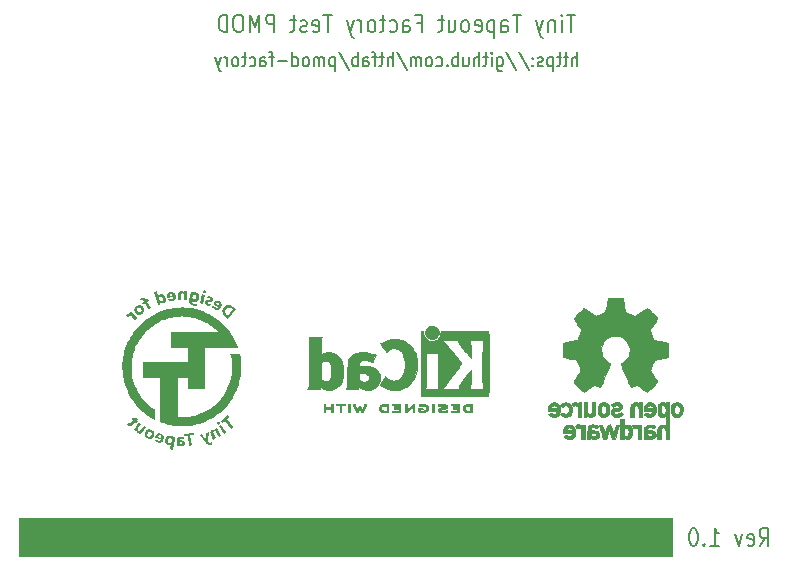
<source format=gbr>
%TF.GenerationSoftware,KiCad,Pcbnew,8.0.2*%
%TF.CreationDate,2024-06-16T13:33:32+02:00*%
%TF.ProjectId,pmod-factory,706d6f64-2d66-4616-9374-6f72792e6b69,rev?*%
%TF.SameCoordinates,Original*%
%TF.FileFunction,Legend,Bot*%
%TF.FilePolarity,Positive*%
%FSLAX46Y46*%
G04 Gerber Fmt 4.6, Leading zero omitted, Abs format (unit mm)*
G04 Created by KiCad (PCBNEW 8.0.2) date 2024-06-16 13:33:32*
%MOMM*%
%LPD*%
G01*
G04 APERTURE LIST*
%ADD10C,0.100000*%
%ADD11C,0.160000*%
%ADD12C,0.200000*%
%ADD13C,0.010000*%
%ADD14C,0.000000*%
%ADD15R,1.700000X1.700000*%
%ADD16O,1.700000X1.700000*%
%ADD17C,1.700000*%
G04 APERTURE END LIST*
D10*
X107632500Y-123825000D02*
X162877500Y-123825000D01*
X162877500Y-127000000D01*
X107632500Y-127000000D01*
X107632500Y-123825000D01*
G36*
X107632500Y-123825000D02*
G01*
X162877500Y-123825000D01*
X162877500Y-127000000D01*
X107632500Y-127000000D01*
X107632500Y-123825000D01*
G37*
D11*
X154850641Y-85569822D02*
X154850641Y-84369822D01*
X154422070Y-85569822D02*
X154422070Y-84941251D01*
X154422070Y-84941251D02*
X154469689Y-84826965D01*
X154469689Y-84826965D02*
X154564927Y-84769822D01*
X154564927Y-84769822D02*
X154707784Y-84769822D01*
X154707784Y-84769822D02*
X154803022Y-84826965D01*
X154803022Y-84826965D02*
X154850641Y-84884108D01*
X154088736Y-84769822D02*
X153707784Y-84769822D01*
X153945879Y-84369822D02*
X153945879Y-85398394D01*
X153945879Y-85398394D02*
X153898260Y-85512680D01*
X153898260Y-85512680D02*
X153803022Y-85569822D01*
X153803022Y-85569822D02*
X153707784Y-85569822D01*
X153517307Y-84769822D02*
X153136355Y-84769822D01*
X153374450Y-84369822D02*
X153374450Y-85398394D01*
X153374450Y-85398394D02*
X153326831Y-85512680D01*
X153326831Y-85512680D02*
X153231593Y-85569822D01*
X153231593Y-85569822D02*
X153136355Y-85569822D01*
X152803021Y-84769822D02*
X152803021Y-85969822D01*
X152803021Y-84826965D02*
X152707783Y-84769822D01*
X152707783Y-84769822D02*
X152517307Y-84769822D01*
X152517307Y-84769822D02*
X152422069Y-84826965D01*
X152422069Y-84826965D02*
X152374450Y-84884108D01*
X152374450Y-84884108D02*
X152326831Y-84998394D01*
X152326831Y-84998394D02*
X152326831Y-85341251D01*
X152326831Y-85341251D02*
X152374450Y-85455537D01*
X152374450Y-85455537D02*
X152422069Y-85512680D01*
X152422069Y-85512680D02*
X152517307Y-85569822D01*
X152517307Y-85569822D02*
X152707783Y-85569822D01*
X152707783Y-85569822D02*
X152803021Y-85512680D01*
X151945878Y-85512680D02*
X151850640Y-85569822D01*
X151850640Y-85569822D02*
X151660164Y-85569822D01*
X151660164Y-85569822D02*
X151564926Y-85512680D01*
X151564926Y-85512680D02*
X151517307Y-85398394D01*
X151517307Y-85398394D02*
X151517307Y-85341251D01*
X151517307Y-85341251D02*
X151564926Y-85226965D01*
X151564926Y-85226965D02*
X151660164Y-85169822D01*
X151660164Y-85169822D02*
X151803021Y-85169822D01*
X151803021Y-85169822D02*
X151898259Y-85112680D01*
X151898259Y-85112680D02*
X151945878Y-84998394D01*
X151945878Y-84998394D02*
X151945878Y-84941251D01*
X151945878Y-84941251D02*
X151898259Y-84826965D01*
X151898259Y-84826965D02*
X151803021Y-84769822D01*
X151803021Y-84769822D02*
X151660164Y-84769822D01*
X151660164Y-84769822D02*
X151564926Y-84826965D01*
X151088735Y-85455537D02*
X151041116Y-85512680D01*
X151041116Y-85512680D02*
X151088735Y-85569822D01*
X151088735Y-85569822D02*
X151136354Y-85512680D01*
X151136354Y-85512680D02*
X151088735Y-85455537D01*
X151088735Y-85455537D02*
X151088735Y-85569822D01*
X151088735Y-84826965D02*
X151041116Y-84884108D01*
X151041116Y-84884108D02*
X151088735Y-84941251D01*
X151088735Y-84941251D02*
X151136354Y-84884108D01*
X151136354Y-84884108D02*
X151088735Y-84826965D01*
X151088735Y-84826965D02*
X151088735Y-84941251D01*
X149898260Y-84312680D02*
X150755402Y-85855537D01*
X148850641Y-84312680D02*
X149707783Y-85855537D01*
X148088736Y-84769822D02*
X148088736Y-85741251D01*
X148088736Y-85741251D02*
X148136355Y-85855537D01*
X148136355Y-85855537D02*
X148183974Y-85912680D01*
X148183974Y-85912680D02*
X148279212Y-85969822D01*
X148279212Y-85969822D02*
X148422069Y-85969822D01*
X148422069Y-85969822D02*
X148517307Y-85912680D01*
X148088736Y-85512680D02*
X148183974Y-85569822D01*
X148183974Y-85569822D02*
X148374450Y-85569822D01*
X148374450Y-85569822D02*
X148469688Y-85512680D01*
X148469688Y-85512680D02*
X148517307Y-85455537D01*
X148517307Y-85455537D02*
X148564926Y-85341251D01*
X148564926Y-85341251D02*
X148564926Y-84998394D01*
X148564926Y-84998394D02*
X148517307Y-84884108D01*
X148517307Y-84884108D02*
X148469688Y-84826965D01*
X148469688Y-84826965D02*
X148374450Y-84769822D01*
X148374450Y-84769822D02*
X148183974Y-84769822D01*
X148183974Y-84769822D02*
X148088736Y-84826965D01*
X147612545Y-85569822D02*
X147612545Y-84769822D01*
X147612545Y-84369822D02*
X147660164Y-84426965D01*
X147660164Y-84426965D02*
X147612545Y-84484108D01*
X147612545Y-84484108D02*
X147564926Y-84426965D01*
X147564926Y-84426965D02*
X147612545Y-84369822D01*
X147612545Y-84369822D02*
X147612545Y-84484108D01*
X147279212Y-84769822D02*
X146898260Y-84769822D01*
X147136355Y-84369822D02*
X147136355Y-85398394D01*
X147136355Y-85398394D02*
X147088736Y-85512680D01*
X147088736Y-85512680D02*
X146993498Y-85569822D01*
X146993498Y-85569822D02*
X146898260Y-85569822D01*
X146564926Y-85569822D02*
X146564926Y-84369822D01*
X146136355Y-85569822D02*
X146136355Y-84941251D01*
X146136355Y-84941251D02*
X146183974Y-84826965D01*
X146183974Y-84826965D02*
X146279212Y-84769822D01*
X146279212Y-84769822D02*
X146422069Y-84769822D01*
X146422069Y-84769822D02*
X146517307Y-84826965D01*
X146517307Y-84826965D02*
X146564926Y-84884108D01*
X145231593Y-84769822D02*
X145231593Y-85569822D01*
X145660164Y-84769822D02*
X145660164Y-85398394D01*
X145660164Y-85398394D02*
X145612545Y-85512680D01*
X145612545Y-85512680D02*
X145517307Y-85569822D01*
X145517307Y-85569822D02*
X145374450Y-85569822D01*
X145374450Y-85569822D02*
X145279212Y-85512680D01*
X145279212Y-85512680D02*
X145231593Y-85455537D01*
X144755402Y-85569822D02*
X144755402Y-84369822D01*
X144755402Y-84826965D02*
X144660164Y-84769822D01*
X144660164Y-84769822D02*
X144469688Y-84769822D01*
X144469688Y-84769822D02*
X144374450Y-84826965D01*
X144374450Y-84826965D02*
X144326831Y-84884108D01*
X144326831Y-84884108D02*
X144279212Y-84998394D01*
X144279212Y-84998394D02*
X144279212Y-85341251D01*
X144279212Y-85341251D02*
X144326831Y-85455537D01*
X144326831Y-85455537D02*
X144374450Y-85512680D01*
X144374450Y-85512680D02*
X144469688Y-85569822D01*
X144469688Y-85569822D02*
X144660164Y-85569822D01*
X144660164Y-85569822D02*
X144755402Y-85512680D01*
X143850640Y-85455537D02*
X143803021Y-85512680D01*
X143803021Y-85512680D02*
X143850640Y-85569822D01*
X143850640Y-85569822D02*
X143898259Y-85512680D01*
X143898259Y-85512680D02*
X143850640Y-85455537D01*
X143850640Y-85455537D02*
X143850640Y-85569822D01*
X142945879Y-85512680D02*
X143041117Y-85569822D01*
X143041117Y-85569822D02*
X143231593Y-85569822D01*
X143231593Y-85569822D02*
X143326831Y-85512680D01*
X143326831Y-85512680D02*
X143374450Y-85455537D01*
X143374450Y-85455537D02*
X143422069Y-85341251D01*
X143422069Y-85341251D02*
X143422069Y-84998394D01*
X143422069Y-84998394D02*
X143374450Y-84884108D01*
X143374450Y-84884108D02*
X143326831Y-84826965D01*
X143326831Y-84826965D02*
X143231593Y-84769822D01*
X143231593Y-84769822D02*
X143041117Y-84769822D01*
X143041117Y-84769822D02*
X142945879Y-84826965D01*
X142374450Y-85569822D02*
X142469688Y-85512680D01*
X142469688Y-85512680D02*
X142517307Y-85455537D01*
X142517307Y-85455537D02*
X142564926Y-85341251D01*
X142564926Y-85341251D02*
X142564926Y-84998394D01*
X142564926Y-84998394D02*
X142517307Y-84884108D01*
X142517307Y-84884108D02*
X142469688Y-84826965D01*
X142469688Y-84826965D02*
X142374450Y-84769822D01*
X142374450Y-84769822D02*
X142231593Y-84769822D01*
X142231593Y-84769822D02*
X142136355Y-84826965D01*
X142136355Y-84826965D02*
X142088736Y-84884108D01*
X142088736Y-84884108D02*
X142041117Y-84998394D01*
X142041117Y-84998394D02*
X142041117Y-85341251D01*
X142041117Y-85341251D02*
X142088736Y-85455537D01*
X142088736Y-85455537D02*
X142136355Y-85512680D01*
X142136355Y-85512680D02*
X142231593Y-85569822D01*
X142231593Y-85569822D02*
X142374450Y-85569822D01*
X141612545Y-85569822D02*
X141612545Y-84769822D01*
X141612545Y-84884108D02*
X141564926Y-84826965D01*
X141564926Y-84826965D02*
X141469688Y-84769822D01*
X141469688Y-84769822D02*
X141326831Y-84769822D01*
X141326831Y-84769822D02*
X141231593Y-84826965D01*
X141231593Y-84826965D02*
X141183974Y-84941251D01*
X141183974Y-84941251D02*
X141183974Y-85569822D01*
X141183974Y-84941251D02*
X141136355Y-84826965D01*
X141136355Y-84826965D02*
X141041117Y-84769822D01*
X141041117Y-84769822D02*
X140898260Y-84769822D01*
X140898260Y-84769822D02*
X140803021Y-84826965D01*
X140803021Y-84826965D02*
X140755402Y-84941251D01*
X140755402Y-84941251D02*
X140755402Y-85569822D01*
X139564927Y-84312680D02*
X140422069Y-85855537D01*
X139231593Y-85569822D02*
X139231593Y-84369822D01*
X138803022Y-85569822D02*
X138803022Y-84941251D01*
X138803022Y-84941251D02*
X138850641Y-84826965D01*
X138850641Y-84826965D02*
X138945879Y-84769822D01*
X138945879Y-84769822D02*
X139088736Y-84769822D01*
X139088736Y-84769822D02*
X139183974Y-84826965D01*
X139183974Y-84826965D02*
X139231593Y-84884108D01*
X138469688Y-84769822D02*
X138088736Y-84769822D01*
X138326831Y-84369822D02*
X138326831Y-85398394D01*
X138326831Y-85398394D02*
X138279212Y-85512680D01*
X138279212Y-85512680D02*
X138183974Y-85569822D01*
X138183974Y-85569822D02*
X138088736Y-85569822D01*
X137898259Y-84769822D02*
X137517307Y-84769822D01*
X137755402Y-85569822D02*
X137755402Y-84541251D01*
X137755402Y-84541251D02*
X137707783Y-84426965D01*
X137707783Y-84426965D02*
X137612545Y-84369822D01*
X137612545Y-84369822D02*
X137517307Y-84369822D01*
X136755402Y-85569822D02*
X136755402Y-84941251D01*
X136755402Y-84941251D02*
X136803021Y-84826965D01*
X136803021Y-84826965D02*
X136898259Y-84769822D01*
X136898259Y-84769822D02*
X137088735Y-84769822D01*
X137088735Y-84769822D02*
X137183973Y-84826965D01*
X136755402Y-85512680D02*
X136850640Y-85569822D01*
X136850640Y-85569822D02*
X137088735Y-85569822D01*
X137088735Y-85569822D02*
X137183973Y-85512680D01*
X137183973Y-85512680D02*
X137231592Y-85398394D01*
X137231592Y-85398394D02*
X137231592Y-85284108D01*
X137231592Y-85284108D02*
X137183973Y-85169822D01*
X137183973Y-85169822D02*
X137088735Y-85112680D01*
X137088735Y-85112680D02*
X136850640Y-85112680D01*
X136850640Y-85112680D02*
X136755402Y-85055537D01*
X136279211Y-85569822D02*
X136279211Y-84369822D01*
X136279211Y-84826965D02*
X136183973Y-84769822D01*
X136183973Y-84769822D02*
X135993497Y-84769822D01*
X135993497Y-84769822D02*
X135898259Y-84826965D01*
X135898259Y-84826965D02*
X135850640Y-84884108D01*
X135850640Y-84884108D02*
X135803021Y-84998394D01*
X135803021Y-84998394D02*
X135803021Y-85341251D01*
X135803021Y-85341251D02*
X135850640Y-85455537D01*
X135850640Y-85455537D02*
X135898259Y-85512680D01*
X135898259Y-85512680D02*
X135993497Y-85569822D01*
X135993497Y-85569822D02*
X136183973Y-85569822D01*
X136183973Y-85569822D02*
X136279211Y-85512680D01*
X134660164Y-84312680D02*
X135517306Y-85855537D01*
X134326830Y-84769822D02*
X134326830Y-85969822D01*
X134326830Y-84826965D02*
X134231592Y-84769822D01*
X134231592Y-84769822D02*
X134041116Y-84769822D01*
X134041116Y-84769822D02*
X133945878Y-84826965D01*
X133945878Y-84826965D02*
X133898259Y-84884108D01*
X133898259Y-84884108D02*
X133850640Y-84998394D01*
X133850640Y-84998394D02*
X133850640Y-85341251D01*
X133850640Y-85341251D02*
X133898259Y-85455537D01*
X133898259Y-85455537D02*
X133945878Y-85512680D01*
X133945878Y-85512680D02*
X134041116Y-85569822D01*
X134041116Y-85569822D02*
X134231592Y-85569822D01*
X134231592Y-85569822D02*
X134326830Y-85512680D01*
X133422068Y-85569822D02*
X133422068Y-84769822D01*
X133422068Y-84884108D02*
X133374449Y-84826965D01*
X133374449Y-84826965D02*
X133279211Y-84769822D01*
X133279211Y-84769822D02*
X133136354Y-84769822D01*
X133136354Y-84769822D02*
X133041116Y-84826965D01*
X133041116Y-84826965D02*
X132993497Y-84941251D01*
X132993497Y-84941251D02*
X132993497Y-85569822D01*
X132993497Y-84941251D02*
X132945878Y-84826965D01*
X132945878Y-84826965D02*
X132850640Y-84769822D01*
X132850640Y-84769822D02*
X132707783Y-84769822D01*
X132707783Y-84769822D02*
X132612544Y-84826965D01*
X132612544Y-84826965D02*
X132564925Y-84941251D01*
X132564925Y-84941251D02*
X132564925Y-85569822D01*
X131945878Y-85569822D02*
X132041116Y-85512680D01*
X132041116Y-85512680D02*
X132088735Y-85455537D01*
X132088735Y-85455537D02*
X132136354Y-85341251D01*
X132136354Y-85341251D02*
X132136354Y-84998394D01*
X132136354Y-84998394D02*
X132088735Y-84884108D01*
X132088735Y-84884108D02*
X132041116Y-84826965D01*
X132041116Y-84826965D02*
X131945878Y-84769822D01*
X131945878Y-84769822D02*
X131803021Y-84769822D01*
X131803021Y-84769822D02*
X131707783Y-84826965D01*
X131707783Y-84826965D02*
X131660164Y-84884108D01*
X131660164Y-84884108D02*
X131612545Y-84998394D01*
X131612545Y-84998394D02*
X131612545Y-85341251D01*
X131612545Y-85341251D02*
X131660164Y-85455537D01*
X131660164Y-85455537D02*
X131707783Y-85512680D01*
X131707783Y-85512680D02*
X131803021Y-85569822D01*
X131803021Y-85569822D02*
X131945878Y-85569822D01*
X130755402Y-85569822D02*
X130755402Y-84369822D01*
X130755402Y-85512680D02*
X130850640Y-85569822D01*
X130850640Y-85569822D02*
X131041116Y-85569822D01*
X131041116Y-85569822D02*
X131136354Y-85512680D01*
X131136354Y-85512680D02*
X131183973Y-85455537D01*
X131183973Y-85455537D02*
X131231592Y-85341251D01*
X131231592Y-85341251D02*
X131231592Y-84998394D01*
X131231592Y-84998394D02*
X131183973Y-84884108D01*
X131183973Y-84884108D02*
X131136354Y-84826965D01*
X131136354Y-84826965D02*
X131041116Y-84769822D01*
X131041116Y-84769822D02*
X130850640Y-84769822D01*
X130850640Y-84769822D02*
X130755402Y-84826965D01*
X130279211Y-85112680D02*
X129517307Y-85112680D01*
X129183973Y-84769822D02*
X128803021Y-84769822D01*
X129041116Y-85569822D02*
X129041116Y-84541251D01*
X129041116Y-84541251D02*
X128993497Y-84426965D01*
X128993497Y-84426965D02*
X128898259Y-84369822D01*
X128898259Y-84369822D02*
X128803021Y-84369822D01*
X128041116Y-85569822D02*
X128041116Y-84941251D01*
X128041116Y-84941251D02*
X128088735Y-84826965D01*
X128088735Y-84826965D02*
X128183973Y-84769822D01*
X128183973Y-84769822D02*
X128374449Y-84769822D01*
X128374449Y-84769822D02*
X128469687Y-84826965D01*
X128041116Y-85512680D02*
X128136354Y-85569822D01*
X128136354Y-85569822D02*
X128374449Y-85569822D01*
X128374449Y-85569822D02*
X128469687Y-85512680D01*
X128469687Y-85512680D02*
X128517306Y-85398394D01*
X128517306Y-85398394D02*
X128517306Y-85284108D01*
X128517306Y-85284108D02*
X128469687Y-85169822D01*
X128469687Y-85169822D02*
X128374449Y-85112680D01*
X128374449Y-85112680D02*
X128136354Y-85112680D01*
X128136354Y-85112680D02*
X128041116Y-85055537D01*
X127136354Y-85512680D02*
X127231592Y-85569822D01*
X127231592Y-85569822D02*
X127422068Y-85569822D01*
X127422068Y-85569822D02*
X127517306Y-85512680D01*
X127517306Y-85512680D02*
X127564925Y-85455537D01*
X127564925Y-85455537D02*
X127612544Y-85341251D01*
X127612544Y-85341251D02*
X127612544Y-84998394D01*
X127612544Y-84998394D02*
X127564925Y-84884108D01*
X127564925Y-84884108D02*
X127517306Y-84826965D01*
X127517306Y-84826965D02*
X127422068Y-84769822D01*
X127422068Y-84769822D02*
X127231592Y-84769822D01*
X127231592Y-84769822D02*
X127136354Y-84826965D01*
X126850639Y-84769822D02*
X126469687Y-84769822D01*
X126707782Y-84369822D02*
X126707782Y-85398394D01*
X126707782Y-85398394D02*
X126660163Y-85512680D01*
X126660163Y-85512680D02*
X126564925Y-85569822D01*
X126564925Y-85569822D02*
X126469687Y-85569822D01*
X125993496Y-85569822D02*
X126088734Y-85512680D01*
X126088734Y-85512680D02*
X126136353Y-85455537D01*
X126136353Y-85455537D02*
X126183972Y-85341251D01*
X126183972Y-85341251D02*
X126183972Y-84998394D01*
X126183972Y-84998394D02*
X126136353Y-84884108D01*
X126136353Y-84884108D02*
X126088734Y-84826965D01*
X126088734Y-84826965D02*
X125993496Y-84769822D01*
X125993496Y-84769822D02*
X125850639Y-84769822D01*
X125850639Y-84769822D02*
X125755401Y-84826965D01*
X125755401Y-84826965D02*
X125707782Y-84884108D01*
X125707782Y-84884108D02*
X125660163Y-84998394D01*
X125660163Y-84998394D02*
X125660163Y-85341251D01*
X125660163Y-85341251D02*
X125707782Y-85455537D01*
X125707782Y-85455537D02*
X125755401Y-85512680D01*
X125755401Y-85512680D02*
X125850639Y-85569822D01*
X125850639Y-85569822D02*
X125993496Y-85569822D01*
X125231591Y-85569822D02*
X125231591Y-84769822D01*
X125231591Y-84998394D02*
X125183972Y-84884108D01*
X125183972Y-84884108D02*
X125136353Y-84826965D01*
X125136353Y-84826965D02*
X125041115Y-84769822D01*
X125041115Y-84769822D02*
X124945877Y-84769822D01*
X124707781Y-84769822D02*
X124469686Y-85569822D01*
X124231591Y-84769822D02*
X124469686Y-85569822D01*
X124469686Y-85569822D02*
X124564924Y-85855537D01*
X124564924Y-85855537D02*
X124612543Y-85912680D01*
X124612543Y-85912680D02*
X124707781Y-85969822D01*
D12*
X170306517Y-126171028D02*
X170723183Y-125456742D01*
X171020802Y-126171028D02*
X171020802Y-124671028D01*
X171020802Y-124671028D02*
X170544612Y-124671028D01*
X170544612Y-124671028D02*
X170425564Y-124742457D01*
X170425564Y-124742457D02*
X170366041Y-124813885D01*
X170366041Y-124813885D02*
X170306517Y-124956742D01*
X170306517Y-124956742D02*
X170306517Y-125171028D01*
X170306517Y-125171028D02*
X170366041Y-125313885D01*
X170366041Y-125313885D02*
X170425564Y-125385314D01*
X170425564Y-125385314D02*
X170544612Y-125456742D01*
X170544612Y-125456742D02*
X171020802Y-125456742D01*
X169294612Y-126099600D02*
X169413660Y-126171028D01*
X169413660Y-126171028D02*
X169651755Y-126171028D01*
X169651755Y-126171028D02*
X169770802Y-126099600D01*
X169770802Y-126099600D02*
X169830326Y-125956742D01*
X169830326Y-125956742D02*
X169830326Y-125385314D01*
X169830326Y-125385314D02*
X169770802Y-125242457D01*
X169770802Y-125242457D02*
X169651755Y-125171028D01*
X169651755Y-125171028D02*
X169413660Y-125171028D01*
X169413660Y-125171028D02*
X169294612Y-125242457D01*
X169294612Y-125242457D02*
X169235088Y-125385314D01*
X169235088Y-125385314D02*
X169235088Y-125528171D01*
X169235088Y-125528171D02*
X169830326Y-125671028D01*
X168818421Y-125171028D02*
X168520802Y-126171028D01*
X168520802Y-126171028D02*
X168223183Y-125171028D01*
X166139850Y-126171028D02*
X166854135Y-126171028D01*
X166496992Y-126171028D02*
X166496992Y-124671028D01*
X166496992Y-124671028D02*
X166616040Y-124885314D01*
X166616040Y-124885314D02*
X166735088Y-125028171D01*
X166735088Y-125028171D02*
X166854135Y-125099600D01*
X165604135Y-126028171D02*
X165544612Y-126099600D01*
X165544612Y-126099600D02*
X165604135Y-126171028D01*
X165604135Y-126171028D02*
X165663659Y-126099600D01*
X165663659Y-126099600D02*
X165604135Y-126028171D01*
X165604135Y-126028171D02*
X165604135Y-126171028D01*
X164770802Y-124671028D02*
X164651755Y-124671028D01*
X164651755Y-124671028D02*
X164532707Y-124742457D01*
X164532707Y-124742457D02*
X164473183Y-124813885D01*
X164473183Y-124813885D02*
X164413659Y-124956742D01*
X164413659Y-124956742D02*
X164354136Y-125242457D01*
X164354136Y-125242457D02*
X164354136Y-125599600D01*
X164354136Y-125599600D02*
X164413659Y-125885314D01*
X164413659Y-125885314D02*
X164473183Y-126028171D01*
X164473183Y-126028171D02*
X164532707Y-126099600D01*
X164532707Y-126099600D02*
X164651755Y-126171028D01*
X164651755Y-126171028D02*
X164770802Y-126171028D01*
X164770802Y-126171028D02*
X164889850Y-126099600D01*
X164889850Y-126099600D02*
X164949374Y-126028171D01*
X164949374Y-126028171D02*
X165008897Y-125885314D01*
X165008897Y-125885314D02*
X165068421Y-125599600D01*
X165068421Y-125599600D02*
X165068421Y-125242457D01*
X165068421Y-125242457D02*
X165008897Y-124956742D01*
X165008897Y-124956742D02*
X164949374Y-124813885D01*
X164949374Y-124813885D02*
X164889850Y-124742457D01*
X164889850Y-124742457D02*
X164770802Y-124671028D01*
X154689374Y-81173528D02*
X153975088Y-81173528D01*
X154332231Y-82673528D02*
X154332231Y-81173528D01*
X153558421Y-82673528D02*
X153558421Y-81673528D01*
X153558421Y-81173528D02*
X153617945Y-81244957D01*
X153617945Y-81244957D02*
X153558421Y-81316385D01*
X153558421Y-81316385D02*
X153498898Y-81244957D01*
X153498898Y-81244957D02*
X153558421Y-81173528D01*
X153558421Y-81173528D02*
X153558421Y-81316385D01*
X152963183Y-81673528D02*
X152963183Y-82673528D01*
X152963183Y-81816385D02*
X152903660Y-81744957D01*
X152903660Y-81744957D02*
X152784612Y-81673528D01*
X152784612Y-81673528D02*
X152606041Y-81673528D01*
X152606041Y-81673528D02*
X152486993Y-81744957D01*
X152486993Y-81744957D02*
X152427469Y-81887814D01*
X152427469Y-81887814D02*
X152427469Y-82673528D01*
X151951279Y-81673528D02*
X151653660Y-82673528D01*
X151356041Y-81673528D02*
X151653660Y-82673528D01*
X151653660Y-82673528D02*
X151772708Y-83030671D01*
X151772708Y-83030671D02*
X151832231Y-83102100D01*
X151832231Y-83102100D02*
X151951279Y-83173528D01*
X150106041Y-81173528D02*
X149391755Y-81173528D01*
X149748898Y-82673528D02*
X149748898Y-81173528D01*
X148439374Y-82673528D02*
X148439374Y-81887814D01*
X148439374Y-81887814D02*
X148498898Y-81744957D01*
X148498898Y-81744957D02*
X148617946Y-81673528D01*
X148617946Y-81673528D02*
X148856041Y-81673528D01*
X148856041Y-81673528D02*
X148975088Y-81744957D01*
X148439374Y-82602100D02*
X148558422Y-82673528D01*
X148558422Y-82673528D02*
X148856041Y-82673528D01*
X148856041Y-82673528D02*
X148975088Y-82602100D01*
X148975088Y-82602100D02*
X149034612Y-82459242D01*
X149034612Y-82459242D02*
X149034612Y-82316385D01*
X149034612Y-82316385D02*
X148975088Y-82173528D01*
X148975088Y-82173528D02*
X148856041Y-82102100D01*
X148856041Y-82102100D02*
X148558422Y-82102100D01*
X148558422Y-82102100D02*
X148439374Y-82030671D01*
X147844136Y-81673528D02*
X147844136Y-83173528D01*
X147844136Y-81744957D02*
X147725089Y-81673528D01*
X147725089Y-81673528D02*
X147486994Y-81673528D01*
X147486994Y-81673528D02*
X147367946Y-81744957D01*
X147367946Y-81744957D02*
X147308422Y-81816385D01*
X147308422Y-81816385D02*
X147248898Y-81959242D01*
X147248898Y-81959242D02*
X147248898Y-82387814D01*
X147248898Y-82387814D02*
X147308422Y-82530671D01*
X147308422Y-82530671D02*
X147367946Y-82602100D01*
X147367946Y-82602100D02*
X147486994Y-82673528D01*
X147486994Y-82673528D02*
X147725089Y-82673528D01*
X147725089Y-82673528D02*
X147844136Y-82602100D01*
X146236994Y-82602100D02*
X146356042Y-82673528D01*
X146356042Y-82673528D02*
X146594137Y-82673528D01*
X146594137Y-82673528D02*
X146713184Y-82602100D01*
X146713184Y-82602100D02*
X146772708Y-82459242D01*
X146772708Y-82459242D02*
X146772708Y-81887814D01*
X146772708Y-81887814D02*
X146713184Y-81744957D01*
X146713184Y-81744957D02*
X146594137Y-81673528D01*
X146594137Y-81673528D02*
X146356042Y-81673528D01*
X146356042Y-81673528D02*
X146236994Y-81744957D01*
X146236994Y-81744957D02*
X146177470Y-81887814D01*
X146177470Y-81887814D02*
X146177470Y-82030671D01*
X146177470Y-82030671D02*
X146772708Y-82173528D01*
X145463184Y-82673528D02*
X145582232Y-82602100D01*
X145582232Y-82602100D02*
X145641755Y-82530671D01*
X145641755Y-82530671D02*
X145701279Y-82387814D01*
X145701279Y-82387814D02*
X145701279Y-81959242D01*
X145701279Y-81959242D02*
X145641755Y-81816385D01*
X145641755Y-81816385D02*
X145582232Y-81744957D01*
X145582232Y-81744957D02*
X145463184Y-81673528D01*
X145463184Y-81673528D02*
X145284613Y-81673528D01*
X145284613Y-81673528D02*
X145165565Y-81744957D01*
X145165565Y-81744957D02*
X145106041Y-81816385D01*
X145106041Y-81816385D02*
X145046517Y-81959242D01*
X145046517Y-81959242D02*
X145046517Y-82387814D01*
X145046517Y-82387814D02*
X145106041Y-82530671D01*
X145106041Y-82530671D02*
X145165565Y-82602100D01*
X145165565Y-82602100D02*
X145284613Y-82673528D01*
X145284613Y-82673528D02*
X145463184Y-82673528D01*
X143975089Y-81673528D02*
X143975089Y-82673528D01*
X144510803Y-81673528D02*
X144510803Y-82459242D01*
X144510803Y-82459242D02*
X144451280Y-82602100D01*
X144451280Y-82602100D02*
X144332232Y-82673528D01*
X144332232Y-82673528D02*
X144153661Y-82673528D01*
X144153661Y-82673528D02*
X144034613Y-82602100D01*
X144034613Y-82602100D02*
X143975089Y-82530671D01*
X143558423Y-81673528D02*
X143082232Y-81673528D01*
X143379851Y-81173528D02*
X143379851Y-82459242D01*
X143379851Y-82459242D02*
X143320328Y-82602100D01*
X143320328Y-82602100D02*
X143201280Y-82673528D01*
X143201280Y-82673528D02*
X143082232Y-82673528D01*
X141296518Y-81887814D02*
X141713184Y-81887814D01*
X141713184Y-82673528D02*
X141713184Y-81173528D01*
X141713184Y-81173528D02*
X141117946Y-81173528D01*
X140106041Y-82673528D02*
X140106041Y-81887814D01*
X140106041Y-81887814D02*
X140165565Y-81744957D01*
X140165565Y-81744957D02*
X140284613Y-81673528D01*
X140284613Y-81673528D02*
X140522708Y-81673528D01*
X140522708Y-81673528D02*
X140641755Y-81744957D01*
X140106041Y-82602100D02*
X140225089Y-82673528D01*
X140225089Y-82673528D02*
X140522708Y-82673528D01*
X140522708Y-82673528D02*
X140641755Y-82602100D01*
X140641755Y-82602100D02*
X140701279Y-82459242D01*
X140701279Y-82459242D02*
X140701279Y-82316385D01*
X140701279Y-82316385D02*
X140641755Y-82173528D01*
X140641755Y-82173528D02*
X140522708Y-82102100D01*
X140522708Y-82102100D02*
X140225089Y-82102100D01*
X140225089Y-82102100D02*
X140106041Y-82030671D01*
X138975089Y-82602100D02*
X139094137Y-82673528D01*
X139094137Y-82673528D02*
X139332232Y-82673528D01*
X139332232Y-82673528D02*
X139451280Y-82602100D01*
X139451280Y-82602100D02*
X139510803Y-82530671D01*
X139510803Y-82530671D02*
X139570327Y-82387814D01*
X139570327Y-82387814D02*
X139570327Y-81959242D01*
X139570327Y-81959242D02*
X139510803Y-81816385D01*
X139510803Y-81816385D02*
X139451280Y-81744957D01*
X139451280Y-81744957D02*
X139332232Y-81673528D01*
X139332232Y-81673528D02*
X139094137Y-81673528D01*
X139094137Y-81673528D02*
X138975089Y-81744957D01*
X138617946Y-81673528D02*
X138141755Y-81673528D01*
X138439374Y-81173528D02*
X138439374Y-82459242D01*
X138439374Y-82459242D02*
X138379851Y-82602100D01*
X138379851Y-82602100D02*
X138260803Y-82673528D01*
X138260803Y-82673528D02*
X138141755Y-82673528D01*
X137546517Y-82673528D02*
X137665565Y-82602100D01*
X137665565Y-82602100D02*
X137725088Y-82530671D01*
X137725088Y-82530671D02*
X137784612Y-82387814D01*
X137784612Y-82387814D02*
X137784612Y-81959242D01*
X137784612Y-81959242D02*
X137725088Y-81816385D01*
X137725088Y-81816385D02*
X137665565Y-81744957D01*
X137665565Y-81744957D02*
X137546517Y-81673528D01*
X137546517Y-81673528D02*
X137367946Y-81673528D01*
X137367946Y-81673528D02*
X137248898Y-81744957D01*
X137248898Y-81744957D02*
X137189374Y-81816385D01*
X137189374Y-81816385D02*
X137129850Y-81959242D01*
X137129850Y-81959242D02*
X137129850Y-82387814D01*
X137129850Y-82387814D02*
X137189374Y-82530671D01*
X137189374Y-82530671D02*
X137248898Y-82602100D01*
X137248898Y-82602100D02*
X137367946Y-82673528D01*
X137367946Y-82673528D02*
X137546517Y-82673528D01*
X136594136Y-82673528D02*
X136594136Y-81673528D01*
X136594136Y-81959242D02*
X136534613Y-81816385D01*
X136534613Y-81816385D02*
X136475089Y-81744957D01*
X136475089Y-81744957D02*
X136356041Y-81673528D01*
X136356041Y-81673528D02*
X136236994Y-81673528D01*
X135939374Y-81673528D02*
X135641755Y-82673528D01*
X135344136Y-81673528D02*
X135641755Y-82673528D01*
X135641755Y-82673528D02*
X135760803Y-83030671D01*
X135760803Y-83030671D02*
X135820326Y-83102100D01*
X135820326Y-83102100D02*
X135939374Y-83173528D01*
X134094136Y-81173528D02*
X133379850Y-81173528D01*
X133736993Y-82673528D02*
X133736993Y-81173528D01*
X132486993Y-82602100D02*
X132606041Y-82673528D01*
X132606041Y-82673528D02*
X132844136Y-82673528D01*
X132844136Y-82673528D02*
X132963183Y-82602100D01*
X132963183Y-82602100D02*
X133022707Y-82459242D01*
X133022707Y-82459242D02*
X133022707Y-81887814D01*
X133022707Y-81887814D02*
X132963183Y-81744957D01*
X132963183Y-81744957D02*
X132844136Y-81673528D01*
X132844136Y-81673528D02*
X132606041Y-81673528D01*
X132606041Y-81673528D02*
X132486993Y-81744957D01*
X132486993Y-81744957D02*
X132427469Y-81887814D01*
X132427469Y-81887814D02*
X132427469Y-82030671D01*
X132427469Y-82030671D02*
X133022707Y-82173528D01*
X131951278Y-82602100D02*
X131832231Y-82673528D01*
X131832231Y-82673528D02*
X131594135Y-82673528D01*
X131594135Y-82673528D02*
X131475088Y-82602100D01*
X131475088Y-82602100D02*
X131415564Y-82459242D01*
X131415564Y-82459242D02*
X131415564Y-82387814D01*
X131415564Y-82387814D02*
X131475088Y-82244957D01*
X131475088Y-82244957D02*
X131594135Y-82173528D01*
X131594135Y-82173528D02*
X131772707Y-82173528D01*
X131772707Y-82173528D02*
X131891754Y-82102100D01*
X131891754Y-82102100D02*
X131951278Y-81959242D01*
X131951278Y-81959242D02*
X131951278Y-81887814D01*
X131951278Y-81887814D02*
X131891754Y-81744957D01*
X131891754Y-81744957D02*
X131772707Y-81673528D01*
X131772707Y-81673528D02*
X131594135Y-81673528D01*
X131594135Y-81673528D02*
X131475088Y-81744957D01*
X131058421Y-81673528D02*
X130582230Y-81673528D01*
X130879849Y-81173528D02*
X130879849Y-82459242D01*
X130879849Y-82459242D02*
X130820326Y-82602100D01*
X130820326Y-82602100D02*
X130701278Y-82673528D01*
X130701278Y-82673528D02*
X130582230Y-82673528D01*
X129213182Y-82673528D02*
X129213182Y-81173528D01*
X129213182Y-81173528D02*
X128736992Y-81173528D01*
X128736992Y-81173528D02*
X128617944Y-81244957D01*
X128617944Y-81244957D02*
X128558421Y-81316385D01*
X128558421Y-81316385D02*
X128498897Y-81459242D01*
X128498897Y-81459242D02*
X128498897Y-81673528D01*
X128498897Y-81673528D02*
X128558421Y-81816385D01*
X128558421Y-81816385D02*
X128617944Y-81887814D01*
X128617944Y-81887814D02*
X128736992Y-81959242D01*
X128736992Y-81959242D02*
X129213182Y-81959242D01*
X127963182Y-82673528D02*
X127963182Y-81173528D01*
X127963182Y-81173528D02*
X127546516Y-82244957D01*
X127546516Y-82244957D02*
X127129849Y-81173528D01*
X127129849Y-81173528D02*
X127129849Y-82673528D01*
X126296516Y-81173528D02*
X126058421Y-81173528D01*
X126058421Y-81173528D02*
X125939373Y-81244957D01*
X125939373Y-81244957D02*
X125820326Y-81387814D01*
X125820326Y-81387814D02*
X125760802Y-81673528D01*
X125760802Y-81673528D02*
X125760802Y-82173528D01*
X125760802Y-82173528D02*
X125820326Y-82459242D01*
X125820326Y-82459242D02*
X125939373Y-82602100D01*
X125939373Y-82602100D02*
X126058421Y-82673528D01*
X126058421Y-82673528D02*
X126296516Y-82673528D01*
X126296516Y-82673528D02*
X126415564Y-82602100D01*
X126415564Y-82602100D02*
X126534611Y-82459242D01*
X126534611Y-82459242D02*
X126594135Y-82173528D01*
X126594135Y-82173528D02*
X126594135Y-81673528D01*
X126594135Y-81673528D02*
X126534611Y-81387814D01*
X126534611Y-81387814D02*
X126415564Y-81244957D01*
X126415564Y-81244957D02*
X126296516Y-81173528D01*
X125225087Y-82673528D02*
X125225087Y-81173528D01*
X125225087Y-81173528D02*
X124927468Y-81173528D01*
X124927468Y-81173528D02*
X124748897Y-81244957D01*
X124748897Y-81244957D02*
X124629849Y-81387814D01*
X124629849Y-81387814D02*
X124570326Y-81530671D01*
X124570326Y-81530671D02*
X124510802Y-81816385D01*
X124510802Y-81816385D02*
X124510802Y-82030671D01*
X124510802Y-82030671D02*
X124570326Y-82316385D01*
X124570326Y-82316385D02*
X124629849Y-82459242D01*
X124629849Y-82459242D02*
X124748897Y-82602100D01*
X124748897Y-82602100D02*
X124927468Y-82673528D01*
X124927468Y-82673528D02*
X125225087Y-82673528D01*
D13*
%TO.C,REF\u002A\u002A*%
X135543698Y-114131141D02*
X135569419Y-114146839D01*
X135596070Y-114168419D01*
X135596070Y-114815876D01*
X135569419Y-114837456D01*
X135538059Y-114854931D01*
X135502258Y-114855767D01*
X135470820Y-114835274D01*
X135466944Y-114830608D01*
X135461478Y-114821141D01*
X135457271Y-114807459D01*
X135454159Y-114786940D01*
X135451979Y-114756960D01*
X135450568Y-114714896D01*
X135449763Y-114658124D01*
X135449399Y-114584022D01*
X135449314Y-114489965D01*
X135449314Y-114168419D01*
X135475965Y-114146839D01*
X135499678Y-114132069D01*
X135522692Y-114125259D01*
X135543698Y-114131141D01*
G36*
X135543698Y-114131141D02*
G01*
X135569419Y-114146839D01*
X135596070Y-114168419D01*
X135596070Y-114815876D01*
X135569419Y-114837456D01*
X135538059Y-114854931D01*
X135502258Y-114855767D01*
X135470820Y-114835274D01*
X135466944Y-114830608D01*
X135461478Y-114821141D01*
X135457271Y-114807459D01*
X135454159Y-114786940D01*
X135451979Y-114756960D01*
X135450568Y-114714896D01*
X135449763Y-114658124D01*
X135449399Y-114584022D01*
X135449314Y-114489965D01*
X135449314Y-114168419D01*
X135475965Y-114146839D01*
X135499678Y-114132069D01*
X135522692Y-114125259D01*
X135543698Y-114131141D01*
G37*
X142674429Y-114129655D02*
X142708583Y-114152968D01*
X142736292Y-114180677D01*
X142736292Y-114493729D01*
X142736251Y-114577759D01*
X142735993Y-114651981D01*
X142735322Y-114708733D01*
X142734044Y-114750704D01*
X142731965Y-114780581D01*
X142728891Y-114801053D01*
X142724626Y-114814806D01*
X142718976Y-114824529D01*
X142711747Y-114832909D01*
X142680283Y-114854373D01*
X142645118Y-114856139D01*
X142612114Y-114836459D01*
X142606808Y-114830590D01*
X142601358Y-114821506D01*
X142597192Y-114808165D01*
X142594138Y-114787949D01*
X142592024Y-114758241D01*
X142590678Y-114716424D01*
X142589930Y-114659881D01*
X142589606Y-114585994D01*
X142589537Y-114492148D01*
X142589576Y-114416486D01*
X142589831Y-114338577D01*
X142590475Y-114278567D01*
X142591679Y-114233840D01*
X142593616Y-114201777D01*
X142596456Y-114179763D01*
X142600371Y-114165179D01*
X142605534Y-114155410D01*
X142612114Y-114147837D01*
X142641298Y-114128815D01*
X142674429Y-114129655D01*
G36*
X142674429Y-114129655D02*
G01*
X142708583Y-114152968D01*
X142736292Y-114180677D01*
X142736292Y-114493729D01*
X142736251Y-114577759D01*
X142735993Y-114651981D01*
X142735322Y-114708733D01*
X142734044Y-114750704D01*
X142731965Y-114780581D01*
X142728891Y-114801053D01*
X142724626Y-114814806D01*
X142718976Y-114824529D01*
X142711747Y-114832909D01*
X142680283Y-114854373D01*
X142645118Y-114856139D01*
X142612114Y-114836459D01*
X142606808Y-114830590D01*
X142601358Y-114821506D01*
X142597192Y-114808165D01*
X142594138Y-114787949D01*
X142592024Y-114758241D01*
X142590678Y-114716424D01*
X142589930Y-114659881D01*
X142589606Y-114585994D01*
X142589537Y-114492148D01*
X142589576Y-114416486D01*
X142589831Y-114338577D01*
X142590475Y-114278567D01*
X142591679Y-114233840D01*
X142593616Y-114201777D01*
X142596456Y-114179763D01*
X142600371Y-114165179D01*
X142605534Y-114155410D01*
X142612114Y-114147837D01*
X142641298Y-114128815D01*
X142674429Y-114129655D01*
G37*
X142641012Y-107516581D02*
X142746536Y-107542436D01*
X142846560Y-107588841D01*
X142937934Y-107655803D01*
X143017505Y-107743328D01*
X143082120Y-107851426D01*
X143099443Y-107889506D01*
X143113477Y-107928103D01*
X143121352Y-107966689D01*
X143124803Y-108014415D01*
X143125568Y-108080433D01*
X143125105Y-108135381D01*
X143122319Y-108185880D01*
X143115487Y-108225280D01*
X143102904Y-108262628D01*
X143082864Y-108306973D01*
X143077066Y-108318791D01*
X143008545Y-108427001D01*
X142922365Y-108516033D01*
X142820972Y-108583797D01*
X142706811Y-108628206D01*
X142648234Y-108640598D01*
X142529399Y-108646397D01*
X142414300Y-108627634D01*
X142306312Y-108586232D01*
X142208809Y-108524115D01*
X142125168Y-108443207D01*
X142058763Y-108345432D01*
X142012969Y-108232714D01*
X141996214Y-108140471D01*
X141994705Y-108038677D01*
X142008332Y-107939660D01*
X142036445Y-107853892D01*
X142068930Y-107792573D01*
X142141247Y-107695288D01*
X142226978Y-107618507D01*
X142322973Y-107562238D01*
X142426079Y-107526490D01*
X142533142Y-107511268D01*
X142641012Y-107516581D01*
G36*
X142641012Y-107516581D02*
G01*
X142746536Y-107542436D01*
X142846560Y-107588841D01*
X142937934Y-107655803D01*
X143017505Y-107743328D01*
X143082120Y-107851426D01*
X143099443Y-107889506D01*
X143113477Y-107928103D01*
X143121352Y-107966689D01*
X143124803Y-108014415D01*
X143125568Y-108080433D01*
X143125105Y-108135381D01*
X143122319Y-108185880D01*
X143115487Y-108225280D01*
X143102904Y-108262628D01*
X143082864Y-108306973D01*
X143077066Y-108318791D01*
X143008545Y-108427001D01*
X142922365Y-108516033D01*
X142820972Y-108583797D01*
X142706811Y-108628206D01*
X142648234Y-108640598D01*
X142529399Y-108646397D01*
X142414300Y-108627634D01*
X142306312Y-108586232D01*
X142208809Y-108524115D01*
X142125168Y-108443207D01*
X142058763Y-108345432D01*
X142012969Y-108232714D01*
X141996214Y-108140471D01*
X141994705Y-108038677D01*
X142008332Y-107939660D01*
X142036445Y-107853892D01*
X142068930Y-107792573D01*
X142141247Y-107695288D01*
X142226978Y-107618507D01*
X142322973Y-107562238D01*
X142426079Y-107526490D01*
X142533142Y-107511268D01*
X142641012Y-107516581D01*
G37*
X134844059Y-114125260D02*
X134938182Y-114125350D01*
X135012697Y-114125690D01*
X135070103Y-114126431D01*
X135112903Y-114127727D01*
X135143596Y-114129729D01*
X135164683Y-114132588D01*
X135178665Y-114136458D01*
X135188042Y-114141490D01*
X135195314Y-114147837D01*
X135214120Y-114180554D01*
X135215567Y-114218131D01*
X135199209Y-114251370D01*
X135197849Y-114252823D01*
X135186646Y-114261184D01*
X135169544Y-114266739D01*
X135142374Y-114270032D01*
X135100970Y-114271610D01*
X135041165Y-114272014D01*
X134901803Y-114272014D01*
X134901803Y-114535781D01*
X134901728Y-114611609D01*
X134901320Y-114678275D01*
X134900338Y-114728059D01*
X134898542Y-114763976D01*
X134895691Y-114789042D01*
X134891545Y-114806273D01*
X134885863Y-114818684D01*
X134878406Y-114829292D01*
X134876116Y-114832098D01*
X134844938Y-114854740D01*
X134810558Y-114856304D01*
X134777626Y-114836459D01*
X134770647Y-114828383D01*
X134765175Y-114817785D01*
X134761155Y-114801941D01*
X134758364Y-114777965D01*
X134756580Y-114742966D01*
X134755581Y-114694056D01*
X134755144Y-114628346D01*
X134755048Y-114542948D01*
X134755048Y-114272014D01*
X134609112Y-114272014D01*
X134598012Y-114272013D01*
X134541494Y-114271788D01*
X134502650Y-114270649D01*
X134477257Y-114267849D01*
X134461096Y-114262642D01*
X134449944Y-114254281D01*
X134439581Y-114242018D01*
X134423733Y-114211330D01*
X134426835Y-114177550D01*
X134452479Y-114145014D01*
X134457421Y-114141297D01*
X134467630Y-114136461D01*
X134483056Y-114132698D01*
X134506178Y-114129875D01*
X134539475Y-114127862D01*
X134585429Y-114126525D01*
X134646520Y-114125734D01*
X134725227Y-114125355D01*
X134824032Y-114125259D01*
X134844059Y-114125260D01*
G36*
X134844059Y-114125260D02*
G01*
X134938182Y-114125350D01*
X135012697Y-114125690D01*
X135070103Y-114126431D01*
X135112903Y-114127727D01*
X135143596Y-114129729D01*
X135164683Y-114132588D01*
X135178665Y-114136458D01*
X135188042Y-114141490D01*
X135195314Y-114147837D01*
X135214120Y-114180554D01*
X135215567Y-114218131D01*
X135199209Y-114251370D01*
X135197849Y-114252823D01*
X135186646Y-114261184D01*
X135169544Y-114266739D01*
X135142374Y-114270032D01*
X135100970Y-114271610D01*
X135041165Y-114272014D01*
X134901803Y-114272014D01*
X134901803Y-114535781D01*
X134901728Y-114611609D01*
X134901320Y-114678275D01*
X134900338Y-114728059D01*
X134898542Y-114763976D01*
X134895691Y-114789042D01*
X134891545Y-114806273D01*
X134885863Y-114818684D01*
X134878406Y-114829292D01*
X134876116Y-114832098D01*
X134844938Y-114854740D01*
X134810558Y-114856304D01*
X134777626Y-114836459D01*
X134770647Y-114828383D01*
X134765175Y-114817785D01*
X134761155Y-114801941D01*
X134758364Y-114777965D01*
X134756580Y-114742966D01*
X134755581Y-114694056D01*
X134755144Y-114628346D01*
X134755048Y-114542948D01*
X134755048Y-114272014D01*
X134609112Y-114272014D01*
X134598012Y-114272013D01*
X134541494Y-114271788D01*
X134502650Y-114270649D01*
X134477257Y-114267849D01*
X134461096Y-114262642D01*
X134449944Y-114254281D01*
X134439581Y-114242018D01*
X134423733Y-114211330D01*
X134426835Y-114177550D01*
X134452479Y-114145014D01*
X134457421Y-114141297D01*
X134467630Y-114136461D01*
X134483056Y-114132698D01*
X134506178Y-114129875D01*
X134539475Y-114127862D01*
X134585429Y-114126525D01*
X134646520Y-114125734D01*
X134725227Y-114125355D01*
X134824032Y-114125259D01*
X134844059Y-114125260D01*
G37*
X134168026Y-114147837D02*
X134173658Y-114154027D01*
X134178748Y-114162233D01*
X134182835Y-114174009D01*
X134186013Y-114191468D01*
X134188379Y-114216722D01*
X134190030Y-114251882D01*
X134191061Y-114299061D01*
X134191569Y-114360369D01*
X134191651Y-114437919D01*
X134191401Y-114533823D01*
X134190917Y-114650192D01*
X134190849Y-114664367D01*
X134190263Y-114726129D01*
X134188940Y-114769812D01*
X134186395Y-114799193D01*
X134182140Y-114818047D01*
X134175688Y-114830151D01*
X134166554Y-114839281D01*
X134133096Y-114856698D01*
X134098148Y-114853796D01*
X134067245Y-114829292D01*
X134058236Y-114816089D01*
X134050784Y-114797553D01*
X134046416Y-114771525D01*
X134044361Y-114732979D01*
X134043848Y-114676892D01*
X134043848Y-114554237D01*
X133547137Y-114554237D01*
X133547137Y-114689063D01*
X133547064Y-114724854D01*
X133546301Y-114771184D01*
X133544125Y-114801718D01*
X133539828Y-114820749D01*
X133532704Y-114832566D01*
X133522047Y-114841463D01*
X133489796Y-114856533D01*
X133454509Y-114853865D01*
X133423778Y-114829292D01*
X133419123Y-114823037D01*
X133413187Y-114812513D01*
X133408656Y-114798583D01*
X133405340Y-114778509D01*
X133403051Y-114749552D01*
X133401600Y-114708972D01*
X133400797Y-114654032D01*
X133400454Y-114581991D01*
X133400381Y-114490112D01*
X133400381Y-114180677D01*
X133428090Y-114152968D01*
X133459469Y-114130725D01*
X133492698Y-114128036D01*
X133524559Y-114147837D01*
X133532845Y-114157607D01*
X133540257Y-114173499D01*
X133544594Y-114197467D01*
X133546630Y-114234340D01*
X133547137Y-114288948D01*
X133547137Y-114407481D01*
X134043848Y-114407481D01*
X134043848Y-114291968D01*
X134044286Y-114240270D01*
X134046250Y-114205746D01*
X134050766Y-114183170D01*
X134058859Y-114167318D01*
X134071557Y-114152968D01*
X134102935Y-114130725D01*
X134136164Y-114128036D01*
X134168026Y-114147837D01*
G36*
X134168026Y-114147837D02*
G01*
X134173658Y-114154027D01*
X134178748Y-114162233D01*
X134182835Y-114174009D01*
X134186013Y-114191468D01*
X134188379Y-114216722D01*
X134190030Y-114251882D01*
X134191061Y-114299061D01*
X134191569Y-114360369D01*
X134191651Y-114437919D01*
X134191401Y-114533823D01*
X134190917Y-114650192D01*
X134190849Y-114664367D01*
X134190263Y-114726129D01*
X134188940Y-114769812D01*
X134186395Y-114799193D01*
X134182140Y-114818047D01*
X134175688Y-114830151D01*
X134166554Y-114839281D01*
X134133096Y-114856698D01*
X134098148Y-114853796D01*
X134067245Y-114829292D01*
X134058236Y-114816089D01*
X134050784Y-114797553D01*
X134046416Y-114771525D01*
X134044361Y-114732979D01*
X134043848Y-114676892D01*
X134043848Y-114554237D01*
X133547137Y-114554237D01*
X133547137Y-114689063D01*
X133547064Y-114724854D01*
X133546301Y-114771184D01*
X133544125Y-114801718D01*
X133539828Y-114820749D01*
X133532704Y-114832566D01*
X133522047Y-114841463D01*
X133489796Y-114856533D01*
X133454509Y-114853865D01*
X133423778Y-114829292D01*
X133419123Y-114823037D01*
X133413187Y-114812513D01*
X133408656Y-114798583D01*
X133405340Y-114778509D01*
X133403051Y-114749552D01*
X133401600Y-114708972D01*
X133400797Y-114654032D01*
X133400454Y-114581991D01*
X133400381Y-114490112D01*
X133400381Y-114180677D01*
X133428090Y-114152968D01*
X133459469Y-114130725D01*
X133492698Y-114128036D01*
X133524559Y-114147837D01*
X133532845Y-114157607D01*
X133540257Y-114173499D01*
X133544594Y-114197467D01*
X133546630Y-114234340D01*
X133547137Y-114288948D01*
X133547137Y-114407481D01*
X134043848Y-114407481D01*
X134043848Y-114291968D01*
X134044286Y-114240270D01*
X134046250Y-114205746D01*
X134050766Y-114183170D01*
X134058859Y-114167318D01*
X134071557Y-114152968D01*
X134102935Y-114130725D01*
X134136164Y-114128036D01*
X134168026Y-114147837D01*
G37*
X138873425Y-114736588D02*
X138871455Y-114769367D01*
X138868527Y-114792287D01*
X138864450Y-114808089D01*
X138859035Y-114819511D01*
X138852095Y-114829292D01*
X138828698Y-114859037D01*
X138663006Y-114858443D01*
X138628210Y-114858145D01*
X138529727Y-114854714D01*
X138448765Y-114847031D01*
X138381671Y-114834474D01*
X138324788Y-114816419D01*
X138274461Y-114792244D01*
X138271102Y-114790327D01*
X138213290Y-114753609D01*
X138170936Y-114716643D01*
X138138120Y-114673158D01*
X138108920Y-114616881D01*
X138104638Y-114607265D01*
X138082061Y-114544079D01*
X138076326Y-114498525D01*
X138225571Y-114498525D01*
X138231184Y-114523253D01*
X138236910Y-114539131D01*
X138269840Y-114599039D01*
X138317178Y-114644792D01*
X138380944Y-114677928D01*
X138463153Y-114699982D01*
X138465947Y-114700484D01*
X138512232Y-114706447D01*
X138568628Y-114710675D01*
X138623566Y-114712281D01*
X138717448Y-114712281D01*
X138717448Y-114272014D01*
X138629959Y-114272462D01*
X138563039Y-114274938D01*
X138470641Y-114286190D01*
X138391326Y-114305729D01*
X138329352Y-114332703D01*
X138298412Y-114353432D01*
X138270292Y-114383198D01*
X138246952Y-114425626D01*
X138239825Y-114441592D01*
X138228001Y-114474094D01*
X138225571Y-114498525D01*
X138076326Y-114498525D01*
X138075089Y-114488701D01*
X138083691Y-114433675D01*
X138107833Y-114371543D01*
X138108629Y-114369850D01*
X138149080Y-114300428D01*
X138199765Y-114243830D01*
X138262490Y-114199262D01*
X138339066Y-114165933D01*
X138431301Y-114143053D01*
X138541004Y-114129828D01*
X138669983Y-114125467D01*
X138673555Y-114125462D01*
X138733575Y-114125602D01*
X138775506Y-114126638D01*
X138803620Y-114129232D01*
X138822189Y-114134045D01*
X138835486Y-114141736D01*
X138847783Y-114152968D01*
X138875492Y-114180677D01*
X138875492Y-114490112D01*
X138875467Y-114551718D01*
X138875242Y-114630503D01*
X138874624Y-114691213D01*
X138874067Y-114712281D01*
X138873425Y-114736588D01*
G36*
X138873425Y-114736588D02*
G01*
X138871455Y-114769367D01*
X138868527Y-114792287D01*
X138864450Y-114808089D01*
X138859035Y-114819511D01*
X138852095Y-114829292D01*
X138828698Y-114859037D01*
X138663006Y-114858443D01*
X138628210Y-114858145D01*
X138529727Y-114854714D01*
X138448765Y-114847031D01*
X138381671Y-114834474D01*
X138324788Y-114816419D01*
X138274461Y-114792244D01*
X138271102Y-114790327D01*
X138213290Y-114753609D01*
X138170936Y-114716643D01*
X138138120Y-114673158D01*
X138108920Y-114616881D01*
X138104638Y-114607265D01*
X138082061Y-114544079D01*
X138076326Y-114498525D01*
X138225571Y-114498525D01*
X138231184Y-114523253D01*
X138236910Y-114539131D01*
X138269840Y-114599039D01*
X138317178Y-114644792D01*
X138380944Y-114677928D01*
X138463153Y-114699982D01*
X138465947Y-114700484D01*
X138512232Y-114706447D01*
X138568628Y-114710675D01*
X138623566Y-114712281D01*
X138717448Y-114712281D01*
X138717448Y-114272014D01*
X138629959Y-114272462D01*
X138563039Y-114274938D01*
X138470641Y-114286190D01*
X138391326Y-114305729D01*
X138329352Y-114332703D01*
X138298412Y-114353432D01*
X138270292Y-114383198D01*
X138246952Y-114425626D01*
X138239825Y-114441592D01*
X138228001Y-114474094D01*
X138225571Y-114498525D01*
X138076326Y-114498525D01*
X138075089Y-114488701D01*
X138083691Y-114433675D01*
X138107833Y-114371543D01*
X138108629Y-114369850D01*
X138149080Y-114300428D01*
X138199765Y-114243830D01*
X138262490Y-114199262D01*
X138339066Y-114165933D01*
X138431301Y-114143053D01*
X138541004Y-114129828D01*
X138669983Y-114125467D01*
X138673555Y-114125462D01*
X138733575Y-114125602D01*
X138775506Y-114126638D01*
X138803620Y-114129232D01*
X138822189Y-114134045D01*
X138835486Y-114141736D01*
X138847783Y-114152968D01*
X138875492Y-114180677D01*
X138875492Y-114490112D01*
X138875467Y-114551718D01*
X138875242Y-114630503D01*
X138874624Y-114691213D01*
X138874067Y-114712281D01*
X138873425Y-114736588D01*
G37*
X145965109Y-114310619D02*
X145965162Y-114391233D01*
X145964914Y-114492148D01*
X145964875Y-114567809D01*
X145964620Y-114645718D01*
X145963976Y-114705728D01*
X145962772Y-114750456D01*
X145960835Y-114782518D01*
X145957995Y-114804532D01*
X145954080Y-114819116D01*
X145948918Y-114828886D01*
X145942337Y-114836459D01*
X145935369Y-114842693D01*
X145922371Y-114849993D01*
X145903223Y-114854746D01*
X145873820Y-114857484D01*
X145830054Y-114858737D01*
X145767820Y-114859037D01*
X145718874Y-114858661D01*
X145612014Y-114854233D01*
X145522786Y-114844145D01*
X145447988Y-114827557D01*
X145384417Y-114803627D01*
X145328871Y-114771513D01*
X145278146Y-114730374D01*
X145272158Y-114724522D01*
X145235291Y-114676013D01*
X145204191Y-114615205D01*
X145182709Y-114550961D01*
X145177428Y-114512218D01*
X145324645Y-114512218D01*
X145342927Y-114563153D01*
X145372597Y-114609070D01*
X145419294Y-114651479D01*
X145480684Y-114681282D01*
X145559830Y-114700418D01*
X145561320Y-114700656D01*
X145610291Y-114706448D01*
X145668985Y-114710588D01*
X145725026Y-114712196D01*
X145818159Y-114712281D01*
X145818159Y-114272014D01*
X145741959Y-114272000D01*
X145738931Y-114272009D01*
X145687811Y-114273974D01*
X145627708Y-114278699D01*
X145571000Y-114285227D01*
X145521042Y-114294523D01*
X145446290Y-114320792D01*
X145388781Y-114360091D01*
X145347280Y-114413125D01*
X145326063Y-114464392D01*
X145324645Y-114512218D01*
X145177428Y-114512218D01*
X145174692Y-114492148D01*
X145175971Y-114470931D01*
X145188283Y-114413515D01*
X145210812Y-114353605D01*
X145240042Y-114299555D01*
X145272459Y-114259724D01*
X145292000Y-114242702D01*
X145346712Y-114203514D01*
X145407015Y-114173385D01*
X145476211Y-114151424D01*
X145557603Y-114136742D01*
X145654492Y-114128451D01*
X145770181Y-114125659D01*
X145809663Y-114125258D01*
X145855374Y-114124845D01*
X145891175Y-114126649D01*
X145918266Y-114132931D01*
X145937848Y-114145951D01*
X145951122Y-114167970D01*
X145959290Y-114201247D01*
X145963552Y-114248043D01*
X145964149Y-114272014D01*
X145965109Y-114310619D01*
G36*
X145965109Y-114310619D02*
G01*
X145965162Y-114391233D01*
X145964914Y-114492148D01*
X145964875Y-114567809D01*
X145964620Y-114645718D01*
X145963976Y-114705728D01*
X145962772Y-114750456D01*
X145960835Y-114782518D01*
X145957995Y-114804532D01*
X145954080Y-114819116D01*
X145948918Y-114828886D01*
X145942337Y-114836459D01*
X145935369Y-114842693D01*
X145922371Y-114849993D01*
X145903223Y-114854746D01*
X145873820Y-114857484D01*
X145830054Y-114858737D01*
X145767820Y-114859037D01*
X145718874Y-114858661D01*
X145612014Y-114854233D01*
X145522786Y-114844145D01*
X145447988Y-114827557D01*
X145384417Y-114803627D01*
X145328871Y-114771513D01*
X145278146Y-114730374D01*
X145272158Y-114724522D01*
X145235291Y-114676013D01*
X145204191Y-114615205D01*
X145182709Y-114550961D01*
X145177428Y-114512218D01*
X145324645Y-114512218D01*
X145342927Y-114563153D01*
X145372597Y-114609070D01*
X145419294Y-114651479D01*
X145480684Y-114681282D01*
X145559830Y-114700418D01*
X145561320Y-114700656D01*
X145610291Y-114706448D01*
X145668985Y-114710588D01*
X145725026Y-114712196D01*
X145818159Y-114712281D01*
X145818159Y-114272014D01*
X145741959Y-114272000D01*
X145738931Y-114272009D01*
X145687811Y-114273974D01*
X145627708Y-114278699D01*
X145571000Y-114285227D01*
X145521042Y-114294523D01*
X145446290Y-114320792D01*
X145388781Y-114360091D01*
X145347280Y-114413125D01*
X145326063Y-114464392D01*
X145324645Y-114512218D01*
X145177428Y-114512218D01*
X145174692Y-114492148D01*
X145175971Y-114470931D01*
X145188283Y-114413515D01*
X145210812Y-114353605D01*
X145240042Y-114299555D01*
X145272459Y-114259724D01*
X145292000Y-114242702D01*
X145346712Y-114203514D01*
X145407015Y-114173385D01*
X145476211Y-114151424D01*
X145557603Y-114136742D01*
X145654492Y-114128451D01*
X145770181Y-114125659D01*
X145809663Y-114125258D01*
X145855374Y-114124845D01*
X145891175Y-114126649D01*
X145918266Y-114132931D01*
X145937848Y-114145951D01*
X145951122Y-114167970D01*
X145959290Y-114201247D01*
X145963552Y-114248043D01*
X145964149Y-114272014D01*
X145965109Y-114310619D01*
G37*
X141020185Y-114124084D02*
X141031593Y-114130221D01*
X141042142Y-114140883D01*
X141053428Y-114155003D01*
X141057881Y-114160964D01*
X141063880Y-114171460D01*
X141068459Y-114185285D01*
X141071811Y-114205190D01*
X141074125Y-114233924D01*
X141075593Y-114274237D01*
X141076405Y-114328879D01*
X141076752Y-114400599D01*
X141076826Y-114492148D01*
X141076803Y-114550678D01*
X141076584Y-114629765D01*
X141075975Y-114690708D01*
X141074784Y-114736254D01*
X141072821Y-114769155D01*
X141069895Y-114792160D01*
X141065815Y-114808018D01*
X141060389Y-114819478D01*
X141053428Y-114829292D01*
X141023000Y-114853685D01*
X140988057Y-114856564D01*
X140951076Y-114837474D01*
X140946892Y-114833999D01*
X140938716Y-114825471D01*
X140932656Y-114813920D01*
X140928273Y-114796088D01*
X140925131Y-114768716D01*
X140922794Y-114728546D01*
X140920823Y-114672320D01*
X140918781Y-114596781D01*
X140913137Y-114377650D01*
X140647848Y-114618291D01*
X140574014Y-114685067D01*
X140508834Y-114743183D01*
X140456640Y-114788141D01*
X140415565Y-114821063D01*
X140383747Y-114843071D01*
X140359318Y-114855286D01*
X140340416Y-114858831D01*
X140325175Y-114854828D01*
X140311731Y-114844399D01*
X140298219Y-114828666D01*
X140291974Y-114820183D01*
X140286342Y-114809605D01*
X140282131Y-114795447D01*
X140279179Y-114774995D01*
X140277324Y-114745534D01*
X140276405Y-114704353D01*
X140276260Y-114648736D01*
X140276727Y-114575971D01*
X140277644Y-114483343D01*
X140280959Y-114168391D01*
X140307610Y-114146825D01*
X140333675Y-114130633D01*
X140366533Y-114127862D01*
X140401064Y-114146815D01*
X140405376Y-114150400D01*
X140413508Y-114158929D01*
X140419537Y-114170521D01*
X140423898Y-114188427D01*
X140427026Y-114215898D01*
X140429355Y-114256186D01*
X140431321Y-114312543D01*
X140433359Y-114388221D01*
X140439003Y-114608070D01*
X140619626Y-114444276D01*
X140706364Y-114365643D01*
X140782135Y-114297250D01*
X140844272Y-114241900D01*
X140894370Y-114198530D01*
X140934027Y-114166073D01*
X140964840Y-114143465D01*
X140988406Y-114129640D01*
X141006322Y-114123535D01*
X141020185Y-114124084D01*
G36*
X141020185Y-114124084D02*
G01*
X141031593Y-114130221D01*
X141042142Y-114140883D01*
X141053428Y-114155003D01*
X141057881Y-114160964D01*
X141063880Y-114171460D01*
X141068459Y-114185285D01*
X141071811Y-114205190D01*
X141074125Y-114233924D01*
X141075593Y-114274237D01*
X141076405Y-114328879D01*
X141076752Y-114400599D01*
X141076826Y-114492148D01*
X141076803Y-114550678D01*
X141076584Y-114629765D01*
X141075975Y-114690708D01*
X141074784Y-114736254D01*
X141072821Y-114769155D01*
X141069895Y-114792160D01*
X141065815Y-114808018D01*
X141060389Y-114819478D01*
X141053428Y-114829292D01*
X141023000Y-114853685D01*
X140988057Y-114856564D01*
X140951076Y-114837474D01*
X140946892Y-114833999D01*
X140938716Y-114825471D01*
X140932656Y-114813920D01*
X140928273Y-114796088D01*
X140925131Y-114768716D01*
X140922794Y-114728546D01*
X140920823Y-114672320D01*
X140918781Y-114596781D01*
X140913137Y-114377650D01*
X140647848Y-114618291D01*
X140574014Y-114685067D01*
X140508834Y-114743183D01*
X140456640Y-114788141D01*
X140415565Y-114821063D01*
X140383747Y-114843071D01*
X140359318Y-114855286D01*
X140340416Y-114858831D01*
X140325175Y-114854828D01*
X140311731Y-114844399D01*
X140298219Y-114828666D01*
X140291974Y-114820183D01*
X140286342Y-114809605D01*
X140282131Y-114795447D01*
X140279179Y-114774995D01*
X140277324Y-114745534D01*
X140276405Y-114704353D01*
X140276260Y-114648736D01*
X140276727Y-114575971D01*
X140277644Y-114483343D01*
X140280959Y-114168391D01*
X140307610Y-114146825D01*
X140333675Y-114130633D01*
X140366533Y-114127862D01*
X140401064Y-114146815D01*
X140405376Y-114150400D01*
X140413508Y-114158929D01*
X140419537Y-114170521D01*
X140423898Y-114188427D01*
X140427026Y-114215898D01*
X140429355Y-114256186D01*
X140431321Y-114312543D01*
X140433359Y-114388221D01*
X140439003Y-114608070D01*
X140619626Y-114444276D01*
X140706364Y-114365643D01*
X140782135Y-114297250D01*
X140844272Y-114241900D01*
X140894370Y-114198530D01*
X140934027Y-114166073D01*
X140964840Y-114143465D01*
X140988406Y-114129640D01*
X141006322Y-114123535D01*
X141020185Y-114124084D01*
G37*
X141817442Y-114130371D02*
X141923449Y-114146686D01*
X142017261Y-114174737D01*
X142096057Y-114213644D01*
X142157011Y-114262526D01*
X142183081Y-114295387D01*
X142212589Y-114344586D01*
X142237860Y-114398444D01*
X142255510Y-114449611D01*
X142262150Y-114490736D01*
X142260590Y-114510451D01*
X142247649Y-114561784D01*
X142224486Y-114618310D01*
X142194594Y-114672227D01*
X142161465Y-114715731D01*
X142151269Y-114726079D01*
X142084184Y-114777854D01*
X142004058Y-114817746D01*
X141917848Y-114842148D01*
X141862884Y-114850260D01*
X141769431Y-114856865D01*
X141679650Y-114854778D01*
X141597161Y-114844532D01*
X141525578Y-114826662D01*
X141468520Y-114801700D01*
X141429603Y-114770180D01*
X141428228Y-114768204D01*
X141421140Y-114742978D01*
X141416901Y-114695727D01*
X141415492Y-114626263D01*
X141416352Y-114564030D01*
X141421072Y-114516648D01*
X141432762Y-114484545D01*
X141454531Y-114464992D01*
X141489490Y-114455262D01*
X141540748Y-114452625D01*
X141611415Y-114454353D01*
X141660035Y-114457365D01*
X141710231Y-114465558D01*
X141742725Y-114479611D01*
X141760184Y-114500846D01*
X141765275Y-114530586D01*
X141765169Y-114535128D01*
X141756467Y-114569922D01*
X141732457Y-114593339D01*
X141691192Y-114606539D01*
X141630723Y-114610681D01*
X141562248Y-114610681D01*
X141562248Y-114649033D01*
X141562298Y-114658168D01*
X141564519Y-114675419D01*
X141573786Y-114685713D01*
X141595167Y-114692651D01*
X141633728Y-114699833D01*
X141639202Y-114700767D01*
X141736152Y-114710670D01*
X141826144Y-114707751D01*
X141907052Y-114693021D01*
X141976751Y-114667491D01*
X142033116Y-114632170D01*
X142074021Y-114588071D01*
X142097343Y-114536204D01*
X142100955Y-114477580D01*
X142095437Y-114448686D01*
X142068753Y-114392796D01*
X142022565Y-114347137D01*
X141957583Y-114312300D01*
X141874521Y-114288882D01*
X141849847Y-114284433D01*
X141760518Y-114273934D01*
X141680711Y-114275163D01*
X141602618Y-114288098D01*
X141567475Y-114294888D01*
X141522037Y-114295905D01*
X141490722Y-114283374D01*
X141470569Y-114256587D01*
X141464185Y-114228340D01*
X141473671Y-114197116D01*
X141483000Y-114183691D01*
X141517235Y-114160159D01*
X141569857Y-114142287D01*
X141638373Y-114130791D01*
X141720292Y-114126384D01*
X141817442Y-114130371D01*
G36*
X141817442Y-114130371D02*
G01*
X141923449Y-114146686D01*
X142017261Y-114174737D01*
X142096057Y-114213644D01*
X142157011Y-114262526D01*
X142183081Y-114295387D01*
X142212589Y-114344586D01*
X142237860Y-114398444D01*
X142255510Y-114449611D01*
X142262150Y-114490736D01*
X142260590Y-114510451D01*
X142247649Y-114561784D01*
X142224486Y-114618310D01*
X142194594Y-114672227D01*
X142161465Y-114715731D01*
X142151269Y-114726079D01*
X142084184Y-114777854D01*
X142004058Y-114817746D01*
X141917848Y-114842148D01*
X141862884Y-114850260D01*
X141769431Y-114856865D01*
X141679650Y-114854778D01*
X141597161Y-114844532D01*
X141525578Y-114826662D01*
X141468520Y-114801700D01*
X141429603Y-114770180D01*
X141428228Y-114768204D01*
X141421140Y-114742978D01*
X141416901Y-114695727D01*
X141415492Y-114626263D01*
X141416352Y-114564030D01*
X141421072Y-114516648D01*
X141432762Y-114484545D01*
X141454531Y-114464992D01*
X141489490Y-114455262D01*
X141540748Y-114452625D01*
X141611415Y-114454353D01*
X141660035Y-114457365D01*
X141710231Y-114465558D01*
X141742725Y-114479611D01*
X141760184Y-114500846D01*
X141765275Y-114530586D01*
X141765169Y-114535128D01*
X141756467Y-114569922D01*
X141732457Y-114593339D01*
X141691192Y-114606539D01*
X141630723Y-114610681D01*
X141562248Y-114610681D01*
X141562248Y-114649033D01*
X141562298Y-114658168D01*
X141564519Y-114675419D01*
X141573786Y-114685713D01*
X141595167Y-114692651D01*
X141633728Y-114699833D01*
X141639202Y-114700767D01*
X141736152Y-114710670D01*
X141826144Y-114707751D01*
X141907052Y-114693021D01*
X141976751Y-114667491D01*
X142033116Y-114632170D01*
X142074021Y-114588071D01*
X142097343Y-114536204D01*
X142100955Y-114477580D01*
X142095437Y-114448686D01*
X142068753Y-114392796D01*
X142022565Y-114347137D01*
X141957583Y-114312300D01*
X141874521Y-114288882D01*
X141849847Y-114284433D01*
X141760518Y-114273934D01*
X141680711Y-114275163D01*
X141602618Y-114288098D01*
X141567475Y-114294888D01*
X141522037Y-114295905D01*
X141490722Y-114283374D01*
X141470569Y-114256587D01*
X141464185Y-114228340D01*
X141473671Y-114197116D01*
X141483000Y-114183691D01*
X141517235Y-114160159D01*
X141569857Y-114142287D01*
X141638373Y-114130791D01*
X141720292Y-114126384D01*
X141817442Y-114130371D01*
G37*
X139868095Y-114155003D02*
X139873044Y-114161687D01*
X139878888Y-114172258D01*
X139883349Y-114186345D01*
X139886613Y-114206670D01*
X139888866Y-114235957D01*
X139890294Y-114276929D01*
X139891084Y-114332309D01*
X139891421Y-114404820D01*
X139891492Y-114497186D01*
X139891463Y-114563103D01*
X139891231Y-114641420D01*
X139890611Y-114701688D01*
X139889418Y-114746585D01*
X139887471Y-114778794D01*
X139884586Y-114800992D01*
X139880580Y-114815861D01*
X139875271Y-114826081D01*
X139868475Y-114834330D01*
X139863960Y-114838987D01*
X139855730Y-114845474D01*
X139844370Y-114850386D01*
X139827102Y-114853941D01*
X139801147Y-114856359D01*
X139763728Y-114857859D01*
X139712065Y-114858659D01*
X139643381Y-114858979D01*
X139554898Y-114859037D01*
X139535223Y-114859030D01*
X139448198Y-114858764D01*
X139380546Y-114857998D01*
X139329591Y-114856584D01*
X139292659Y-114854372D01*
X139267075Y-114851214D01*
X139250163Y-114846961D01*
X139239249Y-114841463D01*
X139228756Y-114831477D01*
X139215495Y-114800360D01*
X139216678Y-114764472D01*
X139232842Y-114732925D01*
X139235031Y-114730649D01*
X139243719Y-114724381D01*
X139257061Y-114719715D01*
X139278044Y-114716419D01*
X139309655Y-114714260D01*
X139354882Y-114713006D01*
X139416712Y-114712423D01*
X139498131Y-114712281D01*
X139744737Y-114712281D01*
X139744737Y-114554237D01*
X139582298Y-114554237D01*
X139546630Y-114554156D01*
X139490860Y-114553359D01*
X139451722Y-114551354D01*
X139425268Y-114547713D01*
X139407551Y-114542004D01*
X139394621Y-114533799D01*
X139390978Y-114530615D01*
X139372570Y-114499640D01*
X139371936Y-114463304D01*
X139389475Y-114429685D01*
X139389537Y-114429616D01*
X139399208Y-114420990D01*
X139412501Y-114414934D01*
X139433209Y-114411003D01*
X139465120Y-114408748D01*
X139512026Y-114407723D01*
X139577716Y-114407481D01*
X139745863Y-114407481D01*
X139742478Y-114342570D01*
X139739092Y-114277659D01*
X139497015Y-114274606D01*
X139471999Y-114274278D01*
X139390379Y-114272798D01*
X139328060Y-114270414D01*
X139282446Y-114266419D01*
X139250944Y-114260105D01*
X139230959Y-114250766D01*
X139219896Y-114237695D01*
X139215161Y-114220184D01*
X139214159Y-114197527D01*
X139214165Y-114195162D01*
X139215319Y-114175131D01*
X139220116Y-114159338D01*
X139230924Y-114147282D01*
X139250109Y-114138459D01*
X139280037Y-114132367D01*
X139323075Y-114128503D01*
X139381591Y-114126366D01*
X139457949Y-114125452D01*
X139554518Y-114125259D01*
X139844698Y-114125259D01*
X139868095Y-114155003D01*
G36*
X139868095Y-114155003D02*
G01*
X139873044Y-114161687D01*
X139878888Y-114172258D01*
X139883349Y-114186345D01*
X139886613Y-114206670D01*
X139888866Y-114235957D01*
X139890294Y-114276929D01*
X139891084Y-114332309D01*
X139891421Y-114404820D01*
X139891492Y-114497186D01*
X139891463Y-114563103D01*
X139891231Y-114641420D01*
X139890611Y-114701688D01*
X139889418Y-114746585D01*
X139887471Y-114778794D01*
X139884586Y-114800992D01*
X139880580Y-114815861D01*
X139875271Y-114826081D01*
X139868475Y-114834330D01*
X139863960Y-114838987D01*
X139855730Y-114845474D01*
X139844370Y-114850386D01*
X139827102Y-114853941D01*
X139801147Y-114856359D01*
X139763728Y-114857859D01*
X139712065Y-114858659D01*
X139643381Y-114858979D01*
X139554898Y-114859037D01*
X139535223Y-114859030D01*
X139448198Y-114858764D01*
X139380546Y-114857998D01*
X139329591Y-114856584D01*
X139292659Y-114854372D01*
X139267075Y-114851214D01*
X139250163Y-114846961D01*
X139239249Y-114841463D01*
X139228756Y-114831477D01*
X139215495Y-114800360D01*
X139216678Y-114764472D01*
X139232842Y-114732925D01*
X139235031Y-114730649D01*
X139243719Y-114724381D01*
X139257061Y-114719715D01*
X139278044Y-114716419D01*
X139309655Y-114714260D01*
X139354882Y-114713006D01*
X139416712Y-114712423D01*
X139498131Y-114712281D01*
X139744737Y-114712281D01*
X139744737Y-114554237D01*
X139582298Y-114554237D01*
X139546630Y-114554156D01*
X139490860Y-114553359D01*
X139451722Y-114551354D01*
X139425268Y-114547713D01*
X139407551Y-114542004D01*
X139394621Y-114533799D01*
X139390978Y-114530615D01*
X139372570Y-114499640D01*
X139371936Y-114463304D01*
X139389475Y-114429685D01*
X139389537Y-114429616D01*
X139399208Y-114420990D01*
X139412501Y-114414934D01*
X139433209Y-114411003D01*
X139465120Y-114408748D01*
X139512026Y-114407723D01*
X139577716Y-114407481D01*
X139745863Y-114407481D01*
X139742478Y-114342570D01*
X139739092Y-114277659D01*
X139497015Y-114274606D01*
X139471999Y-114274278D01*
X139390379Y-114272798D01*
X139328060Y-114270414D01*
X139282446Y-114266419D01*
X139250944Y-114260105D01*
X139230959Y-114250766D01*
X139219896Y-114237695D01*
X139215161Y-114220184D01*
X139214159Y-114197527D01*
X139214165Y-114195162D01*
X139215319Y-114175131D01*
X139220116Y-114159338D01*
X139230924Y-114147282D01*
X139250109Y-114138459D01*
X139280037Y-114132367D01*
X139323075Y-114128503D01*
X139381591Y-114126366D01*
X139457949Y-114125452D01*
X139554518Y-114125259D01*
X139844698Y-114125259D01*
X139868095Y-114155003D01*
G37*
X144545026Y-114125275D02*
X144622123Y-114125467D01*
X144681069Y-114126052D01*
X144724656Y-114127243D01*
X144755675Y-114129256D01*
X144776917Y-114132304D01*
X144791174Y-114136601D01*
X144801237Y-114142364D01*
X144809898Y-114149804D01*
X144811683Y-114151485D01*
X144818927Y-114159024D01*
X144824569Y-114168042D01*
X144828809Y-114181176D01*
X144831848Y-114201064D01*
X144833886Y-114230343D01*
X144835122Y-114271650D01*
X144835757Y-114327623D01*
X144835992Y-114400899D01*
X144836026Y-114494115D01*
X144835989Y-114566905D01*
X144835740Y-114645081D01*
X144835104Y-114705295D01*
X144833907Y-114750174D01*
X144831976Y-114782344D01*
X144829138Y-114804431D01*
X144825219Y-114819062D01*
X144820047Y-114828862D01*
X144813448Y-114836459D01*
X144810114Y-114839636D01*
X144801592Y-114845746D01*
X144789590Y-114850421D01*
X144771379Y-114853851D01*
X144744232Y-114856228D01*
X144705421Y-114857744D01*
X144652216Y-114858590D01*
X144581890Y-114858957D01*
X144491714Y-114859037D01*
X144449606Y-114859025D01*
X144368459Y-114858843D01*
X144305967Y-114858290D01*
X144259401Y-114857174D01*
X144226033Y-114855305D01*
X144203136Y-114852490D01*
X144187980Y-114848538D01*
X144177838Y-114843258D01*
X144169981Y-114836459D01*
X144155255Y-114814859D01*
X144147403Y-114785659D01*
X144152902Y-114761752D01*
X144169981Y-114734859D01*
X144174960Y-114730251D01*
X144184735Y-114723964D01*
X144198851Y-114719338D01*
X144220346Y-114716122D01*
X144252260Y-114714062D01*
X144297634Y-114712904D01*
X144359505Y-114712394D01*
X144440914Y-114712281D01*
X144689270Y-114712281D01*
X144689270Y-114554237D01*
X144528093Y-114554237D01*
X144492275Y-114554091D01*
X144426651Y-114552368D01*
X144379410Y-114547933D01*
X144347675Y-114539829D01*
X144328569Y-114527098D01*
X144319215Y-114508784D01*
X144316737Y-114483930D01*
X144317534Y-114463674D01*
X144322786Y-114441848D01*
X144335580Y-114426496D01*
X144358920Y-114416501D01*
X144395809Y-114410745D01*
X144449251Y-114408111D01*
X144522250Y-114407481D01*
X144690397Y-114407481D01*
X144687011Y-114342570D01*
X144683626Y-114277659D01*
X144435909Y-114274610D01*
X144373318Y-114273731D01*
X144304857Y-114272287D01*
X144253953Y-114270356D01*
X144217700Y-114267706D01*
X144193193Y-114264102D01*
X144177527Y-114259313D01*
X144167798Y-114253105D01*
X144161783Y-114246702D01*
X144148774Y-114215020D01*
X144152335Y-114179334D01*
X144172110Y-114148276D01*
X144175361Y-114145353D01*
X144184341Y-114139002D01*
X144196445Y-114134149D01*
X144214451Y-114130595D01*
X144241139Y-114128138D01*
X144279289Y-114126577D01*
X144331678Y-114125710D01*
X144401086Y-114125338D01*
X144490293Y-114125259D01*
X144545026Y-114125275D01*
G36*
X144545026Y-114125275D02*
G01*
X144622123Y-114125467D01*
X144681069Y-114126052D01*
X144724656Y-114127243D01*
X144755675Y-114129256D01*
X144776917Y-114132304D01*
X144791174Y-114136601D01*
X144801237Y-114142364D01*
X144809898Y-114149804D01*
X144811683Y-114151485D01*
X144818927Y-114159024D01*
X144824569Y-114168042D01*
X144828809Y-114181176D01*
X144831848Y-114201064D01*
X144833886Y-114230343D01*
X144835122Y-114271650D01*
X144835757Y-114327623D01*
X144835992Y-114400899D01*
X144836026Y-114494115D01*
X144835989Y-114566905D01*
X144835740Y-114645081D01*
X144835104Y-114705295D01*
X144833907Y-114750174D01*
X144831976Y-114782344D01*
X144829138Y-114804431D01*
X144825219Y-114819062D01*
X144820047Y-114828862D01*
X144813448Y-114836459D01*
X144810114Y-114839636D01*
X144801592Y-114845746D01*
X144789590Y-114850421D01*
X144771379Y-114853851D01*
X144744232Y-114856228D01*
X144705421Y-114857744D01*
X144652216Y-114858590D01*
X144581890Y-114858957D01*
X144491714Y-114859037D01*
X144449606Y-114859025D01*
X144368459Y-114858843D01*
X144305967Y-114858290D01*
X144259401Y-114857174D01*
X144226033Y-114855305D01*
X144203136Y-114852490D01*
X144187980Y-114848538D01*
X144177838Y-114843258D01*
X144169981Y-114836459D01*
X144155255Y-114814859D01*
X144147403Y-114785659D01*
X144152902Y-114761752D01*
X144169981Y-114734859D01*
X144174960Y-114730251D01*
X144184735Y-114723964D01*
X144198851Y-114719338D01*
X144220346Y-114716122D01*
X144252260Y-114714062D01*
X144297634Y-114712904D01*
X144359505Y-114712394D01*
X144440914Y-114712281D01*
X144689270Y-114712281D01*
X144689270Y-114554237D01*
X144528093Y-114554237D01*
X144492275Y-114554091D01*
X144426651Y-114552368D01*
X144379410Y-114547933D01*
X144347675Y-114539829D01*
X144328569Y-114527098D01*
X144319215Y-114508784D01*
X144316737Y-114483930D01*
X144317534Y-114463674D01*
X144322786Y-114441848D01*
X144335580Y-114426496D01*
X144358920Y-114416501D01*
X144395809Y-114410745D01*
X144449251Y-114408111D01*
X144522250Y-114407481D01*
X144690397Y-114407481D01*
X144687011Y-114342570D01*
X144683626Y-114277659D01*
X144435909Y-114274610D01*
X144373318Y-114273731D01*
X144304857Y-114272287D01*
X144253953Y-114270356D01*
X144217700Y-114267706D01*
X144193193Y-114264102D01*
X144177527Y-114259313D01*
X144167798Y-114253105D01*
X144161783Y-114246702D01*
X144148774Y-114215020D01*
X144152335Y-114179334D01*
X144172110Y-114148276D01*
X144175361Y-114145353D01*
X144184341Y-114139002D01*
X144196445Y-114134149D01*
X144214451Y-114130595D01*
X144241139Y-114128138D01*
X144279289Y-114126577D01*
X144331678Y-114125710D01*
X144401086Y-114125338D01*
X144490293Y-114125259D01*
X144545026Y-114125275D01*
G37*
X135977994Y-114134670D02*
X135995955Y-114153181D01*
X136016555Y-114184263D01*
X136041387Y-114229948D01*
X136072042Y-114292270D01*
X136110112Y-114373263D01*
X136124746Y-114404646D01*
X136154495Y-114467830D01*
X136180589Y-114522436D01*
X136201584Y-114565482D01*
X136216031Y-114593985D01*
X136222483Y-114604962D01*
X136223842Y-114604381D01*
X136233834Y-114590434D01*
X136251125Y-114560896D01*
X136273722Y-114519279D01*
X136299630Y-114469095D01*
X136315603Y-114437606D01*
X136344553Y-114382253D01*
X136367041Y-114343236D01*
X136385257Y-114317758D01*
X136401388Y-114303023D01*
X136417622Y-114296234D01*
X136436149Y-114294592D01*
X136446652Y-114295067D01*
X136462768Y-114299274D01*
X136478082Y-114310138D01*
X136494680Y-114330411D01*
X136514649Y-114362846D01*
X136540075Y-114410196D01*
X136573044Y-114475214D01*
X136582777Y-114494469D01*
X136607235Y-114541138D01*
X136627470Y-114577301D01*
X136641603Y-114599689D01*
X136647752Y-114605037D01*
X136649119Y-114601765D01*
X136658494Y-114580856D01*
X136675354Y-114543917D01*
X136698271Y-114494066D01*
X136725812Y-114434418D01*
X136756547Y-114368090D01*
X136783262Y-114310869D01*
X136812885Y-114248880D01*
X136835956Y-114203141D01*
X136853935Y-114171100D01*
X136868282Y-114150206D01*
X136880458Y-114137910D01*
X136891924Y-114131658D01*
X136901334Y-114128766D01*
X136926439Y-114128617D01*
X136953582Y-114143960D01*
X136954882Y-114144945D01*
X136976966Y-114167580D01*
X136988015Y-114189805D01*
X136988061Y-114190445D01*
X136983520Y-114208107D01*
X136970656Y-114242673D01*
X136950897Y-114291018D01*
X136925673Y-114350017D01*
X136896411Y-114416547D01*
X136864542Y-114487483D01*
X136831493Y-114559699D01*
X136798693Y-114630072D01*
X136767572Y-114695477D01*
X136739557Y-114752789D01*
X136716078Y-114798884D01*
X136698564Y-114830638D01*
X136688443Y-114844925D01*
X136654035Y-114858294D01*
X136612338Y-114851933D01*
X136606973Y-114847236D01*
X136591144Y-114825085D01*
X136568942Y-114788324D01*
X136542525Y-114740607D01*
X136514052Y-114685585D01*
X136434278Y-114526342D01*
X136361091Y-114672934D01*
X136351395Y-114692224D01*
X136324417Y-114744572D01*
X136300388Y-114789362D01*
X136281624Y-114822346D01*
X136270438Y-114839281D01*
X136269292Y-114840524D01*
X136241171Y-114855811D01*
X136206109Y-114857494D01*
X136175068Y-114844925D01*
X136172642Y-114842076D01*
X136160382Y-114821451D01*
X136140644Y-114783900D01*
X136114740Y-114732072D01*
X136083977Y-114668615D01*
X136049667Y-114596177D01*
X136013117Y-114517408D01*
X135992877Y-114473285D01*
X135956104Y-114392557D01*
X135927647Y-114328879D01*
X135906623Y-114279944D01*
X135892146Y-114243449D01*
X135883331Y-114217087D01*
X135879296Y-114198553D01*
X135879154Y-114185544D01*
X135882022Y-114175753D01*
X135896679Y-114154870D01*
X135923282Y-114134569D01*
X135924037Y-114134227D01*
X135943627Y-114127226D01*
X135961082Y-114126696D01*
X135977994Y-114134670D01*
G36*
X135977994Y-114134670D02*
G01*
X135995955Y-114153181D01*
X136016555Y-114184263D01*
X136041387Y-114229948D01*
X136072042Y-114292270D01*
X136110112Y-114373263D01*
X136124746Y-114404646D01*
X136154495Y-114467830D01*
X136180589Y-114522436D01*
X136201584Y-114565482D01*
X136216031Y-114593985D01*
X136222483Y-114604962D01*
X136223842Y-114604381D01*
X136233834Y-114590434D01*
X136251125Y-114560896D01*
X136273722Y-114519279D01*
X136299630Y-114469095D01*
X136315603Y-114437606D01*
X136344553Y-114382253D01*
X136367041Y-114343236D01*
X136385257Y-114317758D01*
X136401388Y-114303023D01*
X136417622Y-114296234D01*
X136436149Y-114294592D01*
X136446652Y-114295067D01*
X136462768Y-114299274D01*
X136478082Y-114310138D01*
X136494680Y-114330411D01*
X136514649Y-114362846D01*
X136540075Y-114410196D01*
X136573044Y-114475214D01*
X136582777Y-114494469D01*
X136607235Y-114541138D01*
X136627470Y-114577301D01*
X136641603Y-114599689D01*
X136647752Y-114605037D01*
X136649119Y-114601765D01*
X136658494Y-114580856D01*
X136675354Y-114543917D01*
X136698271Y-114494066D01*
X136725812Y-114434418D01*
X136756547Y-114368090D01*
X136783262Y-114310869D01*
X136812885Y-114248880D01*
X136835956Y-114203141D01*
X136853935Y-114171100D01*
X136868282Y-114150206D01*
X136880458Y-114137910D01*
X136891924Y-114131658D01*
X136901334Y-114128766D01*
X136926439Y-114128617D01*
X136953582Y-114143960D01*
X136954882Y-114144945D01*
X136976966Y-114167580D01*
X136988015Y-114189805D01*
X136988061Y-114190445D01*
X136983520Y-114208107D01*
X136970656Y-114242673D01*
X136950897Y-114291018D01*
X136925673Y-114350017D01*
X136896411Y-114416547D01*
X136864542Y-114487483D01*
X136831493Y-114559699D01*
X136798693Y-114630072D01*
X136767572Y-114695477D01*
X136739557Y-114752789D01*
X136716078Y-114798884D01*
X136698564Y-114830638D01*
X136688443Y-114844925D01*
X136654035Y-114858294D01*
X136612338Y-114851933D01*
X136606973Y-114847236D01*
X136591144Y-114825085D01*
X136568942Y-114788324D01*
X136542525Y-114740607D01*
X136514052Y-114685585D01*
X136434278Y-114526342D01*
X136361091Y-114672934D01*
X136351395Y-114692224D01*
X136324417Y-114744572D01*
X136300388Y-114789362D01*
X136281624Y-114822346D01*
X136270438Y-114839281D01*
X136269292Y-114840524D01*
X136241171Y-114855811D01*
X136206109Y-114857494D01*
X136175068Y-114844925D01*
X136172642Y-114842076D01*
X136160382Y-114821451D01*
X136140644Y-114783900D01*
X136114740Y-114732072D01*
X136083977Y-114668615D01*
X136049667Y-114596177D01*
X136013117Y-114517408D01*
X135992877Y-114473285D01*
X135956104Y-114392557D01*
X135927647Y-114328879D01*
X135906623Y-114279944D01*
X135892146Y-114243449D01*
X135883331Y-114217087D01*
X135879296Y-114198553D01*
X135879154Y-114185544D01*
X135882022Y-114175753D01*
X135896679Y-114154870D01*
X135923282Y-114134569D01*
X135924037Y-114134227D01*
X135943627Y-114127226D01*
X135961082Y-114126696D01*
X135977994Y-114134670D01*
G37*
X143529145Y-114126128D02*
X143595392Y-114131558D01*
X143650692Y-114141156D01*
X143701575Y-114156017D01*
X143772887Y-114189150D01*
X143824044Y-114231832D01*
X143854867Y-114283897D01*
X143865181Y-114345175D01*
X143864244Y-114376424D01*
X143858452Y-114401221D01*
X143843645Y-114422891D01*
X143815672Y-114450241D01*
X143807694Y-114457570D01*
X143783984Y-114478473D01*
X143761590Y-114495443D01*
X143737557Y-114509397D01*
X143708929Y-114521248D01*
X143672752Y-114531912D01*
X143626072Y-114542303D01*
X143565933Y-114553338D01*
X143489382Y-114565930D01*
X143393463Y-114580996D01*
X143375100Y-114584030D01*
X143312770Y-114597650D01*
X143267552Y-114613384D01*
X143241268Y-114630455D01*
X143235739Y-114648089D01*
X143238360Y-114652360D01*
X143256292Y-114667425D01*
X143284418Y-114684059D01*
X143297218Y-114690049D01*
X143318516Y-114697242D01*
X143344902Y-114702019D01*
X143380746Y-114704838D01*
X143430420Y-114706156D01*
X143498292Y-114706429D01*
X143516077Y-114706356D01*
X143583698Y-114705245D01*
X143648637Y-114703020D01*
X143704262Y-114699954D01*
X143743943Y-114696319D01*
X143779454Y-114692251D01*
X143808707Y-114691468D01*
X143827607Y-114696068D01*
X143842721Y-114706743D01*
X143846377Y-114710336D01*
X143862719Y-114742110D01*
X143861399Y-114777764D01*
X143842442Y-114808382D01*
X143822072Y-114819988D01*
X143786088Y-114832683D01*
X143743664Y-114842733D01*
X143740214Y-114843332D01*
X143697544Y-114848548D01*
X143640158Y-114852922D01*
X143575141Y-114856010D01*
X143509581Y-114857369D01*
X143493349Y-114857410D01*
X143395036Y-114854933D01*
X143314984Y-114846927D01*
X143249805Y-114832395D01*
X143196109Y-114810341D01*
X143150508Y-114779768D01*
X143109615Y-114739678D01*
X143089494Y-114713451D01*
X143077868Y-114683904D01*
X143074959Y-114644187D01*
X143075100Y-114632218D01*
X143078973Y-114599537D01*
X143091357Y-114573011D01*
X143116522Y-114542163D01*
X143137734Y-114520023D01*
X143164130Y-114497477D01*
X143193847Y-114479109D01*
X143230077Y-114463853D01*
X143276009Y-114450641D01*
X143334836Y-114438406D01*
X143409748Y-114426081D01*
X143503937Y-114412598D01*
X143549249Y-114405588D01*
X143617203Y-114391029D01*
X143666339Y-114374529D01*
X143695906Y-114356631D01*
X143705156Y-114337877D01*
X143693340Y-114318807D01*
X143659708Y-114299963D01*
X143656662Y-114298749D01*
X143610303Y-114286671D01*
X143547653Y-114278471D01*
X143474219Y-114274311D01*
X143395509Y-114274353D01*
X143317031Y-114278761D01*
X143244292Y-114287697D01*
X143240365Y-114288346D01*
X143191549Y-114296053D01*
X143159297Y-114299665D01*
X143138300Y-114299068D01*
X143123246Y-114294146D01*
X143108826Y-114284788D01*
X143107656Y-114283917D01*
X143083139Y-114253543D01*
X143078346Y-114218042D01*
X143094152Y-114183461D01*
X143098698Y-114179005D01*
X143128312Y-114163865D01*
X143175294Y-114150742D01*
X143235598Y-114139942D01*
X143305180Y-114131773D01*
X143379995Y-114126543D01*
X143455998Y-114124559D01*
X143529145Y-114126128D01*
G36*
X143529145Y-114126128D02*
G01*
X143595392Y-114131558D01*
X143650692Y-114141156D01*
X143701575Y-114156017D01*
X143772887Y-114189150D01*
X143824044Y-114231832D01*
X143854867Y-114283897D01*
X143865181Y-114345175D01*
X143864244Y-114376424D01*
X143858452Y-114401221D01*
X143843645Y-114422891D01*
X143815672Y-114450241D01*
X143807694Y-114457570D01*
X143783984Y-114478473D01*
X143761590Y-114495443D01*
X143737557Y-114509397D01*
X143708929Y-114521248D01*
X143672752Y-114531912D01*
X143626072Y-114542303D01*
X143565933Y-114553338D01*
X143489382Y-114565930D01*
X143393463Y-114580996D01*
X143375100Y-114584030D01*
X143312770Y-114597650D01*
X143267552Y-114613384D01*
X143241268Y-114630455D01*
X143235739Y-114648089D01*
X143238360Y-114652360D01*
X143256292Y-114667425D01*
X143284418Y-114684059D01*
X143297218Y-114690049D01*
X143318516Y-114697242D01*
X143344902Y-114702019D01*
X143380746Y-114704838D01*
X143430420Y-114706156D01*
X143498292Y-114706429D01*
X143516077Y-114706356D01*
X143583698Y-114705245D01*
X143648637Y-114703020D01*
X143704262Y-114699954D01*
X143743943Y-114696319D01*
X143779454Y-114692251D01*
X143808707Y-114691468D01*
X143827607Y-114696068D01*
X143842721Y-114706743D01*
X143846377Y-114710336D01*
X143862719Y-114742110D01*
X143861399Y-114777764D01*
X143842442Y-114808382D01*
X143822072Y-114819988D01*
X143786088Y-114832683D01*
X143743664Y-114842733D01*
X143740214Y-114843332D01*
X143697544Y-114848548D01*
X143640158Y-114852922D01*
X143575141Y-114856010D01*
X143509581Y-114857369D01*
X143493349Y-114857410D01*
X143395036Y-114854933D01*
X143314984Y-114846927D01*
X143249805Y-114832395D01*
X143196109Y-114810341D01*
X143150508Y-114779768D01*
X143109615Y-114739678D01*
X143089494Y-114713451D01*
X143077868Y-114683904D01*
X143074959Y-114644187D01*
X143075100Y-114632218D01*
X143078973Y-114599537D01*
X143091357Y-114573011D01*
X143116522Y-114542163D01*
X143137734Y-114520023D01*
X143164130Y-114497477D01*
X143193847Y-114479109D01*
X143230077Y-114463853D01*
X143276009Y-114450641D01*
X143334836Y-114438406D01*
X143409748Y-114426081D01*
X143503937Y-114412598D01*
X143549249Y-114405588D01*
X143617203Y-114391029D01*
X143666339Y-114374529D01*
X143695906Y-114356631D01*
X143705156Y-114337877D01*
X143693340Y-114318807D01*
X143659708Y-114299963D01*
X143656662Y-114298749D01*
X143610303Y-114286671D01*
X143547653Y-114278471D01*
X143474219Y-114274311D01*
X143395509Y-114274353D01*
X143317031Y-114278761D01*
X143244292Y-114287697D01*
X143240365Y-114288346D01*
X143191549Y-114296053D01*
X143159297Y-114299665D01*
X143138300Y-114299068D01*
X143123246Y-114294146D01*
X143108826Y-114284788D01*
X143107656Y-114283917D01*
X143083139Y-114253543D01*
X143078346Y-114218042D01*
X143094152Y-114183461D01*
X143098698Y-114179005D01*
X143128312Y-114163865D01*
X143175294Y-114150742D01*
X143235598Y-114139942D01*
X143305180Y-114131773D01*
X143379995Y-114126543D01*
X143455998Y-114124559D01*
X143529145Y-114126128D01*
G37*
X139528847Y-108648078D02*
X139713348Y-108665015D01*
X139884749Y-108699174D01*
X140049427Y-108751991D01*
X140213756Y-108824905D01*
X140376424Y-108918001D01*
X140550999Y-109044914D01*
X140712888Y-109191650D01*
X140858528Y-109354576D01*
X140984352Y-109530059D01*
X141086797Y-109714468D01*
X141096096Y-109734196D01*
X141173973Y-109924613D01*
X141233148Y-110122477D01*
X141274387Y-110331570D01*
X141298452Y-110555670D01*
X141306111Y-110798559D01*
X141296799Y-111049643D01*
X141267244Y-111296912D01*
X141216987Y-111528383D01*
X141145577Y-111745699D01*
X141052566Y-111950502D01*
X140937504Y-112144433D01*
X140829422Y-112292594D01*
X140680184Y-112459300D01*
X140517521Y-112602089D01*
X140341505Y-112720914D01*
X140152207Y-112815729D01*
X139949697Y-112886487D01*
X139734048Y-112933142D01*
X139731587Y-112933505D01*
X139690058Y-112937149D01*
X139627388Y-112939852D01*
X139549373Y-112941487D01*
X139461808Y-112941930D01*
X139370487Y-112941052D01*
X139306484Y-112939767D01*
X139211523Y-112936790D01*
X139135428Y-112932528D01*
X139072712Y-112926526D01*
X139017885Y-112918329D01*
X138965460Y-112907482D01*
X138906477Y-112893465D01*
X138844940Y-112877503D01*
X138789286Y-112860758D01*
X138734463Y-112841268D01*
X138675422Y-112817073D01*
X138607111Y-112786210D01*
X138524478Y-112746719D01*
X138422473Y-112696639D01*
X138140352Y-112557215D01*
X138366313Y-112186067D01*
X138395896Y-112137490D01*
X138449043Y-112050289D01*
X138496614Y-111972331D01*
X138536868Y-111906458D01*
X138568068Y-111855516D01*
X138588476Y-111822347D01*
X138596352Y-111809795D01*
X138598542Y-111810170D01*
X138616188Y-111822454D01*
X138647189Y-111847947D01*
X138686647Y-111882694D01*
X138756920Y-111942729D01*
X138882371Y-112031506D01*
X139004089Y-112093394D01*
X139092045Y-112124300D01*
X139240817Y-112155885D01*
X139386989Y-112161484D01*
X139528443Y-112141477D01*
X139663058Y-112096246D01*
X139788714Y-112026173D01*
X139903293Y-111931639D01*
X139967049Y-111862011D01*
X140056867Y-111733224D01*
X140130567Y-111583773D01*
X140188501Y-111412892D01*
X140231021Y-111219817D01*
X140232951Y-111207831D01*
X140241863Y-111130143D01*
X140248497Y-111033617D01*
X140252800Y-110924849D01*
X140254719Y-110810434D01*
X140254198Y-110696968D01*
X140251185Y-110591046D01*
X140245626Y-110499263D01*
X140237467Y-110428217D01*
X140206194Y-110267280D01*
X140153574Y-110079286D01*
X140087395Y-109914700D01*
X140007747Y-109773649D01*
X139914717Y-109656260D01*
X139808394Y-109562663D01*
X139688867Y-109492982D01*
X139556224Y-109447347D01*
X139526795Y-109441683D01*
X139453044Y-109434288D01*
X139366856Y-109431874D01*
X139277884Y-109434308D01*
X139195786Y-109441460D01*
X139130217Y-109453195D01*
X139020986Y-109490561D01*
X138894227Y-109558778D01*
X138781358Y-109648550D01*
X138761437Y-109667461D01*
X138725340Y-109700918D01*
X138699829Y-109723438D01*
X138689464Y-109730928D01*
X138686913Y-109727346D01*
X138671206Y-109704723D01*
X138642832Y-109663647D01*
X138603664Y-109606836D01*
X138555578Y-109537012D01*
X138500448Y-109456893D01*
X138440149Y-109369201D01*
X138193514Y-109010402D01*
X138248611Y-108993895D01*
X138254360Y-108992024D01*
X138291785Y-108977166D01*
X138345744Y-108953208D01*
X138409902Y-108923031D01*
X138477929Y-108889517D01*
X138507572Y-108874700D01*
X138672176Y-108798201D01*
X138823890Y-108739045D01*
X138968548Y-108695718D01*
X139111986Y-108666707D01*
X139260038Y-108650499D01*
X139418541Y-108645580D01*
X139528847Y-108648078D01*
G36*
X139528847Y-108648078D02*
G01*
X139713348Y-108665015D01*
X139884749Y-108699174D01*
X140049427Y-108751991D01*
X140213756Y-108824905D01*
X140376424Y-108918001D01*
X140550999Y-109044914D01*
X140712888Y-109191650D01*
X140858528Y-109354576D01*
X140984352Y-109530059D01*
X141086797Y-109714468D01*
X141096096Y-109734196D01*
X141173973Y-109924613D01*
X141233148Y-110122477D01*
X141274387Y-110331570D01*
X141298452Y-110555670D01*
X141306111Y-110798559D01*
X141296799Y-111049643D01*
X141267244Y-111296912D01*
X141216987Y-111528383D01*
X141145577Y-111745699D01*
X141052566Y-111950502D01*
X140937504Y-112144433D01*
X140829422Y-112292594D01*
X140680184Y-112459300D01*
X140517521Y-112602089D01*
X140341505Y-112720914D01*
X140152207Y-112815729D01*
X139949697Y-112886487D01*
X139734048Y-112933142D01*
X139731587Y-112933505D01*
X139690058Y-112937149D01*
X139627388Y-112939852D01*
X139549373Y-112941487D01*
X139461808Y-112941930D01*
X139370487Y-112941052D01*
X139306484Y-112939767D01*
X139211523Y-112936790D01*
X139135428Y-112932528D01*
X139072712Y-112926526D01*
X139017885Y-112918329D01*
X138965460Y-112907482D01*
X138906477Y-112893465D01*
X138844940Y-112877503D01*
X138789286Y-112860758D01*
X138734463Y-112841268D01*
X138675422Y-112817073D01*
X138607111Y-112786210D01*
X138524478Y-112746719D01*
X138422473Y-112696639D01*
X138140352Y-112557215D01*
X138366313Y-112186067D01*
X138395896Y-112137490D01*
X138449043Y-112050289D01*
X138496614Y-111972331D01*
X138536868Y-111906458D01*
X138568068Y-111855516D01*
X138588476Y-111822347D01*
X138596352Y-111809795D01*
X138598542Y-111810170D01*
X138616188Y-111822454D01*
X138647189Y-111847947D01*
X138686647Y-111882694D01*
X138756920Y-111942729D01*
X138882371Y-112031506D01*
X139004089Y-112093394D01*
X139092045Y-112124300D01*
X139240817Y-112155885D01*
X139386989Y-112161484D01*
X139528443Y-112141477D01*
X139663058Y-112096246D01*
X139788714Y-112026173D01*
X139903293Y-111931639D01*
X139967049Y-111862011D01*
X140056867Y-111733224D01*
X140130567Y-111583773D01*
X140188501Y-111412892D01*
X140231021Y-111219817D01*
X140232951Y-111207831D01*
X140241863Y-111130143D01*
X140248497Y-111033617D01*
X140252800Y-110924849D01*
X140254719Y-110810434D01*
X140254198Y-110696968D01*
X140251185Y-110591046D01*
X140245626Y-110499263D01*
X140237467Y-110428217D01*
X140206194Y-110267280D01*
X140153574Y-110079286D01*
X140087395Y-109914700D01*
X140007747Y-109773649D01*
X139914717Y-109656260D01*
X139808394Y-109562663D01*
X139688867Y-109492982D01*
X139556224Y-109447347D01*
X139526795Y-109441683D01*
X139453044Y-109434288D01*
X139366856Y-109431874D01*
X139277884Y-109434308D01*
X139195786Y-109441460D01*
X139130217Y-109453195D01*
X139020986Y-109490561D01*
X138894227Y-109558778D01*
X138781358Y-109648550D01*
X138761437Y-109667461D01*
X138725340Y-109700918D01*
X138699829Y-109723438D01*
X138689464Y-109730928D01*
X138686913Y-109727346D01*
X138671206Y-109704723D01*
X138642832Y-109663647D01*
X138603664Y-109606836D01*
X138555578Y-109537012D01*
X138500448Y-109456893D01*
X138440149Y-109369201D01*
X138193514Y-109010402D01*
X138248611Y-108993895D01*
X138254360Y-108992024D01*
X138291785Y-108977166D01*
X138345744Y-108953208D01*
X138409902Y-108923031D01*
X138477929Y-108889517D01*
X138507572Y-108874700D01*
X138672176Y-108798201D01*
X138823890Y-108739045D01*
X138968548Y-108695718D01*
X139111986Y-108666707D01*
X139260038Y-108650499D01*
X139418541Y-108645580D01*
X139528847Y-108648078D01*
G37*
X135043755Y-111509001D02*
X135040842Y-111636057D01*
X135032512Y-111748109D01*
X135018120Y-111851252D01*
X134997021Y-111951581D01*
X134968570Y-112055190D01*
X134925428Y-112179033D01*
X134846190Y-112346216D01*
X134748993Y-112495961D01*
X134635325Y-112626852D01*
X134506672Y-112737474D01*
X134364521Y-112826412D01*
X134210359Y-112892250D01*
X134045674Y-112933574D01*
X134043692Y-112933906D01*
X133923337Y-112945486D01*
X133791099Y-112943941D01*
X133656404Y-112930222D01*
X133528684Y-112905283D01*
X133417366Y-112870077D01*
X133369851Y-112848653D01*
X133307969Y-112816090D01*
X133244380Y-112778846D01*
X133185721Y-112741021D01*
X133138626Y-112706714D01*
X133109730Y-112680024D01*
X133103097Y-112672696D01*
X133095189Y-112670135D01*
X133089903Y-112682851D01*
X133086008Y-112714899D01*
X133082271Y-112770331D01*
X133075406Y-112885838D01*
X132549569Y-112889434D01*
X132023732Y-112893031D01*
X132060116Y-112830946D01*
X132062285Y-112827276D01*
X132072865Y-112810044D01*
X132082463Y-112794693D01*
X132091131Y-112779889D01*
X132098920Y-112764299D01*
X132105882Y-112746589D01*
X132112069Y-112725424D01*
X132117531Y-112699473D01*
X132122322Y-112667400D01*
X132126492Y-112627872D01*
X132130094Y-112579557D01*
X132133178Y-112521119D01*
X132135797Y-112451226D01*
X132138002Y-112368544D01*
X132139844Y-112271739D01*
X132141376Y-112159477D01*
X132142649Y-112030425D01*
X132143715Y-111883250D01*
X132144625Y-111716618D01*
X132145431Y-111529194D01*
X132146185Y-111319646D01*
X132146938Y-111086640D01*
X132147742Y-110828842D01*
X132148451Y-110606982D01*
X133144054Y-110606982D01*
X133144054Y-112034205D01*
X133212703Y-112079233D01*
X133239103Y-112095453D01*
X133299552Y-112127857D01*
X133356865Y-112153661D01*
X133381965Y-112162398D01*
X133461831Y-112179841D01*
X133562811Y-112188748D01*
X133614159Y-112190601D01*
X133661823Y-112190179D01*
X133697304Y-112185419D01*
X133729129Y-112175014D01*
X133765823Y-112157659D01*
X133836342Y-112111169D01*
X133897435Y-112045406D01*
X133946337Y-111960658D01*
X133983515Y-111855597D01*
X134009432Y-111728895D01*
X134024556Y-111579222D01*
X134029350Y-111405252D01*
X134029117Y-111365700D01*
X134022225Y-111182444D01*
X134005488Y-111022985D01*
X133978501Y-110885643D01*
X133940855Y-110768734D01*
X133892144Y-110670577D01*
X133831961Y-110589488D01*
X133806993Y-110564740D01*
X133729613Y-110513181D01*
X133638776Y-110481807D01*
X133538419Y-110470795D01*
X133432475Y-110480324D01*
X133324879Y-110510572D01*
X133219568Y-110561718D01*
X133144054Y-110606982D01*
X132148451Y-110606982D01*
X132148649Y-110544919D01*
X132155514Y-108451135D01*
X132701271Y-108447545D01*
X132740959Y-108447304D01*
X132857730Y-108446825D01*
X132964535Y-108446727D01*
X133058458Y-108446992D01*
X133136584Y-108447599D01*
X133195998Y-108448528D01*
X133233784Y-108449759D01*
X133247027Y-108451272D01*
X133245333Y-108456069D01*
X133232694Y-108478810D01*
X133211760Y-108511881D01*
X133209672Y-108515043D01*
X133193442Y-108540577D01*
X133179833Y-108565421D01*
X133168616Y-108592134D01*
X133159559Y-108623274D01*
X133152431Y-108661402D01*
X133147003Y-108709075D01*
X133143043Y-108768853D01*
X133140320Y-108843295D01*
X133138605Y-108934960D01*
X133137665Y-109046408D01*
X133137270Y-109180196D01*
X133137189Y-109338885D01*
X133137333Y-109462781D01*
X133137774Y-109584419D01*
X133138479Y-109694711D01*
X133139417Y-109790973D01*
X133140557Y-109870519D01*
X133141865Y-109930663D01*
X133143310Y-109968718D01*
X133144859Y-109982000D01*
X133149858Y-109979939D01*
X133171831Y-109965422D01*
X133203211Y-109941581D01*
X133248704Y-109909519D01*
X133334178Y-109862279D01*
X133431872Y-109820140D01*
X133532666Y-109787370D01*
X133617352Y-109770660D01*
X133722823Y-109760009D01*
X133836971Y-109756318D01*
X133950989Y-109759594D01*
X134056067Y-109769840D01*
X134143396Y-109787060D01*
X134232317Y-109816068D01*
X134380658Y-109886389D01*
X134518010Y-109979877D01*
X134641841Y-110094377D01*
X134749615Y-110227739D01*
X134838799Y-110377808D01*
X134860940Y-110423826D01*
X134922987Y-110579048D01*
X134971496Y-110747513D01*
X135007080Y-110932192D01*
X135030353Y-111136053D01*
X135041927Y-111362067D01*
X135042465Y-111405252D01*
X135043755Y-111509001D01*
G36*
X135043755Y-111509001D02*
G01*
X135040842Y-111636057D01*
X135032512Y-111748109D01*
X135018120Y-111851252D01*
X134997021Y-111951581D01*
X134968570Y-112055190D01*
X134925428Y-112179033D01*
X134846190Y-112346216D01*
X134748993Y-112495961D01*
X134635325Y-112626852D01*
X134506672Y-112737474D01*
X134364521Y-112826412D01*
X134210359Y-112892250D01*
X134045674Y-112933574D01*
X134043692Y-112933906D01*
X133923337Y-112945486D01*
X133791099Y-112943941D01*
X133656404Y-112930222D01*
X133528684Y-112905283D01*
X133417366Y-112870077D01*
X133369851Y-112848653D01*
X133307969Y-112816090D01*
X133244380Y-112778846D01*
X133185721Y-112741021D01*
X133138626Y-112706714D01*
X133109730Y-112680024D01*
X133103097Y-112672696D01*
X133095189Y-112670135D01*
X133089903Y-112682851D01*
X133086008Y-112714899D01*
X133082271Y-112770331D01*
X133075406Y-112885838D01*
X132549569Y-112889434D01*
X132023732Y-112893031D01*
X132060116Y-112830946D01*
X132062285Y-112827276D01*
X132072865Y-112810044D01*
X132082463Y-112794693D01*
X132091131Y-112779889D01*
X132098920Y-112764299D01*
X132105882Y-112746589D01*
X132112069Y-112725424D01*
X132117531Y-112699473D01*
X132122322Y-112667400D01*
X132126492Y-112627872D01*
X132130094Y-112579557D01*
X132133178Y-112521119D01*
X132135797Y-112451226D01*
X132138002Y-112368544D01*
X132139844Y-112271739D01*
X132141376Y-112159477D01*
X132142649Y-112030425D01*
X132143715Y-111883250D01*
X132144625Y-111716618D01*
X132145431Y-111529194D01*
X132146185Y-111319646D01*
X132146938Y-111086640D01*
X132147742Y-110828842D01*
X132148451Y-110606982D01*
X133144054Y-110606982D01*
X133144054Y-112034205D01*
X133212703Y-112079233D01*
X133239103Y-112095453D01*
X133299552Y-112127857D01*
X133356865Y-112153661D01*
X133381965Y-112162398D01*
X133461831Y-112179841D01*
X133562811Y-112188748D01*
X133614159Y-112190601D01*
X133661823Y-112190179D01*
X133697304Y-112185419D01*
X133729129Y-112175014D01*
X133765823Y-112157659D01*
X133836342Y-112111169D01*
X133897435Y-112045406D01*
X133946337Y-111960658D01*
X133983515Y-111855597D01*
X134009432Y-111728895D01*
X134024556Y-111579222D01*
X134029350Y-111405252D01*
X134029117Y-111365700D01*
X134022225Y-111182444D01*
X134005488Y-111022985D01*
X133978501Y-110885643D01*
X133940855Y-110768734D01*
X133892144Y-110670577D01*
X133831961Y-110589488D01*
X133806993Y-110564740D01*
X133729613Y-110513181D01*
X133638776Y-110481807D01*
X133538419Y-110470795D01*
X133432475Y-110480324D01*
X133324879Y-110510572D01*
X133219568Y-110561718D01*
X133144054Y-110606982D01*
X132148451Y-110606982D01*
X132148649Y-110544919D01*
X132155514Y-108451135D01*
X132701271Y-108447545D01*
X132740959Y-108447304D01*
X132857730Y-108446825D01*
X132964535Y-108446727D01*
X133058458Y-108446992D01*
X133136584Y-108447599D01*
X133195998Y-108448528D01*
X133233784Y-108449759D01*
X133247027Y-108451272D01*
X133245333Y-108456069D01*
X133232694Y-108478810D01*
X133211760Y-108511881D01*
X133209672Y-108515043D01*
X133193442Y-108540577D01*
X133179833Y-108565421D01*
X133168616Y-108592134D01*
X133159559Y-108623274D01*
X133152431Y-108661402D01*
X133147003Y-108709075D01*
X133143043Y-108768853D01*
X133140320Y-108843295D01*
X133138605Y-108934960D01*
X133137665Y-109046408D01*
X133137270Y-109180196D01*
X133137189Y-109338885D01*
X133137333Y-109462781D01*
X133137774Y-109584419D01*
X133138479Y-109694711D01*
X133139417Y-109790973D01*
X133140557Y-109870519D01*
X133141865Y-109930663D01*
X133143310Y-109968718D01*
X133144859Y-109982000D01*
X133149858Y-109979939D01*
X133171831Y-109965422D01*
X133203211Y-109941581D01*
X133248704Y-109909519D01*
X133334178Y-109862279D01*
X133431872Y-109820140D01*
X133532666Y-109787370D01*
X133617352Y-109770660D01*
X133722823Y-109760009D01*
X133836971Y-109756318D01*
X133950989Y-109759594D01*
X134056067Y-109769840D01*
X134143396Y-109787060D01*
X134232317Y-109816068D01*
X134380658Y-109886389D01*
X134518010Y-109979877D01*
X134641841Y-110094377D01*
X134749615Y-110227739D01*
X134838799Y-110377808D01*
X134860940Y-110423826D01*
X134922987Y-110579048D01*
X134971496Y-110747513D01*
X135007080Y-110932192D01*
X135030353Y-111136053D01*
X135041927Y-111362067D01*
X135042465Y-111405252D01*
X135043755Y-111509001D01*
G37*
X138147128Y-111941034D02*
X138140962Y-112051736D01*
X138127635Y-112154739D01*
X138107526Y-112240541D01*
X138075440Y-112328818D01*
X138001063Y-112474299D01*
X137905994Y-112602295D01*
X137791218Y-112711933D01*
X137657719Y-112802342D01*
X137506480Y-112872648D01*
X137338487Y-112921981D01*
X137269983Y-112933108D01*
X137172093Y-112940841D01*
X137065484Y-112942580D01*
X136959065Y-112938465D01*
X136861745Y-112928637D01*
X136782433Y-112913236D01*
X136742579Y-112901110D01*
X136652063Y-112865626D01*
X136560052Y-112820575D01*
X136476038Y-112770843D01*
X136409515Y-112721316D01*
X136408697Y-112720601D01*
X136372243Y-112689692D01*
X136344196Y-112667683D01*
X136330569Y-112659298D01*
X136329079Y-112661300D01*
X136325708Y-112682926D01*
X136323365Y-112723260D01*
X136322487Y-112776000D01*
X136322487Y-112892703D01*
X135807622Y-112892703D01*
X135793916Y-112892701D01*
X135678965Y-112892500D01*
X135573464Y-112891999D01*
X135480414Y-112891237D01*
X135402817Y-112890249D01*
X135343674Y-112889074D01*
X135305986Y-112887749D01*
X135292757Y-112886311D01*
X135293065Y-112885054D01*
X135301720Y-112866501D01*
X135319863Y-112831645D01*
X135344244Y-112786770D01*
X135395730Y-112693622D01*
X135403279Y-111773981D01*
X136377406Y-111773981D01*
X136377789Y-111846640D01*
X136379644Y-111922985D01*
X136383279Y-111978168D01*
X136388958Y-112015782D01*
X136396946Y-112039421D01*
X136407222Y-112056301D01*
X136445918Y-112102317D01*
X136497765Y-112150221D01*
X136554592Y-112192904D01*
X136608225Y-112223253D01*
X136637982Y-112234389D01*
X136706499Y-112249216D01*
X136795988Y-112256796D01*
X136890338Y-112255648D01*
X136979934Y-112240056D01*
X137054718Y-112207846D01*
X137119421Y-112157567D01*
X137137622Y-112138970D01*
X137185011Y-112075546D01*
X137210652Y-112007184D01*
X137218352Y-111924925D01*
X137216266Y-111881467D01*
X137195635Y-111792005D01*
X137152295Y-111715219D01*
X137085457Y-111650243D01*
X136994331Y-111596215D01*
X136878128Y-111552270D01*
X136831281Y-111540738D01*
X136774568Y-111532842D01*
X136703195Y-111528457D01*
X136610811Y-111526982D01*
X136595804Y-111526983D01*
X136526689Y-111527827D01*
X136467320Y-111529866D01*
X136423600Y-111532833D01*
X136401433Y-111536461D01*
X136398882Y-111537639D01*
X136390635Y-111545035D01*
X136384794Y-111559899D01*
X136380955Y-111586227D01*
X136378713Y-111628018D01*
X136377665Y-111689270D01*
X136377406Y-111773981D01*
X135403279Y-111773981D01*
X135403676Y-111725676D01*
X135404857Y-111584695D01*
X135406509Y-111404893D01*
X135408243Y-111248799D01*
X135410200Y-111114205D01*
X135412519Y-110998905D01*
X135415340Y-110900689D01*
X135418804Y-110817352D01*
X135423050Y-110746685D01*
X135428220Y-110686480D01*
X135434452Y-110634531D01*
X135441887Y-110588630D01*
X135450666Y-110546569D01*
X135460927Y-110506141D01*
X135472813Y-110465137D01*
X135486461Y-110421352D01*
X135540230Y-110284085D01*
X135613865Y-110157222D01*
X135705566Y-110048608D01*
X135816175Y-109957674D01*
X135946530Y-109883853D01*
X136097471Y-109826575D01*
X136269837Y-109785273D01*
X136464469Y-109759378D01*
X136532495Y-109754229D01*
X136647062Y-109750464D01*
X136760616Y-109753854D01*
X136878473Y-109764972D01*
X137005950Y-109784388D01*
X137148363Y-109812674D01*
X137311027Y-109850403D01*
X137348627Y-109859532D01*
X137443049Y-109881996D01*
X137532543Y-109902679D01*
X137611681Y-109920361D01*
X137675036Y-109933820D01*
X137717180Y-109941833D01*
X137814414Y-109957803D01*
X137677716Y-110289118D01*
X137643523Y-110371840D01*
X137609885Y-110452896D01*
X137581023Y-110522101D01*
X137558355Y-110576068D01*
X137543297Y-110611412D01*
X137537267Y-110624746D01*
X137536319Y-110624937D01*
X137518844Y-110618984D01*
X137484483Y-110603728D01*
X137439434Y-110581883D01*
X137345802Y-110539343D01*
X137216958Y-110492830D01*
X137085086Y-110457210D01*
X136955344Y-110433378D01*
X136832889Y-110422227D01*
X136722877Y-110424654D01*
X136630465Y-110441552D01*
X136565969Y-110468364D01*
X136492720Y-110523310D01*
X136436333Y-110597852D01*
X136398421Y-110689695D01*
X136380599Y-110796547D01*
X136374323Y-110895027D01*
X136701945Y-110895924D01*
X136812432Y-110896851D01*
X136934638Y-110900141D01*
X137039035Y-110906351D01*
X137131024Y-110916084D01*
X137216004Y-110929943D01*
X137299377Y-110948533D01*
X137386541Y-110972458D01*
X137516960Y-111017996D01*
X137670360Y-111092988D01*
X137804988Y-111184847D01*
X137919516Y-111292280D01*
X138012616Y-111413995D01*
X138082961Y-111548701D01*
X138129223Y-111695105D01*
X138136468Y-111734536D01*
X138145756Y-111832133D01*
X138146926Y-111924925D01*
X138147128Y-111941034D01*
G36*
X138147128Y-111941034D02*
G01*
X138140962Y-112051736D01*
X138127635Y-112154739D01*
X138107526Y-112240541D01*
X138075440Y-112328818D01*
X138001063Y-112474299D01*
X137905994Y-112602295D01*
X137791218Y-112711933D01*
X137657719Y-112802342D01*
X137506480Y-112872648D01*
X137338487Y-112921981D01*
X137269983Y-112933108D01*
X137172093Y-112940841D01*
X137065484Y-112942580D01*
X136959065Y-112938465D01*
X136861745Y-112928637D01*
X136782433Y-112913236D01*
X136742579Y-112901110D01*
X136652063Y-112865626D01*
X136560052Y-112820575D01*
X136476038Y-112770843D01*
X136409515Y-112721316D01*
X136408697Y-112720601D01*
X136372243Y-112689692D01*
X136344196Y-112667683D01*
X136330569Y-112659298D01*
X136329079Y-112661300D01*
X136325708Y-112682926D01*
X136323365Y-112723260D01*
X136322487Y-112776000D01*
X136322487Y-112892703D01*
X135807622Y-112892703D01*
X135793916Y-112892701D01*
X135678965Y-112892500D01*
X135573464Y-112891999D01*
X135480414Y-112891237D01*
X135402817Y-112890249D01*
X135343674Y-112889074D01*
X135305986Y-112887749D01*
X135292757Y-112886311D01*
X135293065Y-112885054D01*
X135301720Y-112866501D01*
X135319863Y-112831645D01*
X135344244Y-112786770D01*
X135395730Y-112693622D01*
X135403279Y-111773981D01*
X136377406Y-111773981D01*
X136377789Y-111846640D01*
X136379644Y-111922985D01*
X136383279Y-111978168D01*
X136388958Y-112015782D01*
X136396946Y-112039421D01*
X136407222Y-112056301D01*
X136445918Y-112102317D01*
X136497765Y-112150221D01*
X136554592Y-112192904D01*
X136608225Y-112223253D01*
X136637982Y-112234389D01*
X136706499Y-112249216D01*
X136795988Y-112256796D01*
X136890338Y-112255648D01*
X136979934Y-112240056D01*
X137054718Y-112207846D01*
X137119421Y-112157567D01*
X137137622Y-112138970D01*
X137185011Y-112075546D01*
X137210652Y-112007184D01*
X137218352Y-111924925D01*
X137216266Y-111881467D01*
X137195635Y-111792005D01*
X137152295Y-111715219D01*
X137085457Y-111650243D01*
X136994331Y-111596215D01*
X136878128Y-111552270D01*
X136831281Y-111540738D01*
X136774568Y-111532842D01*
X136703195Y-111528457D01*
X136610811Y-111526982D01*
X136595804Y-111526983D01*
X136526689Y-111527827D01*
X136467320Y-111529866D01*
X136423600Y-111532833D01*
X136401433Y-111536461D01*
X136398882Y-111537639D01*
X136390635Y-111545035D01*
X136384794Y-111559899D01*
X136380955Y-111586227D01*
X136378713Y-111628018D01*
X136377665Y-111689270D01*
X136377406Y-111773981D01*
X135403279Y-111773981D01*
X135403676Y-111725676D01*
X135404857Y-111584695D01*
X135406509Y-111404893D01*
X135408243Y-111248799D01*
X135410200Y-111114205D01*
X135412519Y-110998905D01*
X135415340Y-110900689D01*
X135418804Y-110817352D01*
X135423050Y-110746685D01*
X135428220Y-110686480D01*
X135434452Y-110634531D01*
X135441887Y-110588630D01*
X135450666Y-110546569D01*
X135460927Y-110506141D01*
X135472813Y-110465137D01*
X135486461Y-110421352D01*
X135540230Y-110284085D01*
X135613865Y-110157222D01*
X135705566Y-110048608D01*
X135816175Y-109957674D01*
X135946530Y-109883853D01*
X136097471Y-109826575D01*
X136269837Y-109785273D01*
X136464469Y-109759378D01*
X136532495Y-109754229D01*
X136647062Y-109750464D01*
X136760616Y-109753854D01*
X136878473Y-109764972D01*
X137005950Y-109784388D01*
X137148363Y-109812674D01*
X137311027Y-109850403D01*
X137348627Y-109859532D01*
X137443049Y-109881996D01*
X137532543Y-109902679D01*
X137611681Y-109920361D01*
X137675036Y-109933820D01*
X137717180Y-109941833D01*
X137814414Y-109957803D01*
X137677716Y-110289118D01*
X137643523Y-110371840D01*
X137609885Y-110452896D01*
X137581023Y-110522101D01*
X137558355Y-110576068D01*
X137543297Y-110611412D01*
X137537267Y-110624746D01*
X137536319Y-110624937D01*
X137518844Y-110618984D01*
X137484483Y-110603728D01*
X137439434Y-110581883D01*
X137345802Y-110539343D01*
X137216958Y-110492830D01*
X137085086Y-110457210D01*
X136955344Y-110433378D01*
X136832889Y-110422227D01*
X136722877Y-110424654D01*
X136630465Y-110441552D01*
X136565969Y-110468364D01*
X136492720Y-110523310D01*
X136436333Y-110597852D01*
X136398421Y-110689695D01*
X136380599Y-110796547D01*
X136374323Y-110895027D01*
X136701945Y-110895924D01*
X136812432Y-110896851D01*
X136934638Y-110900141D01*
X137039035Y-110906351D01*
X137131024Y-110916084D01*
X137216004Y-110929943D01*
X137299377Y-110948533D01*
X137386541Y-110972458D01*
X137516960Y-111017996D01*
X137670360Y-111092988D01*
X137804988Y-111184847D01*
X137919516Y-111292280D01*
X138012616Y-111413995D01*
X138082961Y-111548701D01*
X138129223Y-111695105D01*
X138136468Y-111734536D01*
X138145756Y-111832133D01*
X138146926Y-111924925D01*
X138147128Y-111941034D01*
G37*
X147357945Y-112919840D02*
X147356532Y-113026310D01*
X147354777Y-113118024D01*
X147352646Y-113196117D01*
X147350102Y-113261724D01*
X147347111Y-113315981D01*
X147343635Y-113360023D01*
X147339640Y-113394985D01*
X147335089Y-113422003D01*
X147329947Y-113442212D01*
X147324179Y-113456747D01*
X147317748Y-113466744D01*
X147310619Y-113473338D01*
X147302755Y-113477665D01*
X147294122Y-113480859D01*
X147284684Y-113484056D01*
X147274404Y-113488391D01*
X147268620Y-113490563D01*
X147258010Y-113492936D01*
X147242245Y-113495110D01*
X147220210Y-113497093D01*
X147190790Y-113498896D01*
X147152869Y-113500525D01*
X147105332Y-113501991D01*
X147047064Y-113503301D01*
X146976950Y-113504465D01*
X146893874Y-113505491D01*
X146796721Y-113506388D01*
X146684376Y-113507165D01*
X146555725Y-113507830D01*
X146409650Y-113508392D01*
X146245038Y-113508860D01*
X146060773Y-113509242D01*
X145855740Y-113509548D01*
X145628824Y-113509785D01*
X145378909Y-113509963D01*
X145104881Y-113510091D01*
X144805623Y-113510176D01*
X144480021Y-113510228D01*
X144376839Y-113510238D01*
X144058303Y-113510245D01*
X143765787Y-113510205D01*
X143498188Y-113510110D01*
X143254404Y-113509953D01*
X143033332Y-113509725D01*
X142833872Y-113509419D01*
X142654921Y-113509025D01*
X142495376Y-113508538D01*
X142354136Y-113507947D01*
X142230099Y-113507247D01*
X142122163Y-113506427D01*
X142029226Y-113505481D01*
X141950185Y-113504400D01*
X141883939Y-113503177D01*
X141829385Y-113501803D01*
X141785422Y-113500271D01*
X141750947Y-113498572D01*
X141724859Y-113496698D01*
X141706056Y-113494642D01*
X141693435Y-113492396D01*
X141685894Y-113489950D01*
X141683495Y-113488862D01*
X141673673Y-113485287D01*
X141664666Y-113482676D01*
X141656437Y-113479893D01*
X141648950Y-113475800D01*
X141642168Y-113469260D01*
X141636055Y-113459137D01*
X141630575Y-113444293D01*
X141625690Y-113423591D01*
X141621364Y-113395895D01*
X141617561Y-113360068D01*
X141614244Y-113314973D01*
X141611376Y-113259472D01*
X141608922Y-113192429D01*
X141606844Y-113112707D01*
X141605107Y-113019170D01*
X141603673Y-112910679D01*
X141603202Y-112860440D01*
X141965255Y-112860440D01*
X141965652Y-112865251D01*
X141972935Y-112869150D01*
X141989389Y-112872232D01*
X142017301Y-112874594D01*
X142058957Y-112876330D01*
X142116642Y-112877536D01*
X142192642Y-112878308D01*
X142289244Y-112878741D01*
X142408734Y-112878931D01*
X142553396Y-112878973D01*
X143159373Y-112878973D01*
X143108146Y-112786298D01*
X143056919Y-112693622D01*
X143056919Y-110002595D01*
X143108146Y-109909919D01*
X143159373Y-109817244D01*
X142076211Y-109817244D01*
X142068379Y-112666162D01*
X142029981Y-112748168D01*
X142009736Y-112788815D01*
X141986813Y-112829532D01*
X141969501Y-112854574D01*
X141969458Y-112854622D01*
X141965255Y-112860440D01*
X141603202Y-112860440D01*
X141602506Y-112786098D01*
X141601570Y-112644290D01*
X141600828Y-112484119D01*
X141600243Y-112304447D01*
X141599779Y-112104137D01*
X141599400Y-111882052D01*
X141599069Y-111637056D01*
X141598749Y-111368012D01*
X141598404Y-111073782D01*
X141597998Y-110753230D01*
X141597945Y-110714424D01*
X141597492Y-110395903D01*
X141597059Y-110103572D01*
X141596677Y-109836293D01*
X141596380Y-109592929D01*
X141596198Y-109372342D01*
X141596165Y-109173395D01*
X141596311Y-108994950D01*
X141596670Y-108835871D01*
X141597274Y-108695019D01*
X141598154Y-108571257D01*
X141599342Y-108463447D01*
X141600871Y-108370453D01*
X141602772Y-108291137D01*
X141605078Y-108224360D01*
X141607821Y-108168987D01*
X141611032Y-108123879D01*
X141614745Y-108087899D01*
X141618990Y-108059909D01*
X141623801Y-108038772D01*
X141629208Y-108023351D01*
X141635245Y-108012508D01*
X141641943Y-108005106D01*
X141649335Y-108000007D01*
X141657451Y-107996073D01*
X141666325Y-107992168D01*
X141675989Y-107987154D01*
X141678817Y-107985556D01*
X141721604Y-107970089D01*
X141768443Y-107963732D01*
X141821244Y-107963734D01*
X141822124Y-108083867D01*
X141822347Y-108097692D01*
X141839129Y-108238215D01*
X141881873Y-108370435D01*
X141949983Y-108492952D01*
X142042868Y-108604363D01*
X142092712Y-108649803D01*
X142203695Y-108725120D01*
X142324788Y-108777643D01*
X142452465Y-108807342D01*
X142583197Y-108814190D01*
X142713460Y-108798159D01*
X142839725Y-108759221D01*
X142943522Y-108705135D01*
X143402907Y-108705135D01*
X143463319Y-108748599D01*
X143514410Y-108789448D01*
X143586403Y-108856076D01*
X143668060Y-108939580D01*
X143756290Y-109036778D01*
X143848000Y-109144487D01*
X143871617Y-109173290D01*
X143911827Y-109222692D01*
X143964387Y-109287505D01*
X144027556Y-109365566D01*
X144099592Y-109454711D01*
X144178754Y-109552778D01*
X144263302Y-109657604D01*
X144351493Y-109767024D01*
X144391944Y-109817244D01*
X144441586Y-109878876D01*
X144531840Y-109990997D01*
X144620515Y-110101224D01*
X144705868Y-110207392D01*
X144786158Y-110307340D01*
X144859644Y-110398903D01*
X144924585Y-110479919D01*
X144979240Y-110548224D01*
X145021866Y-110601655D01*
X145050724Y-110638048D01*
X145064071Y-110655242D01*
X145065173Y-110661703D01*
X145061508Y-110673992D01*
X145052013Y-110693325D01*
X145035738Y-110721074D01*
X145011736Y-110758610D01*
X144979060Y-110807304D01*
X144936761Y-110868529D01*
X144883891Y-110943654D01*
X144819503Y-111034052D01*
X144742648Y-111141094D01*
X144652380Y-111266152D01*
X144547749Y-111410596D01*
X144427809Y-111575798D01*
X144332242Y-111707297D01*
X144215648Y-111867605D01*
X144113088Y-112008387D01*
X144023369Y-112131204D01*
X143945300Y-112237619D01*
X143877688Y-112329195D01*
X143819338Y-112407494D01*
X143769060Y-112474079D01*
X143725661Y-112530511D01*
X143687946Y-112578354D01*
X143654725Y-112619169D01*
X143624803Y-112654520D01*
X143596989Y-112685968D01*
X143570090Y-112715076D01*
X143542913Y-112743406D01*
X143514265Y-112772522D01*
X143408692Y-112878973D01*
X144828054Y-112879031D01*
X144823595Y-112793019D01*
X144823379Y-112788697D01*
X144822532Y-112754313D01*
X144824137Y-112721368D01*
X144829266Y-112688058D01*
X144838993Y-112652578D01*
X144854391Y-112613125D01*
X144876534Y-112567893D01*
X144906495Y-112515077D01*
X144945348Y-112452874D01*
X144994166Y-112379477D01*
X145054022Y-112293084D01*
X145125990Y-112191890D01*
X145211143Y-112074088D01*
X145310554Y-111937876D01*
X145425298Y-111781449D01*
X145830325Y-111230041D01*
X145833893Y-111869382D01*
X145834209Y-111929020D01*
X145834767Y-112089657D01*
X145834513Y-112226289D01*
X145833150Y-112341502D01*
X145830377Y-112437883D01*
X145825898Y-112518016D01*
X145819413Y-112584487D01*
X145810623Y-112639883D01*
X145799230Y-112686788D01*
X145784935Y-112727788D01*
X145767440Y-112765469D01*
X145746447Y-112802417D01*
X145721655Y-112841217D01*
X145696734Y-112878973D01*
X146991884Y-112878973D01*
X146958429Y-112834352D01*
X146953190Y-112827293D01*
X146911302Y-112762594D01*
X146882427Y-112697190D01*
X146863466Y-112622248D01*
X146851321Y-112528933D01*
X146850987Y-112524865D01*
X146849225Y-112486375D01*
X146847633Y-112422156D01*
X146846220Y-112333676D01*
X146844992Y-112222403D01*
X146843956Y-112089803D01*
X146843118Y-111937345D01*
X146842486Y-111766496D01*
X146842067Y-111578722D01*
X146841868Y-111375493D01*
X146841895Y-111158274D01*
X146842155Y-110928535D01*
X146842655Y-110687741D01*
X146843185Y-110471748D01*
X146843752Y-110236635D01*
X146844311Y-110026279D01*
X146844930Y-109839206D01*
X146845681Y-109673942D01*
X146846634Y-109529013D01*
X146847858Y-109402947D01*
X146849423Y-109294268D01*
X146851401Y-109201504D01*
X146853860Y-109123180D01*
X146856871Y-109057822D01*
X146860504Y-109003958D01*
X146864829Y-108960113D01*
X146869916Y-108924813D01*
X146875835Y-108896585D01*
X146882657Y-108873955D01*
X146890451Y-108855449D01*
X146899288Y-108839594D01*
X146909237Y-108824915D01*
X146920369Y-108809940D01*
X146932754Y-108793193D01*
X146944732Y-108776412D01*
X146967885Y-108743231D01*
X146981753Y-108722298D01*
X146982088Y-108721421D01*
X146977246Y-108717462D01*
X146960157Y-108714159D01*
X146928921Y-108711461D01*
X146881635Y-108709317D01*
X146816398Y-108707676D01*
X146731310Y-108706489D01*
X146624467Y-108705703D01*
X146493969Y-108705269D01*
X146337914Y-108705135D01*
X145683722Y-108705135D01*
X145718200Y-108746110D01*
X145738182Y-108774253D01*
X145771443Y-108840608D01*
X145800591Y-108923135D01*
X145822838Y-109014679D01*
X145824256Y-109023369D01*
X145828474Y-109069183D01*
X145831669Y-109139989D01*
X145833849Y-109236275D01*
X145835021Y-109358532D01*
X145835195Y-109507251D01*
X145834378Y-109682922D01*
X145830325Y-110269412D01*
X145411568Y-109739859D01*
X145399574Y-109724690D01*
X145293381Y-109590255D01*
X145202721Y-109475124D01*
X145126151Y-109377339D01*
X145062227Y-109294943D01*
X145009507Y-109225978D01*
X144966549Y-109168486D01*
X144931909Y-109120510D01*
X144904145Y-109080093D01*
X144881814Y-109045276D01*
X144863472Y-109014103D01*
X144847678Y-108984615D01*
X144832988Y-108954855D01*
X144810390Y-108902177D01*
X144795791Y-108846606D01*
X144791908Y-108786666D01*
X144792298Y-108705135D01*
X143402907Y-108705135D01*
X142943522Y-108705135D01*
X142958466Y-108697348D01*
X143066157Y-108612511D01*
X143096094Y-108582602D01*
X143184577Y-108471862D01*
X143247364Y-108351684D01*
X143284789Y-108221291D01*
X143297189Y-108079910D01*
X143297189Y-107963730D01*
X145268088Y-107963730D01*
X145391220Y-107963725D01*
X145655743Y-107963689D01*
X145894702Y-107963663D01*
X146109418Y-107963699D01*
X146301213Y-107963849D01*
X146471407Y-107964166D01*
X146621323Y-107964702D01*
X146752282Y-107965508D01*
X146865605Y-107966638D01*
X146962614Y-107968144D01*
X147044629Y-107970077D01*
X147112974Y-107972491D01*
X147168968Y-107975436D01*
X147213933Y-107978966D01*
X147249191Y-107983133D01*
X147276063Y-107987989D01*
X147295871Y-107993586D01*
X147309935Y-107999976D01*
X147319578Y-108007212D01*
X147326121Y-108015346D01*
X147330885Y-108024431D01*
X147335192Y-108034518D01*
X147340363Y-108045659D01*
X147340455Y-108045841D01*
X147342966Y-108053134D01*
X147345268Y-108065347D01*
X147347372Y-108083605D01*
X147349286Y-108109037D01*
X147351018Y-108142769D01*
X147352578Y-108185928D01*
X147353973Y-108239641D01*
X147355213Y-108305035D01*
X147356307Y-108383238D01*
X147357263Y-108475376D01*
X147358090Y-108582576D01*
X147358797Y-108705966D01*
X147359393Y-108846671D01*
X147359885Y-109005820D01*
X147360284Y-109184540D01*
X147360597Y-109383957D01*
X147360833Y-109605198D01*
X147361002Y-109849390D01*
X147361112Y-110117661D01*
X147361172Y-110411137D01*
X147361189Y-110730946D01*
X147361190Y-110793773D01*
X147361220Y-111110249D01*
X147361267Y-111400615D01*
X147361295Y-111666007D01*
X147361267Y-111907560D01*
X147361150Y-112126410D01*
X147360905Y-112323691D01*
X147360498Y-112500539D01*
X147359893Y-112658090D01*
X147359054Y-112797479D01*
X147358315Y-112878973D01*
X147357945Y-112919840D01*
G36*
X147357945Y-112919840D02*
G01*
X147356532Y-113026310D01*
X147354777Y-113118024D01*
X147352646Y-113196117D01*
X147350102Y-113261724D01*
X147347111Y-113315981D01*
X147343635Y-113360023D01*
X147339640Y-113394985D01*
X147335089Y-113422003D01*
X147329947Y-113442212D01*
X147324179Y-113456747D01*
X147317748Y-113466744D01*
X147310619Y-113473338D01*
X147302755Y-113477665D01*
X147294122Y-113480859D01*
X147284684Y-113484056D01*
X147274404Y-113488391D01*
X147268620Y-113490563D01*
X147258010Y-113492936D01*
X147242245Y-113495110D01*
X147220210Y-113497093D01*
X147190790Y-113498896D01*
X147152869Y-113500525D01*
X147105332Y-113501991D01*
X147047064Y-113503301D01*
X146976950Y-113504465D01*
X146893874Y-113505491D01*
X146796721Y-113506388D01*
X146684376Y-113507165D01*
X146555725Y-113507830D01*
X146409650Y-113508392D01*
X146245038Y-113508860D01*
X146060773Y-113509242D01*
X145855740Y-113509548D01*
X145628824Y-113509785D01*
X145378909Y-113509963D01*
X145104881Y-113510091D01*
X144805623Y-113510176D01*
X144480021Y-113510228D01*
X144376839Y-113510238D01*
X144058303Y-113510245D01*
X143765787Y-113510205D01*
X143498188Y-113510110D01*
X143254404Y-113509953D01*
X143033332Y-113509725D01*
X142833872Y-113509419D01*
X142654921Y-113509025D01*
X142495376Y-113508538D01*
X142354136Y-113507947D01*
X142230099Y-113507247D01*
X142122163Y-113506427D01*
X142029226Y-113505481D01*
X141950185Y-113504400D01*
X141883939Y-113503177D01*
X141829385Y-113501803D01*
X141785422Y-113500271D01*
X141750947Y-113498572D01*
X141724859Y-113496698D01*
X141706056Y-113494642D01*
X141693435Y-113492396D01*
X141685894Y-113489950D01*
X141683495Y-113488862D01*
X141673673Y-113485287D01*
X141664666Y-113482676D01*
X141656437Y-113479893D01*
X141648950Y-113475800D01*
X141642168Y-113469260D01*
X141636055Y-113459137D01*
X141630575Y-113444293D01*
X141625690Y-113423591D01*
X141621364Y-113395895D01*
X141617561Y-113360068D01*
X141614244Y-113314973D01*
X141611376Y-113259472D01*
X141608922Y-113192429D01*
X141606844Y-113112707D01*
X141605107Y-113019170D01*
X141603673Y-112910679D01*
X141603202Y-112860440D01*
X141965255Y-112860440D01*
X141965652Y-112865251D01*
X141972935Y-112869150D01*
X141989389Y-112872232D01*
X142017301Y-112874594D01*
X142058957Y-112876330D01*
X142116642Y-112877536D01*
X142192642Y-112878308D01*
X142289244Y-112878741D01*
X142408734Y-112878931D01*
X142553396Y-112878973D01*
X143159373Y-112878973D01*
X143108146Y-112786298D01*
X143056919Y-112693622D01*
X143056919Y-110002595D01*
X143108146Y-109909919D01*
X143159373Y-109817244D01*
X142076211Y-109817244D01*
X142068379Y-112666162D01*
X142029981Y-112748168D01*
X142009736Y-112788815D01*
X141986813Y-112829532D01*
X141969501Y-112854574D01*
X141969458Y-112854622D01*
X141965255Y-112860440D01*
X141603202Y-112860440D01*
X141602506Y-112786098D01*
X141601570Y-112644290D01*
X141600828Y-112484119D01*
X141600243Y-112304447D01*
X141599779Y-112104137D01*
X141599400Y-111882052D01*
X141599069Y-111637056D01*
X141598749Y-111368012D01*
X141598404Y-111073782D01*
X141597998Y-110753230D01*
X141597945Y-110714424D01*
X141597492Y-110395903D01*
X141597059Y-110103572D01*
X141596677Y-109836293D01*
X141596380Y-109592929D01*
X141596198Y-109372342D01*
X141596165Y-109173395D01*
X141596311Y-108994950D01*
X141596670Y-108835871D01*
X141597274Y-108695019D01*
X141598154Y-108571257D01*
X141599342Y-108463447D01*
X141600871Y-108370453D01*
X141602772Y-108291137D01*
X141605078Y-108224360D01*
X141607821Y-108168987D01*
X141611032Y-108123879D01*
X141614745Y-108087899D01*
X141618990Y-108059909D01*
X141623801Y-108038772D01*
X141629208Y-108023351D01*
X141635245Y-108012508D01*
X141641943Y-108005106D01*
X141649335Y-108000007D01*
X141657451Y-107996073D01*
X141666325Y-107992168D01*
X141675989Y-107987154D01*
X141678817Y-107985556D01*
X141721604Y-107970089D01*
X141768443Y-107963732D01*
X141821244Y-107963734D01*
X141822124Y-108083867D01*
X141822347Y-108097692D01*
X141839129Y-108238215D01*
X141881873Y-108370435D01*
X141949983Y-108492952D01*
X142042868Y-108604363D01*
X142092712Y-108649803D01*
X142203695Y-108725120D01*
X142324788Y-108777643D01*
X142452465Y-108807342D01*
X142583197Y-108814190D01*
X142713460Y-108798159D01*
X142839725Y-108759221D01*
X142943522Y-108705135D01*
X143402907Y-108705135D01*
X143463319Y-108748599D01*
X143514410Y-108789448D01*
X143586403Y-108856076D01*
X143668060Y-108939580D01*
X143756290Y-109036778D01*
X143848000Y-109144487D01*
X143871617Y-109173290D01*
X143911827Y-109222692D01*
X143964387Y-109287505D01*
X144027556Y-109365566D01*
X144099592Y-109454711D01*
X144178754Y-109552778D01*
X144263302Y-109657604D01*
X144351493Y-109767024D01*
X144391944Y-109817244D01*
X144441586Y-109878876D01*
X144531840Y-109990997D01*
X144620515Y-110101224D01*
X144705868Y-110207392D01*
X144786158Y-110307340D01*
X144859644Y-110398903D01*
X144924585Y-110479919D01*
X144979240Y-110548224D01*
X145021866Y-110601655D01*
X145050724Y-110638048D01*
X145064071Y-110655242D01*
X145065173Y-110661703D01*
X145061508Y-110673992D01*
X145052013Y-110693325D01*
X145035738Y-110721074D01*
X145011736Y-110758610D01*
X144979060Y-110807304D01*
X144936761Y-110868529D01*
X144883891Y-110943654D01*
X144819503Y-111034052D01*
X144742648Y-111141094D01*
X144652380Y-111266152D01*
X144547749Y-111410596D01*
X144427809Y-111575798D01*
X144332242Y-111707297D01*
X144215648Y-111867605D01*
X144113088Y-112008387D01*
X144023369Y-112131204D01*
X143945300Y-112237619D01*
X143877688Y-112329195D01*
X143819338Y-112407494D01*
X143769060Y-112474079D01*
X143725661Y-112530511D01*
X143687946Y-112578354D01*
X143654725Y-112619169D01*
X143624803Y-112654520D01*
X143596989Y-112685968D01*
X143570090Y-112715076D01*
X143542913Y-112743406D01*
X143514265Y-112772522D01*
X143408692Y-112878973D01*
X144828054Y-112879031D01*
X144823595Y-112793019D01*
X144823379Y-112788697D01*
X144822532Y-112754313D01*
X144824137Y-112721368D01*
X144829266Y-112688058D01*
X144838993Y-112652578D01*
X144854391Y-112613125D01*
X144876534Y-112567893D01*
X144906495Y-112515077D01*
X144945348Y-112452874D01*
X144994166Y-112379477D01*
X145054022Y-112293084D01*
X145125990Y-112191890D01*
X145211143Y-112074088D01*
X145310554Y-111937876D01*
X145425298Y-111781449D01*
X145830325Y-111230041D01*
X145833893Y-111869382D01*
X145834209Y-111929020D01*
X145834767Y-112089657D01*
X145834513Y-112226289D01*
X145833150Y-112341502D01*
X145830377Y-112437883D01*
X145825898Y-112518016D01*
X145819413Y-112584487D01*
X145810623Y-112639883D01*
X145799230Y-112686788D01*
X145784935Y-112727788D01*
X145767440Y-112765469D01*
X145746447Y-112802417D01*
X145721655Y-112841217D01*
X145696734Y-112878973D01*
X146991884Y-112878973D01*
X146958429Y-112834352D01*
X146953190Y-112827293D01*
X146911302Y-112762594D01*
X146882427Y-112697190D01*
X146863466Y-112622248D01*
X146851321Y-112528933D01*
X146850987Y-112524865D01*
X146849225Y-112486375D01*
X146847633Y-112422156D01*
X146846220Y-112333676D01*
X146844992Y-112222403D01*
X146843956Y-112089803D01*
X146843118Y-111937345D01*
X146842486Y-111766496D01*
X146842067Y-111578722D01*
X146841868Y-111375493D01*
X146841895Y-111158274D01*
X146842155Y-110928535D01*
X146842655Y-110687741D01*
X146843185Y-110471748D01*
X146843752Y-110236635D01*
X146844311Y-110026279D01*
X146844930Y-109839206D01*
X146845681Y-109673942D01*
X146846634Y-109529013D01*
X146847858Y-109402947D01*
X146849423Y-109294268D01*
X146851401Y-109201504D01*
X146853860Y-109123180D01*
X146856871Y-109057822D01*
X146860504Y-109003958D01*
X146864829Y-108960113D01*
X146869916Y-108924813D01*
X146875835Y-108896585D01*
X146882657Y-108873955D01*
X146890451Y-108855449D01*
X146899288Y-108839594D01*
X146909237Y-108824915D01*
X146920369Y-108809940D01*
X146932754Y-108793193D01*
X146944732Y-108776412D01*
X146967885Y-108743231D01*
X146981753Y-108722298D01*
X146982088Y-108721421D01*
X146977246Y-108717462D01*
X146960157Y-108714159D01*
X146928921Y-108711461D01*
X146881635Y-108709317D01*
X146816398Y-108707676D01*
X146731310Y-108706489D01*
X146624467Y-108705703D01*
X146493969Y-108705269D01*
X146337914Y-108705135D01*
X145683722Y-108705135D01*
X145718200Y-108746110D01*
X145738182Y-108774253D01*
X145771443Y-108840608D01*
X145800591Y-108923135D01*
X145822838Y-109014679D01*
X145824256Y-109023369D01*
X145828474Y-109069183D01*
X145831669Y-109139989D01*
X145833849Y-109236275D01*
X145835021Y-109358532D01*
X145835195Y-109507251D01*
X145834378Y-109682922D01*
X145830325Y-110269412D01*
X145411568Y-109739859D01*
X145399574Y-109724690D01*
X145293381Y-109590255D01*
X145202721Y-109475124D01*
X145126151Y-109377339D01*
X145062227Y-109294943D01*
X145009507Y-109225978D01*
X144966549Y-109168486D01*
X144931909Y-109120510D01*
X144904145Y-109080093D01*
X144881814Y-109045276D01*
X144863472Y-109014103D01*
X144847678Y-108984615D01*
X144832988Y-108954855D01*
X144810390Y-108902177D01*
X144795791Y-108846606D01*
X144791908Y-108786666D01*
X144792298Y-108705135D01*
X143402907Y-108705135D01*
X142943522Y-108705135D01*
X142958466Y-108697348D01*
X143066157Y-108612511D01*
X143096094Y-108582602D01*
X143184577Y-108471862D01*
X143247364Y-108351684D01*
X143284789Y-108221291D01*
X143297189Y-108079910D01*
X143297189Y-107963730D01*
X145268088Y-107963730D01*
X145391220Y-107963725D01*
X145655743Y-107963689D01*
X145894702Y-107963663D01*
X146109418Y-107963699D01*
X146301213Y-107963849D01*
X146471407Y-107964166D01*
X146621323Y-107964702D01*
X146752282Y-107965508D01*
X146865605Y-107966638D01*
X146962614Y-107968144D01*
X147044629Y-107970077D01*
X147112974Y-107972491D01*
X147168968Y-107975436D01*
X147213933Y-107978966D01*
X147249191Y-107983133D01*
X147276063Y-107987989D01*
X147295871Y-107993586D01*
X147309935Y-107999976D01*
X147319578Y-108007212D01*
X147326121Y-108015346D01*
X147330885Y-108024431D01*
X147335192Y-108034518D01*
X147340363Y-108045659D01*
X147340455Y-108045841D01*
X147342966Y-108053134D01*
X147345268Y-108065347D01*
X147347372Y-108083605D01*
X147349286Y-108109037D01*
X147351018Y-108142769D01*
X147352578Y-108185928D01*
X147353973Y-108239641D01*
X147355213Y-108305035D01*
X147356307Y-108383238D01*
X147357263Y-108475376D01*
X147358090Y-108582576D01*
X147358797Y-108705966D01*
X147359393Y-108846671D01*
X147359885Y-109005820D01*
X147360284Y-109184540D01*
X147360597Y-109383957D01*
X147360833Y-109605198D01*
X147361002Y-109849390D01*
X147361112Y-110117661D01*
X147361172Y-110411137D01*
X147361189Y-110730946D01*
X147361190Y-110793773D01*
X147361220Y-111110249D01*
X147361267Y-111400615D01*
X147361295Y-111666007D01*
X147361267Y-111907560D01*
X147361150Y-112126410D01*
X147360905Y-112323691D01*
X147360498Y-112500539D01*
X147359893Y-112658090D01*
X147359054Y-112797479D01*
X147358315Y-112878973D01*
X147357945Y-112919840D01*
G37*
X154722842Y-114004381D02*
X154783889Y-114023439D01*
X154859069Y-114055115D01*
X154895469Y-114072138D01*
X154921740Y-114075215D01*
X154927549Y-114051620D01*
X154927555Y-114050952D01*
X154939856Y-114028426D01*
X154982281Y-114016879D01*
X155064510Y-114013628D01*
X155201471Y-114013628D01*
X155201471Y-115208922D01*
X154927549Y-115208922D01*
X154927549Y-114384779D01*
X154859454Y-114321670D01*
X154838180Y-114303735D01*
X154774811Y-114273091D01*
X154696776Y-114271863D01*
X154590520Y-114298903D01*
X154554701Y-114300615D01*
X154512683Y-114274383D01*
X154456757Y-114212035D01*
X154429628Y-114177547D01*
X154397543Y-114128852D01*
X154392599Y-114097855D01*
X154410563Y-114071707D01*
X154465710Y-114038641D01*
X154551363Y-114012472D01*
X154644292Y-113999496D01*
X154722842Y-114004381D01*
G36*
X154722842Y-114004381D02*
G01*
X154783889Y-114023439D01*
X154859069Y-114055115D01*
X154895469Y-114072138D01*
X154921740Y-114075215D01*
X154927549Y-114051620D01*
X154927555Y-114050952D01*
X154939856Y-114028426D01*
X154982281Y-114016879D01*
X155064510Y-114013628D01*
X155201471Y-114013628D01*
X155201471Y-115208922D01*
X154927549Y-115208922D01*
X154927549Y-114384779D01*
X154859454Y-114321670D01*
X154838180Y-114303735D01*
X154774811Y-114273091D01*
X154696776Y-114271863D01*
X154590520Y-114298903D01*
X154554701Y-114300615D01*
X154512683Y-114274383D01*
X154456757Y-114212035D01*
X154429628Y-114177547D01*
X154397543Y-114128852D01*
X154392599Y-114097855D01*
X154410563Y-114071707D01*
X154465710Y-114038641D01*
X154551363Y-114012472D01*
X154644292Y-113999496D01*
X154722842Y-114004381D01*
G37*
X155085525Y-115897675D02*
X155160760Y-115932886D01*
X155226373Y-115984497D01*
X155226373Y-115932886D01*
X155228008Y-115913290D01*
X155243221Y-115892513D01*
X155284362Y-115883337D01*
X155363334Y-115881275D01*
X155500295Y-115881275D01*
X155500295Y-117101471D01*
X155226373Y-117101471D01*
X155226373Y-116704211D01*
X155226340Y-116681405D01*
X155224003Y-116521089D01*
X155218268Y-116390500D01*
X155209544Y-116296314D01*
X155198241Y-116245208D01*
X155187862Y-116225915D01*
X155123968Y-116165406D01*
X155036937Y-116138622D01*
X154941904Y-116151117D01*
X154918594Y-116159586D01*
X154868937Y-116174555D01*
X154834999Y-116169907D01*
X154800850Y-116139479D01*
X154750559Y-116077111D01*
X154668992Y-115974123D01*
X154726323Y-115927699D01*
X154780823Y-115899755D01*
X154876554Y-115880883D01*
X154984456Y-115880265D01*
X155085525Y-115897675D01*
G36*
X155085525Y-115897675D02*
G01*
X155160760Y-115932886D01*
X155226373Y-115984497D01*
X155226373Y-115932886D01*
X155228008Y-115913290D01*
X155243221Y-115892513D01*
X155284362Y-115883337D01*
X155363334Y-115881275D01*
X155500295Y-115881275D01*
X155500295Y-117101471D01*
X155226373Y-117101471D01*
X155226373Y-116704211D01*
X155226340Y-116681405D01*
X155224003Y-116521089D01*
X155218268Y-116390500D01*
X155209544Y-116296314D01*
X155198241Y-116245208D01*
X155187862Y-116225915D01*
X155123968Y-116165406D01*
X155036937Y-116138622D01*
X154941904Y-116151117D01*
X154918594Y-116159586D01*
X154868937Y-116174555D01*
X154834999Y-116169907D01*
X154800850Y-116139479D01*
X154750559Y-116077111D01*
X154668992Y-115974123D01*
X154726323Y-115927699D01*
X154780823Y-115899755D01*
X154876554Y-115880883D01*
X154984456Y-115880265D01*
X155085525Y-115897675D01*
G37*
X160281471Y-117101471D02*
X160032451Y-117101471D01*
X160032451Y-116717111D01*
X160032176Y-116627706D01*
X160029344Y-116479629D01*
X160022176Y-116370003D01*
X160009116Y-116291252D01*
X159988608Y-116235798D01*
X159959098Y-116196061D01*
X159919031Y-116164465D01*
X159875290Y-116140921D01*
X159823496Y-116134246D01*
X159749831Y-116149090D01*
X159726159Y-116155271D01*
X159667069Y-116164572D01*
X159624818Y-116151245D01*
X159575848Y-116109996D01*
X159566555Y-116101026D01*
X159515179Y-116045534D01*
X159482047Y-116000415D01*
X159477502Y-115989545D01*
X159486508Y-115949409D01*
X159532174Y-115917320D01*
X159604246Y-115894799D01*
X159692471Y-115883367D01*
X159786594Y-115884544D01*
X159876362Y-115899850D01*
X159951520Y-115930806D01*
X159975343Y-115945260D01*
X160015449Y-115966417D01*
X160030296Y-115961572D01*
X160032451Y-115930712D01*
X160032957Y-115919633D01*
X160044970Y-115895091D01*
X160082236Y-115883921D01*
X160156961Y-115881275D01*
X160281471Y-115881275D01*
X160281471Y-117101471D01*
G36*
X160281471Y-117101471D02*
G01*
X160032451Y-117101471D01*
X160032451Y-116717111D01*
X160032176Y-116627706D01*
X160029344Y-116479629D01*
X160022176Y-116370003D01*
X160009116Y-116291252D01*
X159988608Y-116235798D01*
X159959098Y-116196061D01*
X159919031Y-116164465D01*
X159875290Y-116140921D01*
X159823496Y-116134246D01*
X159749831Y-116149090D01*
X159726159Y-116155271D01*
X159667069Y-116164572D01*
X159624818Y-116151245D01*
X159575848Y-116109996D01*
X159566555Y-116101026D01*
X159515179Y-116045534D01*
X159482047Y-116000415D01*
X159477502Y-115989545D01*
X159486508Y-115949409D01*
X159532174Y-115917320D01*
X159604246Y-115894799D01*
X159692471Y-115883367D01*
X159786594Y-115884544D01*
X159876362Y-115899850D01*
X159951520Y-115930806D01*
X159975343Y-115945260D01*
X160015449Y-115966417D01*
X160030296Y-115961572D01*
X160032451Y-115930712D01*
X160032957Y-115919633D01*
X160044970Y-115895091D01*
X160082236Y-115883921D01*
X160156961Y-115881275D01*
X160281471Y-115881275D01*
X160281471Y-117101471D01*
G37*
X155699510Y-114401245D02*
X155701611Y-114575624D01*
X155709833Y-114716460D01*
X155726491Y-114818825D01*
X155753891Y-114888458D01*
X155794343Y-114931093D01*
X155850152Y-114952468D01*
X155923628Y-114958318D01*
X155993783Y-114953097D01*
X156050443Y-114932659D01*
X156091626Y-114891254D01*
X156119640Y-114823147D01*
X156136793Y-114722600D01*
X156145392Y-114583879D01*
X156147746Y-114401245D01*
X156147746Y-114013628D01*
X156396765Y-114013628D01*
X156396765Y-114480928D01*
X156396338Y-114605659D01*
X156393018Y-114766955D01*
X156384687Y-114889965D01*
X156369326Y-114981729D01*
X156344919Y-115049291D01*
X156309447Y-115099691D01*
X156260892Y-115139971D01*
X156197235Y-115177174D01*
X156063562Y-115224270D01*
X155924055Y-115227342D01*
X155792524Y-115183971D01*
X155735135Y-115155857D01*
X155706664Y-115151654D01*
X155699510Y-115171520D01*
X155687632Y-115193826D01*
X155645116Y-115205576D01*
X155562549Y-115208922D01*
X155425589Y-115208922D01*
X155425589Y-114013628D01*
X155699510Y-114013628D01*
X155699510Y-114401245D01*
G36*
X155699510Y-114401245D02*
G01*
X155701611Y-114575624D01*
X155709833Y-114716460D01*
X155726491Y-114818825D01*
X155753891Y-114888458D01*
X155794343Y-114931093D01*
X155850152Y-114952468D01*
X155923628Y-114958318D01*
X155993783Y-114953097D01*
X156050443Y-114932659D01*
X156091626Y-114891254D01*
X156119640Y-114823147D01*
X156136793Y-114722600D01*
X156145392Y-114583879D01*
X156147746Y-114401245D01*
X156147746Y-114013628D01*
X156396765Y-114013628D01*
X156396765Y-114480928D01*
X156396338Y-114605659D01*
X156393018Y-114766955D01*
X156384687Y-114889965D01*
X156369326Y-114981729D01*
X156344919Y-115049291D01*
X156309447Y-115099691D01*
X156260892Y-115139971D01*
X156197235Y-115177174D01*
X156063562Y-115224270D01*
X155924055Y-115227342D01*
X155792524Y-115183971D01*
X155735135Y-115155857D01*
X155706664Y-115151654D01*
X155699510Y-115171520D01*
X155687632Y-115193826D01*
X155645116Y-115205576D01*
X155562549Y-115208922D01*
X155425589Y-115208922D01*
X155425589Y-114013628D01*
X155699510Y-114013628D01*
X155699510Y-114401245D01*
G37*
X159862906Y-114011271D02*
X159976422Y-114046937D01*
X160026473Y-114071177D01*
X160051646Y-114073681D01*
X160057353Y-114051620D01*
X160057359Y-114050952D01*
X160069660Y-114028426D01*
X160112084Y-114016879D01*
X160194314Y-114013628D01*
X160331275Y-114013628D01*
X160331275Y-115208922D01*
X160057353Y-115208922D01*
X160057353Y-114796907D01*
X160057166Y-114657779D01*
X160055885Y-114543493D01*
X160052458Y-114463519D01*
X160045832Y-114409708D01*
X160034954Y-114373912D01*
X160018771Y-114347982D01*
X159996230Y-114323770D01*
X159965527Y-114298017D01*
X159877239Y-114263416D01*
X159784565Y-114273571D01*
X159699671Y-114328298D01*
X159675406Y-114353768D01*
X159657987Y-114379545D01*
X159646304Y-114413848D01*
X159639212Y-114464933D01*
X159635564Y-114541056D01*
X159634215Y-114650471D01*
X159634020Y-114801435D01*
X159634020Y-115208922D01*
X159360098Y-115208922D01*
X159360645Y-114766912D01*
X159360682Y-114747223D01*
X159363058Y-114559209D01*
X159370353Y-114413159D01*
X159384445Y-114301971D01*
X159407207Y-114218544D01*
X159440514Y-114155775D01*
X159486241Y-114106561D01*
X159546264Y-114063802D01*
X159608240Y-114034199D01*
X159733055Y-114007305D01*
X159862906Y-114011271D01*
G36*
X159862906Y-114011271D02*
G01*
X159976422Y-114046937D01*
X160026473Y-114071177D01*
X160051646Y-114073681D01*
X160057353Y-114051620D01*
X160057359Y-114050952D01*
X160069660Y-114028426D01*
X160112084Y-114016879D01*
X160194314Y-114013628D01*
X160331275Y-114013628D01*
X160331275Y-115208922D01*
X160057353Y-115208922D01*
X160057353Y-114796907D01*
X160057166Y-114657779D01*
X160055885Y-114543493D01*
X160052458Y-114463519D01*
X160045832Y-114409708D01*
X160034954Y-114373912D01*
X160018771Y-114347982D01*
X159996230Y-114323770D01*
X159965527Y-114298017D01*
X159877239Y-114263416D01*
X159784565Y-114273571D01*
X159699671Y-114328298D01*
X159675406Y-114353768D01*
X159657987Y-114379545D01*
X159646304Y-114413848D01*
X159639212Y-114464933D01*
X159635564Y-114541056D01*
X159634215Y-114650471D01*
X159634020Y-114801435D01*
X159634020Y-115208922D01*
X159360098Y-115208922D01*
X159360645Y-114766912D01*
X159360682Y-114747223D01*
X159363058Y-114559209D01*
X159370353Y-114413159D01*
X159384445Y-114301971D01*
X159407207Y-114218544D01*
X159440514Y-114155775D01*
X159486241Y-114106561D01*
X159546264Y-114063802D01*
X159608240Y-114034199D01*
X159733055Y-114007305D01*
X159862906Y-114011271D01*
G37*
X154022341Y-114019329D02*
X154158218Y-114072267D01*
X154273135Y-114159655D01*
X154358013Y-114279680D01*
X154363745Y-114291918D01*
X154400135Y-114411281D01*
X154418316Y-114553864D01*
X154418173Y-114702318D01*
X154399590Y-114839297D01*
X154362452Y-114947451D01*
X154316599Y-115022831D01*
X154215669Y-115129620D01*
X154089469Y-115197500D01*
X153981497Y-115224950D01*
X153817088Y-115227947D01*
X153659764Y-115186549D01*
X153520251Y-115102546D01*
X153429954Y-115028116D01*
X153511284Y-114944205D01*
X153562665Y-114894496D01*
X153609141Y-114866820D01*
X153652235Y-114872914D01*
X153707353Y-114910098D01*
X153729331Y-114924655D01*
X153822178Y-114954449D01*
X153928895Y-114954431D01*
X154028808Y-114923723D01*
X154066429Y-114899064D01*
X154121613Y-114826245D01*
X154149278Y-114719290D01*
X154151058Y-114573517D01*
X154151053Y-114573435D01*
X154130470Y-114443014D01*
X154085128Y-114352587D01*
X154010518Y-114296652D01*
X153902128Y-114269704D01*
X153833871Y-114266079D01*
X153774231Y-114280921D01*
X153713065Y-114323918D01*
X153633912Y-114390520D01*
X153533672Y-114309965D01*
X153497050Y-114279105D01*
X153451307Y-114234889D01*
X153433432Y-114208832D01*
X153439762Y-114197089D01*
X153476221Y-114161036D01*
X153534301Y-114115185D01*
X153579744Y-114085348D01*
X153724024Y-114024056D01*
X153874583Y-114002654D01*
X154022341Y-114019329D01*
G36*
X154022341Y-114019329D02*
G01*
X154158218Y-114072267D01*
X154273135Y-114159655D01*
X154358013Y-114279680D01*
X154363745Y-114291918D01*
X154400135Y-114411281D01*
X154418316Y-114553864D01*
X154418173Y-114702318D01*
X154399590Y-114839297D01*
X154362452Y-114947451D01*
X154316599Y-115022831D01*
X154215669Y-115129620D01*
X154089469Y-115197500D01*
X153981497Y-115224950D01*
X153817088Y-115227947D01*
X153659764Y-115186549D01*
X153520251Y-115102546D01*
X153429954Y-115028116D01*
X153511284Y-114944205D01*
X153562665Y-114894496D01*
X153609141Y-114866820D01*
X153652235Y-114872914D01*
X153707353Y-114910098D01*
X153729331Y-114924655D01*
X153822178Y-114954449D01*
X153928895Y-114954431D01*
X154028808Y-114923723D01*
X154066429Y-114899064D01*
X154121613Y-114826245D01*
X154149278Y-114719290D01*
X154151058Y-114573517D01*
X154151053Y-114573435D01*
X154130470Y-114443014D01*
X154085128Y-114352587D01*
X154010518Y-114296652D01*
X153902128Y-114269704D01*
X153833871Y-114266079D01*
X153774231Y-114280921D01*
X153713065Y-114323918D01*
X153633912Y-114390520D01*
X153533672Y-114309965D01*
X153497050Y-114279105D01*
X153451307Y-114234889D01*
X153433432Y-114208832D01*
X153439762Y-114197089D01*
X153476221Y-114161036D01*
X153534301Y-114115185D01*
X153579744Y-114085348D01*
X153724024Y-114024056D01*
X153874583Y-114002654D01*
X154022341Y-114019329D01*
G37*
X157585953Y-114697173D02*
X157579005Y-114775982D01*
X157548299Y-114926438D01*
X157493376Y-115041246D01*
X157409780Y-115127966D01*
X157293058Y-115194155D01*
X157247739Y-115209908D01*
X157130373Y-115229562D01*
X157006866Y-115229027D01*
X156902651Y-115207439D01*
X156900603Y-115206655D01*
X156816618Y-115157251D01*
X156731770Y-115080770D01*
X156661366Y-114993311D01*
X156620714Y-114910969D01*
X156608663Y-114850779D01*
X156598346Y-114738084D01*
X156596617Y-114637632D01*
X156847502Y-114637632D01*
X156862500Y-114758119D01*
X156897735Y-114857123D01*
X156951117Y-114921815D01*
X156971350Y-114932922D01*
X157048506Y-114953111D01*
X157137749Y-114957265D01*
X157212828Y-114943235D01*
X157242132Y-114923116D01*
X157283264Y-114852760D01*
X157309146Y-114742645D01*
X157318138Y-114598145D01*
X157317994Y-114556549D01*
X157314870Y-114472264D01*
X157304482Y-114417281D01*
X157282688Y-114376655D01*
X157245347Y-114335437D01*
X157174293Y-114285481D01*
X157081791Y-114265057D01*
X156992418Y-114284509D01*
X156918210Y-114340771D01*
X156871201Y-114430775D01*
X156854828Y-114508494D01*
X156847502Y-114637632D01*
X156596617Y-114637632D01*
X156596137Y-114609738D01*
X156601672Y-114481993D01*
X156614588Y-114371101D01*
X156634522Y-114293315D01*
X156680953Y-114205245D01*
X156779498Y-114096959D01*
X156905453Y-114028364D01*
X157055074Y-114001213D01*
X157224615Y-114017259D01*
X157252825Y-114024094D01*
X157384201Y-114083040D01*
X157483198Y-114179814D01*
X157549820Y-114314423D01*
X157584070Y-114486874D01*
X157585067Y-114598145D01*
X157585953Y-114697173D01*
G36*
X157585953Y-114697173D02*
G01*
X157579005Y-114775982D01*
X157548299Y-114926438D01*
X157493376Y-115041246D01*
X157409780Y-115127966D01*
X157293058Y-115194155D01*
X157247739Y-115209908D01*
X157130373Y-115229562D01*
X157006866Y-115229027D01*
X156902651Y-115207439D01*
X156900603Y-115206655D01*
X156816618Y-115157251D01*
X156731770Y-115080770D01*
X156661366Y-114993311D01*
X156620714Y-114910969D01*
X156608663Y-114850779D01*
X156598346Y-114738084D01*
X156596617Y-114637632D01*
X156847502Y-114637632D01*
X156862500Y-114758119D01*
X156897735Y-114857123D01*
X156951117Y-114921815D01*
X156971350Y-114932922D01*
X157048506Y-114953111D01*
X157137749Y-114957265D01*
X157212828Y-114943235D01*
X157242132Y-114923116D01*
X157283264Y-114852760D01*
X157309146Y-114742645D01*
X157318138Y-114598145D01*
X157317994Y-114556549D01*
X157314870Y-114472264D01*
X157304482Y-114417281D01*
X157282688Y-114376655D01*
X157245347Y-114335437D01*
X157174293Y-114285481D01*
X157081791Y-114265057D01*
X156992418Y-114284509D01*
X156918210Y-114340771D01*
X156871201Y-114430775D01*
X156854828Y-114508494D01*
X156847502Y-114637632D01*
X156596617Y-114637632D01*
X156596137Y-114609738D01*
X156601672Y-114481993D01*
X156614588Y-114371101D01*
X156634522Y-114293315D01*
X156680953Y-114205245D01*
X156779498Y-114096959D01*
X156905453Y-114028364D01*
X157055074Y-114001213D01*
X157224615Y-114017259D01*
X157252825Y-114024094D01*
X157384201Y-114083040D01*
X157483198Y-114179814D01*
X157549820Y-114314423D01*
X157584070Y-114486874D01*
X157585067Y-114598145D01*
X157585953Y-114697173D01*
G37*
X157784270Y-116272297D02*
X157817936Y-116372741D01*
X157857761Y-116483935D01*
X157891017Y-116568172D01*
X157914954Y-116618587D01*
X157926824Y-116628318D01*
X157929688Y-116619856D01*
X157945191Y-116567953D01*
X157969883Y-116481265D01*
X158001023Y-116369497D01*
X158035870Y-116242353D01*
X158130674Y-115893726D01*
X158275426Y-115886163D01*
X158287645Y-115885557D01*
X158365703Y-115884755D01*
X158403212Y-115892768D01*
X158407989Y-115911065D01*
X158401955Y-115928934D01*
X158382103Y-115990095D01*
X158351023Y-116086960D01*
X158310930Y-116212602D01*
X158264037Y-116360091D01*
X158212561Y-116522500D01*
X158029321Y-117101471D01*
X157800105Y-117101471D01*
X157692101Y-116734167D01*
X157672158Y-116666720D01*
X157635300Y-116544101D01*
X157603805Y-116441930D01*
X157580510Y-116369336D01*
X157568250Y-116335446D01*
X157564757Y-116332918D01*
X157547758Y-116354778D01*
X157523489Y-116412586D01*
X157495982Y-116497309D01*
X157494528Y-116502285D01*
X157457700Y-116627322D01*
X157415562Y-116768896D01*
X157376950Y-116897316D01*
X157314339Y-117104044D01*
X157083411Y-117089020D01*
X156976470Y-116752843D01*
X156929519Y-116605128D01*
X156876926Y-116439458D01*
X156826565Y-116280638D01*
X156784878Y-116148971D01*
X156700227Y-115881275D01*
X156983429Y-115881275D01*
X157052072Y-116136520D01*
X157070321Y-116203963D01*
X157104833Y-116329697D01*
X157136793Y-116444083D01*
X157161089Y-116528726D01*
X157201463Y-116665686D01*
X157330224Y-116279706D01*
X157458986Y-115893726D01*
X157557472Y-115886332D01*
X157655959Y-115878939D01*
X157784270Y-116272297D01*
G36*
X157784270Y-116272297D02*
G01*
X157817936Y-116372741D01*
X157857761Y-116483935D01*
X157891017Y-116568172D01*
X157914954Y-116618587D01*
X157926824Y-116628318D01*
X157929688Y-116619856D01*
X157945191Y-116567953D01*
X157969883Y-116481265D01*
X158001023Y-116369497D01*
X158035870Y-116242353D01*
X158130674Y-115893726D01*
X158275426Y-115886163D01*
X158287645Y-115885557D01*
X158365703Y-115884755D01*
X158403212Y-115892768D01*
X158407989Y-115911065D01*
X158401955Y-115928934D01*
X158382103Y-115990095D01*
X158351023Y-116086960D01*
X158310930Y-116212602D01*
X158264037Y-116360091D01*
X158212561Y-116522500D01*
X158029321Y-117101471D01*
X157800105Y-117101471D01*
X157692101Y-116734167D01*
X157672158Y-116666720D01*
X157635300Y-116544101D01*
X157603805Y-116441930D01*
X157580510Y-116369336D01*
X157568250Y-116335446D01*
X157564757Y-116332918D01*
X157547758Y-116354778D01*
X157523489Y-116412586D01*
X157495982Y-116497309D01*
X157494528Y-116502285D01*
X157457700Y-116627322D01*
X157415562Y-116768896D01*
X157376950Y-116897316D01*
X157314339Y-117104044D01*
X157083411Y-117089020D01*
X156976470Y-116752843D01*
X156929519Y-116605128D01*
X156876926Y-116439458D01*
X156826565Y-116280638D01*
X156784878Y-116148971D01*
X156700227Y-115881275D01*
X156983429Y-115881275D01*
X157052072Y-116136520D01*
X157070321Y-116203963D01*
X157104833Y-116329697D01*
X157136793Y-116444083D01*
X157161089Y-116528726D01*
X157201463Y-116665686D01*
X157330224Y-116279706D01*
X157458986Y-115893726D01*
X157557472Y-115886332D01*
X157655959Y-115878939D01*
X157784270Y-116272297D01*
G37*
X159482979Y-116584570D02*
X159479822Y-116691032D01*
X159473474Y-116765192D01*
X159472386Y-116771989D01*
X159429660Y-116893555D01*
X159351634Y-116996619D01*
X159249274Y-117066444D01*
X159139354Y-117095346D01*
X159004151Y-117093103D01*
X158879776Y-117054351D01*
X158847379Y-117037998D01*
X158805720Y-117020475D01*
X158789867Y-117025927D01*
X158787353Y-117054351D01*
X158786199Y-117068525D01*
X158771292Y-117089488D01*
X158729889Y-117099140D01*
X158650393Y-117101471D01*
X158513432Y-117101471D01*
X158513432Y-116503607D01*
X158787353Y-116503607D01*
X158789316Y-116607181D01*
X158797283Y-116676138D01*
X158814292Y-116723379D01*
X158843383Y-116762968D01*
X158920196Y-116821831D01*
X159010086Y-116841564D01*
X159097254Y-116817162D01*
X159170669Y-116749090D01*
X159190075Y-116699278D01*
X159204410Y-116611070D01*
X159210711Y-116504052D01*
X159208726Y-116394284D01*
X159198199Y-116297827D01*
X159178876Y-116230743D01*
X159172703Y-116219742D01*
X159113193Y-116164453D01*
X159032546Y-116139959D01*
X158945933Y-116145656D01*
X158868522Y-116180940D01*
X158815486Y-116245208D01*
X158813294Y-116250613D01*
X158800143Y-116310921D01*
X158790866Y-116401039D01*
X158787353Y-116503607D01*
X158513432Y-116503607D01*
X158513432Y-115408137D01*
X158787353Y-115408137D01*
X158787353Y-115988601D01*
X158838090Y-115942685D01*
X158886942Y-115914146D01*
X158979402Y-115890290D01*
X159087485Y-115882603D01*
X159193036Y-115892040D01*
X159277900Y-115919557D01*
X159338641Y-115958699D01*
X159401207Y-116025379D01*
X159443315Y-116115053D01*
X159468627Y-116236355D01*
X159480806Y-116397918D01*
X159482596Y-116463225D01*
X159482725Y-116504052D01*
X159482979Y-116584570D01*
G36*
X159482979Y-116584570D02*
G01*
X159479822Y-116691032D01*
X159473474Y-116765192D01*
X159472386Y-116771989D01*
X159429660Y-116893555D01*
X159351634Y-116996619D01*
X159249274Y-117066444D01*
X159139354Y-117095346D01*
X159004151Y-117093103D01*
X158879776Y-117054351D01*
X158847379Y-117037998D01*
X158805720Y-117020475D01*
X158789867Y-117025927D01*
X158787353Y-117054351D01*
X158786199Y-117068525D01*
X158771292Y-117089488D01*
X158729889Y-117099140D01*
X158650393Y-117101471D01*
X158513432Y-117101471D01*
X158513432Y-116503607D01*
X158787353Y-116503607D01*
X158789316Y-116607181D01*
X158797283Y-116676138D01*
X158814292Y-116723379D01*
X158843383Y-116762968D01*
X158920196Y-116821831D01*
X159010086Y-116841564D01*
X159097254Y-116817162D01*
X159170669Y-116749090D01*
X159190075Y-116699278D01*
X159204410Y-116611070D01*
X159210711Y-116504052D01*
X159208726Y-116394284D01*
X159198199Y-116297827D01*
X159178876Y-116230743D01*
X159172703Y-116219742D01*
X159113193Y-116164453D01*
X159032546Y-116139959D01*
X158945933Y-116145656D01*
X158868522Y-116180940D01*
X158815486Y-116245208D01*
X158813294Y-116250613D01*
X158800143Y-116310921D01*
X158790866Y-116401039D01*
X158787353Y-116503607D01*
X158513432Y-116503607D01*
X158513432Y-115408137D01*
X158787353Y-115408137D01*
X158787353Y-115988601D01*
X158838090Y-115942685D01*
X158886942Y-115914146D01*
X158979402Y-115890290D01*
X159087485Y-115882603D01*
X159193036Y-115892040D01*
X159277900Y-115919557D01*
X159338641Y-115958699D01*
X159401207Y-116025379D01*
X159443315Y-116115053D01*
X159468627Y-116236355D01*
X159480806Y-116397918D01*
X159482596Y-116463225D01*
X159482725Y-116504052D01*
X159482979Y-116584570D01*
G37*
X163788818Y-114679666D02*
X163785603Y-114757653D01*
X163778305Y-114852754D01*
X163765873Y-114920160D01*
X163745343Y-114973570D01*
X163713751Y-115026685D01*
X163712406Y-115028699D01*
X163634616Y-115114755D01*
X163539438Y-115180391D01*
X163428760Y-115219339D01*
X163283163Y-115231985D01*
X163140463Y-115207119D01*
X163012909Y-115147198D01*
X162912753Y-115054681D01*
X162883999Y-115010967D01*
X162830301Y-114875073D01*
X162803670Y-114707408D01*
X162804125Y-114664997D01*
X163071763Y-114664997D01*
X163072267Y-114744314D01*
X163080677Y-114797267D01*
X163099838Y-114837956D01*
X163132598Y-114880479D01*
X163178058Y-114922676D01*
X163268980Y-114960333D01*
X163366608Y-114953338D01*
X163459914Y-114901002D01*
X163486234Y-114876006D01*
X163514336Y-114833214D01*
X163529920Y-114773068D01*
X163538753Y-114679348D01*
X163541186Y-114608944D01*
X163527856Y-114465168D01*
X163486947Y-114362231D01*
X163418281Y-114299567D01*
X163337789Y-114269560D01*
X163241794Y-114272086D01*
X163152811Y-114322746D01*
X163131538Y-114342031D01*
X163104693Y-114375774D01*
X163088766Y-114419920D01*
X163079929Y-114487601D01*
X163074355Y-114591950D01*
X163071763Y-114664997D01*
X162804125Y-114664997D01*
X162805724Y-114516126D01*
X162808345Y-114488996D01*
X162844918Y-114315229D01*
X162912581Y-114180334D01*
X163011478Y-114084163D01*
X163141753Y-114026568D01*
X163303550Y-114007402D01*
X163364679Y-114009201D01*
X163490039Y-114031211D01*
X163592546Y-114083746D01*
X163688115Y-114173686D01*
X163703400Y-114191737D01*
X163744624Y-114252530D01*
X163771717Y-114321367D01*
X163786740Y-114408600D01*
X163791754Y-114524582D01*
X163790156Y-114608944D01*
X163788818Y-114679666D01*
G36*
X163788818Y-114679666D02*
G01*
X163785603Y-114757653D01*
X163778305Y-114852754D01*
X163765873Y-114920160D01*
X163745343Y-114973570D01*
X163713751Y-115026685D01*
X163712406Y-115028699D01*
X163634616Y-115114755D01*
X163539438Y-115180391D01*
X163428760Y-115219339D01*
X163283163Y-115231985D01*
X163140463Y-115207119D01*
X163012909Y-115147198D01*
X162912753Y-115054681D01*
X162883999Y-115010967D01*
X162830301Y-114875073D01*
X162803670Y-114707408D01*
X162804125Y-114664997D01*
X163071763Y-114664997D01*
X163072267Y-114744314D01*
X163080677Y-114797267D01*
X163099838Y-114837956D01*
X163132598Y-114880479D01*
X163178058Y-114922676D01*
X163268980Y-114960333D01*
X163366608Y-114953338D01*
X163459914Y-114901002D01*
X163486234Y-114876006D01*
X163514336Y-114833214D01*
X163529920Y-114773068D01*
X163538753Y-114679348D01*
X163541186Y-114608944D01*
X163527856Y-114465168D01*
X163486947Y-114362231D01*
X163418281Y-114299567D01*
X163337789Y-114269560D01*
X163241794Y-114272086D01*
X163152811Y-114322746D01*
X163131538Y-114342031D01*
X163104693Y-114375774D01*
X163088766Y-114419920D01*
X163079929Y-114487601D01*
X163074355Y-114591950D01*
X163071763Y-114664997D01*
X162804125Y-114664997D01*
X162805724Y-114516126D01*
X162808345Y-114488996D01*
X162844918Y-114315229D01*
X162912581Y-114180334D01*
X163011478Y-114084163D01*
X163141753Y-114026568D01*
X163303550Y-114007402D01*
X163364679Y-114009201D01*
X163490039Y-114031211D01*
X163592546Y-114083746D01*
X163688115Y-114173686D01*
X163703400Y-114191737D01*
X163744624Y-114252530D01*
X163771717Y-114321367D01*
X163786740Y-114408600D01*
X163791754Y-114524582D01*
X163790156Y-114608944D01*
X163788818Y-114679666D01*
G37*
X153400566Y-114531032D02*
X153397360Y-114721632D01*
X153396943Y-114725380D01*
X153361139Y-114900271D01*
X153296449Y-115036247D01*
X153200859Y-115136296D01*
X153072353Y-115203405D01*
X153048764Y-115211079D01*
X152902551Y-115233696D01*
X152751334Y-115221084D01*
X152610750Y-115176017D01*
X152496437Y-115101269D01*
X152410812Y-115022157D01*
X152501827Y-114950191D01*
X152592842Y-114878224D01*
X152702528Y-114931514D01*
X152829445Y-114974695D01*
X152941488Y-114975987D01*
X153033157Y-114936314D01*
X153099123Y-114856683D01*
X153122771Y-114808968D01*
X153135972Y-114768189D01*
X153128334Y-114740641D01*
X153094063Y-114723731D01*
X153027368Y-114714864D01*
X152922454Y-114711445D01*
X152773530Y-114710882D01*
X152412451Y-114710882D01*
X152412451Y-114538190D01*
X152415149Y-114462376D01*
X152669385Y-114462376D01*
X152681595Y-114476321D01*
X152717748Y-114483578D01*
X152786463Y-114486332D01*
X152896362Y-114486765D01*
X152955294Y-114486073D01*
X153048290Y-114481500D01*
X153111373Y-114473491D01*
X153134608Y-114463035D01*
X153128663Y-114424456D01*
X153086762Y-114350634D01*
X153016938Y-114289990D01*
X152933699Y-114253362D01*
X152851554Y-114251589D01*
X152789721Y-114280960D01*
X152719656Y-114347800D01*
X152675106Y-114430735D01*
X152672496Y-114439562D01*
X152669385Y-114462376D01*
X152415149Y-114462376D01*
X152415702Y-114446853D01*
X152425246Y-114356484D01*
X152438881Y-114295396D01*
X152448820Y-114272074D01*
X152521166Y-114168202D01*
X152625700Y-114081569D01*
X152747949Y-114024845D01*
X152811713Y-114009355D01*
X152963645Y-114002304D01*
X153099022Y-114038174D01*
X153214122Y-114112974D01*
X153305227Y-114222711D01*
X153368615Y-114363395D01*
X153387607Y-114463035D01*
X153400566Y-114531032D01*
G36*
X153400566Y-114531032D02*
G01*
X153397360Y-114721632D01*
X153396943Y-114725380D01*
X153361139Y-114900271D01*
X153296449Y-115036247D01*
X153200859Y-115136296D01*
X153072353Y-115203405D01*
X153048764Y-115211079D01*
X152902551Y-115233696D01*
X152751334Y-115221084D01*
X152610750Y-115176017D01*
X152496437Y-115101269D01*
X152410812Y-115022157D01*
X152501827Y-114950191D01*
X152592842Y-114878224D01*
X152702528Y-114931514D01*
X152829445Y-114974695D01*
X152941488Y-114975987D01*
X153033157Y-114936314D01*
X153099123Y-114856683D01*
X153122771Y-114808968D01*
X153135972Y-114768189D01*
X153128334Y-114740641D01*
X153094063Y-114723731D01*
X153027368Y-114714864D01*
X152922454Y-114711445D01*
X152773530Y-114710882D01*
X152412451Y-114710882D01*
X152412451Y-114538190D01*
X152415149Y-114462376D01*
X152669385Y-114462376D01*
X152681595Y-114476321D01*
X152717748Y-114483578D01*
X152786463Y-114486332D01*
X152896362Y-114486765D01*
X152955294Y-114486073D01*
X153048290Y-114481500D01*
X153111373Y-114473491D01*
X153134608Y-114463035D01*
X153128663Y-114424456D01*
X153086762Y-114350634D01*
X153016938Y-114289990D01*
X152933699Y-114253362D01*
X152851554Y-114251589D01*
X152789721Y-114280960D01*
X152719656Y-114347800D01*
X152675106Y-114430735D01*
X152672496Y-114439562D01*
X152669385Y-114462376D01*
X152415149Y-114462376D01*
X152415702Y-114446853D01*
X152425246Y-114356484D01*
X152438881Y-114295396D01*
X152448820Y-114272074D01*
X152521166Y-114168202D01*
X152625700Y-114081569D01*
X152747949Y-114024845D01*
X152811713Y-114009355D01*
X152963645Y-114002304D01*
X153099022Y-114038174D01*
X153214122Y-114112974D01*
X153305227Y-114222711D01*
X153368615Y-114363395D01*
X153387607Y-114463035D01*
X153400566Y-114531032D01*
G37*
X158310810Y-114012820D02*
X158454629Y-114048866D01*
X158559691Y-114115677D01*
X158626594Y-114213702D01*
X158655940Y-114343387D01*
X158649999Y-114467544D01*
X158607114Y-114572266D01*
X158524876Y-114649693D01*
X158401635Y-114701337D01*
X158235744Y-114728710D01*
X158127952Y-114743057D01*
X158029566Y-114774099D01*
X157978771Y-114819053D01*
X157975704Y-114877838D01*
X157996146Y-114914493D01*
X158059454Y-114957935D01*
X158149449Y-114978483D01*
X158254913Y-114975673D01*
X158364626Y-114949042D01*
X158467368Y-114898128D01*
X158569804Y-114830339D01*
X158659902Y-114921508D01*
X158750000Y-115012676D01*
X158675295Y-115073655D01*
X158646246Y-115094842D01*
X158564517Y-115142978D01*
X158476079Y-115184457D01*
X158406087Y-115208262D01*
X158303602Y-115225504D01*
X158177255Y-115225732D01*
X158022318Y-115206748D01*
X157882745Y-115158630D01*
X157783950Y-115082195D01*
X157725701Y-114977254D01*
X157707762Y-114843617D01*
X157720747Y-114726054D01*
X157762431Y-114629803D01*
X157837477Y-114560873D01*
X157950635Y-114515030D01*
X158106654Y-114488042D01*
X158124574Y-114486088D01*
X158221714Y-114473630D01*
X158300514Y-114460592D01*
X158345344Y-114449499D01*
X158360304Y-114440567D01*
X158385596Y-114394509D01*
X158381488Y-114335553D01*
X158347688Y-114284373D01*
X158329939Y-114273210D01*
X158255981Y-114255326D01*
X158160451Y-114256529D01*
X158060836Y-114275561D01*
X157974621Y-114311168D01*
X157884031Y-114364618D01*
X157813763Y-114282505D01*
X157796712Y-114261644D01*
X157758298Y-114205761D01*
X157742483Y-114167887D01*
X157759090Y-114144664D01*
X157810469Y-114108412D01*
X157884657Y-114069402D01*
X157895110Y-114064633D01*
X157992941Y-114027229D01*
X158087241Y-114009345D01*
X158204262Y-114005754D01*
X158310810Y-114012820D01*
G36*
X158310810Y-114012820D02*
G01*
X158454629Y-114048866D01*
X158559691Y-114115677D01*
X158626594Y-114213702D01*
X158655940Y-114343387D01*
X158649999Y-114467544D01*
X158607114Y-114572266D01*
X158524876Y-114649693D01*
X158401635Y-114701337D01*
X158235744Y-114728710D01*
X158127952Y-114743057D01*
X158029566Y-114774099D01*
X157978771Y-114819053D01*
X157975704Y-114877838D01*
X157996146Y-114914493D01*
X158059454Y-114957935D01*
X158149449Y-114978483D01*
X158254913Y-114975673D01*
X158364626Y-114949042D01*
X158467368Y-114898128D01*
X158569804Y-114830339D01*
X158659902Y-114921508D01*
X158750000Y-115012676D01*
X158675295Y-115073655D01*
X158646246Y-115094842D01*
X158564517Y-115142978D01*
X158476079Y-115184457D01*
X158406087Y-115208262D01*
X158303602Y-115225504D01*
X158177255Y-115225732D01*
X158022318Y-115206748D01*
X157882745Y-115158630D01*
X157783950Y-115082195D01*
X157725701Y-114977254D01*
X157707762Y-114843617D01*
X157720747Y-114726054D01*
X157762431Y-114629803D01*
X157837477Y-114560873D01*
X157950635Y-114515030D01*
X158106654Y-114488042D01*
X158124574Y-114486088D01*
X158221714Y-114473630D01*
X158300514Y-114460592D01*
X158345344Y-114449499D01*
X158360304Y-114440567D01*
X158385596Y-114394509D01*
X158381488Y-114335553D01*
X158347688Y-114284373D01*
X158329939Y-114273210D01*
X158255981Y-114255326D01*
X158160451Y-114256529D01*
X158060836Y-114275561D01*
X157974621Y-114311168D01*
X157884031Y-114364618D01*
X157813763Y-114282505D01*
X157796712Y-114261644D01*
X157758298Y-114205761D01*
X157742483Y-114167887D01*
X157759090Y-114144664D01*
X157810469Y-114108412D01*
X157884657Y-114069402D01*
X157895110Y-114064633D01*
X157992941Y-114027229D01*
X158087241Y-114009345D01*
X158204262Y-114005754D01*
X158310810Y-114012820D01*
G37*
X154677740Y-116491373D02*
X154674502Y-116584330D01*
X154645010Y-116762105D01*
X154584329Y-116901892D01*
X154491922Y-117004689D01*
X154367255Y-117071496D01*
X154326976Y-117083300D01*
X154183153Y-117099786D01*
X154031289Y-117085873D01*
X153894118Y-117042935D01*
X153845794Y-117018565D01*
X153776507Y-116976819D01*
X153734517Y-116942468D01*
X153728317Y-116934620D01*
X153716719Y-116905917D01*
X153733430Y-116874714D01*
X153784321Y-116827459D01*
X153808880Y-116806887D01*
X153857260Y-116769242D01*
X153882627Y-116753855D01*
X153889894Y-116755440D01*
X153931544Y-116772574D01*
X153993726Y-116802647D01*
X154014000Y-116812540D01*
X154133600Y-116849275D01*
X154237506Y-116839805D01*
X154328621Y-116783971D01*
X154339222Y-116773654D01*
X154389909Y-116709031D01*
X154418870Y-116647010D01*
X154434909Y-116578530D01*
X153682451Y-116578530D01*
X153682590Y-116447794D01*
X153682670Y-116434792D01*
X153692829Y-116329903D01*
X153956373Y-116329903D01*
X153959485Y-116351657D01*
X153975462Y-116366649D01*
X154013543Y-116374970D01*
X154082960Y-116378549D01*
X154192942Y-116379314D01*
X154254086Y-116378521D01*
X154344338Y-116373888D01*
X154406416Y-116366038D01*
X154429510Y-116356033D01*
X154409814Y-116273677D01*
X154352151Y-116196811D01*
X154268984Y-116143484D01*
X154172911Y-116125038D01*
X154102178Y-116145832D01*
X154031471Y-116196664D01*
X153977722Y-116262892D01*
X153956373Y-116329903D01*
X153692829Y-116329903D01*
X153698248Y-116273950D01*
X153743592Y-116143106D01*
X153822712Y-116030313D01*
X153870979Y-115982600D01*
X153970663Y-115918731D01*
X154089693Y-115887784D01*
X154240043Y-115885607D01*
X154312668Y-115894139D01*
X154446727Y-115938440D01*
X154549365Y-116019069D01*
X154621480Y-116137271D01*
X154663972Y-116294291D01*
X154668286Y-116356033D01*
X154677740Y-116491373D01*
G36*
X154677740Y-116491373D02*
G01*
X154674502Y-116584330D01*
X154645010Y-116762105D01*
X154584329Y-116901892D01*
X154491922Y-117004689D01*
X154367255Y-117071496D01*
X154326976Y-117083300D01*
X154183153Y-117099786D01*
X154031289Y-117085873D01*
X153894118Y-117042935D01*
X153845794Y-117018565D01*
X153776507Y-116976819D01*
X153734517Y-116942468D01*
X153728317Y-116934620D01*
X153716719Y-116905917D01*
X153733430Y-116874714D01*
X153784321Y-116827459D01*
X153808880Y-116806887D01*
X153857260Y-116769242D01*
X153882627Y-116753855D01*
X153889894Y-116755440D01*
X153931544Y-116772574D01*
X153993726Y-116802647D01*
X154014000Y-116812540D01*
X154133600Y-116849275D01*
X154237506Y-116839805D01*
X154328621Y-116783971D01*
X154339222Y-116773654D01*
X154389909Y-116709031D01*
X154418870Y-116647010D01*
X154434909Y-116578530D01*
X153682451Y-116578530D01*
X153682590Y-116447794D01*
X153682670Y-116434792D01*
X153692829Y-116329903D01*
X153956373Y-116329903D01*
X153959485Y-116351657D01*
X153975462Y-116366649D01*
X154013543Y-116374970D01*
X154082960Y-116378549D01*
X154192942Y-116379314D01*
X154254086Y-116378521D01*
X154344338Y-116373888D01*
X154406416Y-116366038D01*
X154429510Y-116356033D01*
X154409814Y-116273677D01*
X154352151Y-116196811D01*
X154268984Y-116143484D01*
X154172911Y-116125038D01*
X154102178Y-116145832D01*
X154031471Y-116196664D01*
X153977722Y-116262892D01*
X153956373Y-116329903D01*
X153692829Y-116329903D01*
X153698248Y-116273950D01*
X153743592Y-116143106D01*
X153822712Y-116030313D01*
X153870979Y-115982600D01*
X153970663Y-115918731D01*
X154089693Y-115887784D01*
X154240043Y-115885607D01*
X154312668Y-115894139D01*
X154446727Y-115938440D01*
X154549365Y-116019069D01*
X154621480Y-116137271D01*
X154663972Y-116294291D01*
X154668286Y-116356033D01*
X154677740Y-116491373D01*
G37*
X161495573Y-114461685D02*
X161504286Y-114636108D01*
X161502109Y-114712224D01*
X161477559Y-114878570D01*
X161423460Y-115009728D01*
X161336982Y-115111101D01*
X161215295Y-115188096D01*
X161097249Y-115224039D01*
X160949161Y-115230915D01*
X160799748Y-115204468D01*
X160666472Y-115146037D01*
X160617083Y-115113532D01*
X160562668Y-115071868D01*
X160537840Y-115044452D01*
X160539247Y-115033140D01*
X160567039Y-114994597D01*
X160619272Y-114947901D01*
X160709791Y-114878858D01*
X160815858Y-114931831D01*
X160844540Y-114944943D01*
X160928971Y-114973441D01*
X160999737Y-114984804D01*
X161051919Y-114975441D01*
X161133806Y-114930351D01*
X161202637Y-114860355D01*
X161242007Y-114779363D01*
X161258047Y-114710882D01*
X160505589Y-114710882D01*
X160505728Y-114580147D01*
X160506867Y-114538713D01*
X160515182Y-114449805D01*
X160779510Y-114449805D01*
X160779995Y-114454899D01*
X160793687Y-114470760D01*
X160832378Y-114480505D01*
X160904317Y-114485413D01*
X161017757Y-114486765D01*
X161055042Y-114486749D01*
X161151873Y-114485854D01*
X161210083Y-114481988D01*
X161238306Y-114472968D01*
X161245173Y-114456611D01*
X161239317Y-114430735D01*
X161238423Y-114427802D01*
X161187973Y-114337759D01*
X161108442Y-114275766D01*
X161013603Y-114252686D01*
X160978547Y-114254532D01*
X160913481Y-114276611D01*
X160851061Y-114332766D01*
X160834247Y-114352621D01*
X160795137Y-114409326D01*
X160779510Y-114449805D01*
X160515182Y-114449805D01*
X160516251Y-114438376D01*
X160531988Y-114355349D01*
X160549236Y-114308868D01*
X160609879Y-114207769D01*
X160691094Y-114115951D01*
X160776981Y-114053037D01*
X160801796Y-114041354D01*
X160946290Y-114002600D01*
X161093842Y-114006686D01*
X161232567Y-114051882D01*
X161350579Y-114136461D01*
X161414410Y-114214461D01*
X161466601Y-114324343D01*
X161494503Y-114456611D01*
X161495573Y-114461685D01*
G36*
X161495573Y-114461685D02*
G01*
X161504286Y-114636108D01*
X161502109Y-114712224D01*
X161477559Y-114878570D01*
X161423460Y-115009728D01*
X161336982Y-115111101D01*
X161215295Y-115188096D01*
X161097249Y-115224039D01*
X160949161Y-115230915D01*
X160799748Y-115204468D01*
X160666472Y-115146037D01*
X160617083Y-115113532D01*
X160562668Y-115071868D01*
X160537840Y-115044452D01*
X160539247Y-115033140D01*
X160567039Y-114994597D01*
X160619272Y-114947901D01*
X160709791Y-114878858D01*
X160815858Y-114931831D01*
X160844540Y-114944943D01*
X160928971Y-114973441D01*
X160999737Y-114984804D01*
X161051919Y-114975441D01*
X161133806Y-114930351D01*
X161202637Y-114860355D01*
X161242007Y-114779363D01*
X161258047Y-114710882D01*
X160505589Y-114710882D01*
X160505728Y-114580147D01*
X160506867Y-114538713D01*
X160515182Y-114449805D01*
X160779510Y-114449805D01*
X160779995Y-114454899D01*
X160793687Y-114470760D01*
X160832378Y-114480505D01*
X160904317Y-114485413D01*
X161017757Y-114486765D01*
X161055042Y-114486749D01*
X161151873Y-114485854D01*
X161210083Y-114481988D01*
X161238306Y-114472968D01*
X161245173Y-114456611D01*
X161239317Y-114430735D01*
X161238423Y-114427802D01*
X161187973Y-114337759D01*
X161108442Y-114275766D01*
X161013603Y-114252686D01*
X160978547Y-114254532D01*
X160913481Y-114276611D01*
X160851061Y-114332766D01*
X160834247Y-114352621D01*
X160795137Y-114409326D01*
X160779510Y-114449805D01*
X160515182Y-114449805D01*
X160516251Y-114438376D01*
X160531988Y-114355349D01*
X160549236Y-114308868D01*
X160609879Y-114207769D01*
X160691094Y-114115951D01*
X160776981Y-114053037D01*
X160801796Y-114041354D01*
X160946290Y-114002600D01*
X161093842Y-114006686D01*
X161232567Y-114051882D01*
X161350579Y-114136461D01*
X161414410Y-114214461D01*
X161466601Y-114324343D01*
X161494503Y-114456611D01*
X161495573Y-114461685D01*
G37*
X156707760Y-116773738D02*
X156677719Y-116886789D01*
X156612432Y-116983505D01*
X156513398Y-117053077D01*
X156503679Y-117057305D01*
X156395320Y-117087767D01*
X156273223Y-117099642D01*
X156157138Y-117092382D01*
X156066814Y-117065441D01*
X156030734Y-117047865D01*
X156004256Y-117043674D01*
X155998334Y-117065594D01*
X155987116Y-117085866D01*
X155943713Y-117097938D01*
X155859469Y-117101471D01*
X155720604Y-117101471D01*
X155728734Y-116622108D01*
X155729602Y-116578530D01*
X155998334Y-116578530D01*
X155998334Y-116665686D01*
X156007713Y-116730829D01*
X156048138Y-116802647D01*
X156063059Y-116815848D01*
X156124218Y-116843620D01*
X156216226Y-116850766D01*
X156271435Y-116847974D01*
X156374741Y-116826952D01*
X156438771Y-116787782D01*
X156460367Y-116733122D01*
X156436369Y-116665628D01*
X156422367Y-116647964D01*
X156359827Y-116608345D01*
X156260847Y-116585722D01*
X156119731Y-116578530D01*
X155998334Y-116578530D01*
X155729602Y-116578530D01*
X155730943Y-116511258D01*
X155736761Y-116345305D01*
X155746567Y-116218409D01*
X155762299Y-116123654D01*
X155785894Y-116054120D01*
X155819291Y-116002890D01*
X155864427Y-115963046D01*
X155923239Y-115927669D01*
X155953580Y-115914163D01*
X156058541Y-115888669D01*
X156185134Y-115878129D01*
X156316017Y-115882350D01*
X156433845Y-115901140D01*
X156521275Y-115934305D01*
X156551687Y-115953562D01*
X156621705Y-116010636D01*
X156645403Y-116058427D01*
X156639648Y-116067662D01*
X156603782Y-116099919D01*
X156545881Y-116142950D01*
X156516279Y-116163091D01*
X156465868Y-116191629D01*
X156433110Y-116194354D01*
X156402695Y-116174657D01*
X156326892Y-116134766D01*
X156224895Y-116118361D01*
X156120661Y-116130920D01*
X156118689Y-116131489D01*
X156045171Y-116163431D01*
X156008781Y-116213428D01*
X155998715Y-116296116D01*
X155998334Y-116374780D01*
X156258230Y-116383273D01*
X156299636Y-116384670D01*
X156404027Y-116389528D01*
X156474010Y-116397161D01*
X156521313Y-116410425D01*
X156557668Y-116432181D01*
X156594804Y-116465285D01*
X156656120Y-116541855D01*
X156701059Y-116655157D01*
X156705465Y-116733122D01*
X156707760Y-116773738D01*
G36*
X156707760Y-116773738D02*
G01*
X156677719Y-116886789D01*
X156612432Y-116983505D01*
X156513398Y-117053077D01*
X156503679Y-117057305D01*
X156395320Y-117087767D01*
X156273223Y-117099642D01*
X156157138Y-117092382D01*
X156066814Y-117065441D01*
X156030734Y-117047865D01*
X156004256Y-117043674D01*
X155998334Y-117065594D01*
X155987116Y-117085866D01*
X155943713Y-117097938D01*
X155859469Y-117101471D01*
X155720604Y-117101471D01*
X155728734Y-116622108D01*
X155729602Y-116578530D01*
X155998334Y-116578530D01*
X155998334Y-116665686D01*
X156007713Y-116730829D01*
X156048138Y-116802647D01*
X156063059Y-116815848D01*
X156124218Y-116843620D01*
X156216226Y-116850766D01*
X156271435Y-116847974D01*
X156374741Y-116826952D01*
X156438771Y-116787782D01*
X156460367Y-116733122D01*
X156436369Y-116665628D01*
X156422367Y-116647964D01*
X156359827Y-116608345D01*
X156260847Y-116585722D01*
X156119731Y-116578530D01*
X155998334Y-116578530D01*
X155729602Y-116578530D01*
X155730943Y-116511258D01*
X155736761Y-116345305D01*
X155746567Y-116218409D01*
X155762299Y-116123654D01*
X155785894Y-116054120D01*
X155819291Y-116002890D01*
X155864427Y-115963046D01*
X155923239Y-115927669D01*
X155953580Y-115914163D01*
X156058541Y-115888669D01*
X156185134Y-115878129D01*
X156316017Y-115882350D01*
X156433845Y-115901140D01*
X156521275Y-115934305D01*
X156551687Y-115953562D01*
X156621705Y-116010636D01*
X156645403Y-116058427D01*
X156639648Y-116067662D01*
X156603782Y-116099919D01*
X156545881Y-116142950D01*
X156516279Y-116163091D01*
X156465868Y-116191629D01*
X156433110Y-116194354D01*
X156402695Y-116174657D01*
X156326892Y-116134766D01*
X156224895Y-116118361D01*
X156120661Y-116130920D01*
X156118689Y-116131489D01*
X156045171Y-116163431D01*
X156008781Y-116213428D01*
X155998715Y-116296116D01*
X155998334Y-116374780D01*
X156258230Y-116383273D01*
X156299636Y-116384670D01*
X156404027Y-116389528D01*
X156474010Y-116397161D01*
X156521313Y-116410425D01*
X156557668Y-116432181D01*
X156594804Y-116465285D01*
X156656120Y-116541855D01*
X156701059Y-116655157D01*
X156705465Y-116733122D01*
X156707760Y-116773738D01*
G37*
X161496123Y-116769559D02*
X161495841Y-116772844D01*
X161465497Y-116900772D01*
X161398002Y-116996986D01*
X161290000Y-117066318D01*
X161234189Y-117083186D01*
X161138593Y-117096333D01*
X161034055Y-117099472D01*
X160939738Y-117092237D01*
X160874808Y-117074262D01*
X160835370Y-117059864D01*
X160796758Y-117074262D01*
X160782634Y-117082604D01*
X160726261Y-117096131D01*
X160650020Y-117101471D01*
X160530491Y-117101471D01*
X160530491Y-116619565D01*
X160530500Y-116578530D01*
X160804412Y-116578530D01*
X160804412Y-116674278D01*
X160813619Y-116747143D01*
X160849951Y-116811239D01*
X160870744Y-116825110D01*
X160944958Y-116846731D01*
X161037610Y-116852129D01*
X161128468Y-116841162D01*
X161197303Y-116813686D01*
X161231595Y-116777358D01*
X161252647Y-116712808D01*
X161233977Y-116661639D01*
X161172259Y-116617148D01*
X161073047Y-116588605D01*
X160942173Y-116578530D01*
X160804412Y-116578530D01*
X160530500Y-116578530D01*
X160530500Y-116577890D01*
X160530954Y-116420810D01*
X160532658Y-116304029D01*
X160536385Y-116219788D01*
X160542911Y-116160329D01*
X160553008Y-116117891D01*
X160567452Y-116084716D01*
X160587016Y-116053045D01*
X160649949Y-115978837D01*
X160739130Y-115922180D01*
X160856280Y-115890922D01*
X161010653Y-115881313D01*
X161015671Y-115881323D01*
X161122980Y-115886170D01*
X161219028Y-115898252D01*
X161284575Y-115915191D01*
X161302545Y-115923679D01*
X161359740Y-115959627D01*
X161411499Y-116002352D01*
X161445553Y-116040800D01*
X161449635Y-116063916D01*
X161441669Y-116070164D01*
X161354875Y-116136855D01*
X161296839Y-116176188D01*
X161258465Y-116192057D01*
X161230659Y-116188359D01*
X161204327Y-116168990D01*
X161155730Y-116144809D01*
X161073833Y-116128687D01*
X160981273Y-116124505D01*
X160897519Y-116133015D01*
X160842035Y-116154972D01*
X160839116Y-116157644D01*
X160814183Y-116207836D01*
X160804412Y-116282755D01*
X160804412Y-116379314D01*
X161034755Y-116379407D01*
X161140565Y-116381082D01*
X161229632Y-116388368D01*
X161293345Y-116403357D01*
X161344821Y-116428110D01*
X161356800Y-116435712D01*
X161443466Y-116519282D01*
X161489564Y-116629790D01*
X161493460Y-116712808D01*
X161496123Y-116769559D01*
G36*
X161496123Y-116769559D02*
G01*
X161495841Y-116772844D01*
X161465497Y-116900772D01*
X161398002Y-116996986D01*
X161290000Y-117066318D01*
X161234189Y-117083186D01*
X161138593Y-117096333D01*
X161034055Y-117099472D01*
X160939738Y-117092237D01*
X160874808Y-117074262D01*
X160835370Y-117059864D01*
X160796758Y-117074262D01*
X160782634Y-117082604D01*
X160726261Y-117096131D01*
X160650020Y-117101471D01*
X160530491Y-117101471D01*
X160530491Y-116619565D01*
X160530500Y-116578530D01*
X160804412Y-116578530D01*
X160804412Y-116674278D01*
X160813619Y-116747143D01*
X160849951Y-116811239D01*
X160870744Y-116825110D01*
X160944958Y-116846731D01*
X161037610Y-116852129D01*
X161128468Y-116841162D01*
X161197303Y-116813686D01*
X161231595Y-116777358D01*
X161252647Y-116712808D01*
X161233977Y-116661639D01*
X161172259Y-116617148D01*
X161073047Y-116588605D01*
X160942173Y-116578530D01*
X160804412Y-116578530D01*
X160530500Y-116578530D01*
X160530500Y-116577890D01*
X160530954Y-116420810D01*
X160532658Y-116304029D01*
X160536385Y-116219788D01*
X160542911Y-116160329D01*
X160553008Y-116117891D01*
X160567452Y-116084716D01*
X160587016Y-116053045D01*
X160649949Y-115978837D01*
X160739130Y-115922180D01*
X160856280Y-115890922D01*
X161010653Y-115881313D01*
X161015671Y-115881323D01*
X161122980Y-115886170D01*
X161219028Y-115898252D01*
X161284575Y-115915191D01*
X161302545Y-115923679D01*
X161359740Y-115959627D01*
X161411499Y-116002352D01*
X161445553Y-116040800D01*
X161449635Y-116063916D01*
X161441669Y-116070164D01*
X161354875Y-116136855D01*
X161296839Y-116176188D01*
X161258465Y-116192057D01*
X161230659Y-116188359D01*
X161204327Y-116168990D01*
X161155730Y-116144809D01*
X161073833Y-116128687D01*
X160981273Y-116124505D01*
X160897519Y-116133015D01*
X160842035Y-116154972D01*
X160839116Y-116157644D01*
X160814183Y-116207836D01*
X160804412Y-116282755D01*
X160804412Y-116379314D01*
X161034755Y-116379407D01*
X161140565Y-116381082D01*
X161229632Y-116388368D01*
X161293345Y-116403357D01*
X161344821Y-116428110D01*
X161356800Y-116435712D01*
X161443466Y-116519282D01*
X161489564Y-116629790D01*
X161493460Y-116712808D01*
X161496123Y-116769559D01*
G37*
X162622255Y-117104073D02*
X162491520Y-117096547D01*
X162360785Y-117089020D01*
X162354569Y-116690588D01*
X162352730Y-116593704D01*
X162347510Y-116448146D01*
X162338550Y-116341334D01*
X162324203Y-116266087D01*
X162302821Y-116215227D01*
X162272759Y-116181574D01*
X162232367Y-116157947D01*
X162156578Y-116133818D01*
X162081207Y-116143194D01*
X162001617Y-116194763D01*
X161925000Y-116259231D01*
X161925000Y-117101471D01*
X161651079Y-117101471D01*
X161651079Y-116644701D01*
X161651342Y-116501531D01*
X161652799Y-116374309D01*
X161656301Y-116281184D01*
X161662697Y-116213713D01*
X161672835Y-116163454D01*
X161687563Y-116121966D01*
X161707729Y-116080805D01*
X161712510Y-116072066D01*
X161776101Y-115986954D01*
X161850527Y-115927476D01*
X161940255Y-115896245D01*
X162059072Y-115882342D01*
X162178059Y-115889872D01*
X162274865Y-115919267D01*
X162348334Y-115957259D01*
X162348334Y-115135015D01*
X162247667Y-115187486D01*
X162205616Y-115206549D01*
X162072886Y-115233506D01*
X161940979Y-115214874D01*
X161818705Y-115152929D01*
X161714872Y-115049943D01*
X161698606Y-115025738D01*
X161682973Y-114990256D01*
X161672776Y-114942015D01*
X161666888Y-114871757D01*
X161664182Y-114770221D01*
X161663696Y-114664428D01*
X161926759Y-114664428D01*
X161926981Y-114752779D01*
X161933735Y-114811700D01*
X161948916Y-114853752D01*
X161974417Y-114891499D01*
X162006811Y-114926594D01*
X162058614Y-114953154D01*
X162136667Y-114959902D01*
X162205618Y-114954029D01*
X162273865Y-114924641D01*
X162317818Y-114865107D01*
X162341350Y-114769423D01*
X162348334Y-114631582D01*
X162346528Y-114558254D01*
X162328501Y-114419833D01*
X162291308Y-114326233D01*
X162235159Y-114278116D01*
X162178449Y-114264579D01*
X162079686Y-114270925D01*
X161996240Y-114310223D01*
X161976268Y-114328244D01*
X161955105Y-114359422D01*
X161942021Y-114405833D01*
X161934251Y-114479000D01*
X161929032Y-114590448D01*
X161926759Y-114664428D01*
X161663696Y-114664428D01*
X161663530Y-114628149D01*
X161663753Y-114563324D01*
X161667570Y-114412538D01*
X161678203Y-114299896D01*
X161698335Y-114216885D01*
X161730653Y-114154991D01*
X161777842Y-114105700D01*
X161842588Y-114060499D01*
X161895091Y-114034560D01*
X162019571Y-114005953D01*
X162150781Y-114009851D01*
X162267402Y-114046935D01*
X162317453Y-114071176D01*
X162342626Y-114073681D01*
X162348334Y-114051620D01*
X162348339Y-114050952D01*
X162360640Y-114028426D01*
X162403065Y-114016879D01*
X162485295Y-114013628D01*
X162622255Y-114013628D01*
X162622255Y-114631582D01*
X162622255Y-117104073D01*
G36*
X162622255Y-117104073D02*
G01*
X162491520Y-117096547D01*
X162360785Y-117089020D01*
X162354569Y-116690588D01*
X162352730Y-116593704D01*
X162347510Y-116448146D01*
X162338550Y-116341334D01*
X162324203Y-116266087D01*
X162302821Y-116215227D01*
X162272759Y-116181574D01*
X162232367Y-116157947D01*
X162156578Y-116133818D01*
X162081207Y-116143194D01*
X162001617Y-116194763D01*
X161925000Y-116259231D01*
X161925000Y-117101471D01*
X161651079Y-117101471D01*
X161651079Y-116644701D01*
X161651342Y-116501531D01*
X161652799Y-116374309D01*
X161656301Y-116281184D01*
X161662697Y-116213713D01*
X161672835Y-116163454D01*
X161687563Y-116121966D01*
X161707729Y-116080805D01*
X161712510Y-116072066D01*
X161776101Y-115986954D01*
X161850527Y-115927476D01*
X161940255Y-115896245D01*
X162059072Y-115882342D01*
X162178059Y-115889872D01*
X162274865Y-115919267D01*
X162348334Y-115957259D01*
X162348334Y-115135015D01*
X162247667Y-115187486D01*
X162205616Y-115206549D01*
X162072886Y-115233506D01*
X161940979Y-115214874D01*
X161818705Y-115152929D01*
X161714872Y-115049943D01*
X161698606Y-115025738D01*
X161682973Y-114990256D01*
X161672776Y-114942015D01*
X161666888Y-114871757D01*
X161664182Y-114770221D01*
X161663696Y-114664428D01*
X161926759Y-114664428D01*
X161926981Y-114752779D01*
X161933735Y-114811700D01*
X161948916Y-114853752D01*
X161974417Y-114891499D01*
X162006811Y-114926594D01*
X162058614Y-114953154D01*
X162136667Y-114959902D01*
X162205618Y-114954029D01*
X162273865Y-114924641D01*
X162317818Y-114865107D01*
X162341350Y-114769423D01*
X162348334Y-114631582D01*
X162346528Y-114558254D01*
X162328501Y-114419833D01*
X162291308Y-114326233D01*
X162235159Y-114278116D01*
X162178449Y-114264579D01*
X162079686Y-114270925D01*
X161996240Y-114310223D01*
X161976268Y-114328244D01*
X161955105Y-114359422D01*
X161942021Y-114405833D01*
X161934251Y-114479000D01*
X161929032Y-114590448D01*
X161926759Y-114664428D01*
X161663696Y-114664428D01*
X161663530Y-114628149D01*
X161663753Y-114563324D01*
X161667570Y-114412538D01*
X161678203Y-114299896D01*
X161698335Y-114216885D01*
X161730653Y-114154991D01*
X161777842Y-114105700D01*
X161842588Y-114060499D01*
X161895091Y-114034560D01*
X162019571Y-114005953D01*
X162150781Y-114009851D01*
X162267402Y-114046935D01*
X162317453Y-114071176D01*
X162342626Y-114073681D01*
X162348334Y-114051620D01*
X162348339Y-114050952D01*
X162360640Y-114028426D01*
X162403065Y-114016879D01*
X162485295Y-114013628D01*
X162622255Y-114013628D01*
X162622255Y-114631582D01*
X162622255Y-117104073D01*
G37*
X158836634Y-105758172D02*
X158949216Y-106355363D01*
X159364629Y-106526610D01*
X159780043Y-106697857D01*
X160278400Y-106358978D01*
X160377036Y-106292170D01*
X160507797Y-106204479D01*
X160621008Y-106129580D01*
X160710789Y-106071320D01*
X160771261Y-106033545D01*
X160796544Y-106020098D01*
X160812072Y-106029661D01*
X160858487Y-106069730D01*
X160928730Y-106135487D01*
X161016848Y-106220895D01*
X161116889Y-106319915D01*
X161222902Y-106426509D01*
X161328935Y-106534640D01*
X161429035Y-106638268D01*
X161517251Y-106731358D01*
X161587632Y-106807869D01*
X161634225Y-106861765D01*
X161651079Y-106887007D01*
X161647158Y-106897852D01*
X161620012Y-106946228D01*
X161570439Y-107025842D01*
X161502459Y-107130454D01*
X161420091Y-107253822D01*
X161327353Y-107389706D01*
X161276460Y-107463815D01*
X161188912Y-107592835D01*
X161113853Y-107705434D01*
X161055285Y-107795505D01*
X161017209Y-107856942D01*
X161003628Y-107883640D01*
X161003851Y-107885119D01*
X161015831Y-107918962D01*
X161043316Y-107988071D01*
X161082474Y-108083416D01*
X161129474Y-108195972D01*
X161180485Y-108316710D01*
X161231676Y-108436602D01*
X161279215Y-108546622D01*
X161319271Y-108637740D01*
X161348013Y-108700931D01*
X161361610Y-108727165D01*
X161369655Y-108729492D01*
X161418535Y-108739988D01*
X161505652Y-108757376D01*
X161624033Y-108780295D01*
X161766704Y-108807389D01*
X161926692Y-108837296D01*
X162011015Y-108853153D01*
X162165783Y-108883407D01*
X162301104Y-108911347D01*
X162409582Y-108935369D01*
X162483820Y-108953868D01*
X162516422Y-108965238D01*
X162522278Y-108976511D01*
X162531992Y-109031586D01*
X162539624Y-109123317D01*
X162545180Y-109243073D01*
X162548666Y-109382221D01*
X162550087Y-109532131D01*
X162549450Y-109684172D01*
X162546760Y-109829712D01*
X162542024Y-109960121D01*
X162535247Y-110066766D01*
X162526436Y-110141018D01*
X162515595Y-110174245D01*
X162509017Y-110177993D01*
X162459955Y-110194069D01*
X162374847Y-110215338D01*
X162263529Y-110239472D01*
X162135840Y-110264143D01*
X162092757Y-110272000D01*
X161893773Y-110308542D01*
X161737388Y-110337910D01*
X161618183Y-110361321D01*
X161530737Y-110379994D01*
X161469628Y-110395146D01*
X161429435Y-110407995D01*
X161404738Y-110419758D01*
X161390116Y-110431653D01*
X161388416Y-110433649D01*
X161364504Y-110475271D01*
X161329119Y-110551430D01*
X161285692Y-110653193D01*
X161237651Y-110771624D01*
X161188425Y-110897789D01*
X161141445Y-111022754D01*
X161100140Y-111137584D01*
X161067939Y-111233344D01*
X161048271Y-111301100D01*
X161044565Y-111331917D01*
X161047043Y-111335915D01*
X161072689Y-111374584D01*
X161120920Y-111445907D01*
X161187262Y-111543314D01*
X161267245Y-111660234D01*
X161356397Y-111790098D01*
X161380865Y-111825828D01*
X161466903Y-111953990D01*
X161541258Y-112068608D01*
X161599688Y-112162887D01*
X161637947Y-112230029D01*
X161651792Y-112263235D01*
X161648809Y-112271965D01*
X161617711Y-112314982D01*
X161556355Y-112385230D01*
X161469137Y-112477979D01*
X161360449Y-112588502D01*
X161234685Y-112712071D01*
X161162800Y-112781235D01*
X161049139Y-112888957D01*
X160949657Y-112981225D01*
X160869695Y-113053181D01*
X160814595Y-113099968D01*
X160789698Y-113116727D01*
X160772593Y-113110515D01*
X160719929Y-113081126D01*
X160643449Y-113033063D01*
X160553129Y-112972412D01*
X160488911Y-112928153D01*
X160360705Y-112840261D01*
X160223894Y-112746915D01*
X160098932Y-112662091D01*
X159854137Y-112496515D01*
X159648649Y-112607620D01*
X159600263Y-112633265D01*
X159512270Y-112677130D01*
X159444223Y-112707414D01*
X159407856Y-112718706D01*
X159395954Y-112704205D01*
X159366400Y-112648992D01*
X159322748Y-112557962D01*
X159267426Y-112436892D01*
X159202863Y-112291559D01*
X159131489Y-112127741D01*
X159055732Y-111951213D01*
X158978022Y-111767753D01*
X158900786Y-111583138D01*
X158826456Y-111403146D01*
X158757458Y-111233552D01*
X158696223Y-111080135D01*
X158645179Y-110948670D01*
X158606755Y-110844936D01*
X158583380Y-110774709D01*
X158577483Y-110743766D01*
X158577883Y-110742862D01*
X158605349Y-110714257D01*
X158662799Y-110669457D01*
X158738373Y-110617751D01*
X158762227Y-110601962D01*
X158943734Y-110452174D01*
X159093953Y-110273767D01*
X159209327Y-110074165D01*
X159286299Y-109860797D01*
X159321314Y-109641087D01*
X159310813Y-109422462D01*
X159268277Y-109228011D01*
X159191903Y-109031657D01*
X159080565Y-108856484D01*
X158927774Y-108690082D01*
X158867739Y-108636924D01*
X158673658Y-108505951D01*
X158463999Y-108417744D01*
X158244837Y-108371512D01*
X158022247Y-108366467D01*
X157802307Y-108401820D01*
X157591090Y-108476779D01*
X157394673Y-108590557D01*
X157219132Y-108742363D01*
X157070542Y-108931409D01*
X157041974Y-108978224D01*
X156944873Y-109192204D01*
X156893303Y-109415026D01*
X156885914Y-109640922D01*
X156921355Y-109864119D01*
X156998276Y-110078847D01*
X157115326Y-110279336D01*
X157271155Y-110459814D01*
X157464413Y-110614510D01*
X157470689Y-110618679D01*
X157545461Y-110671370D01*
X157601504Y-110716169D01*
X157627100Y-110743766D01*
X157623870Y-110765402D01*
X157603790Y-110828399D01*
X157568184Y-110926038D01*
X157519480Y-111052542D01*
X157460108Y-111202132D01*
X157392494Y-111369030D01*
X157319066Y-111547457D01*
X157242254Y-111731636D01*
X157164484Y-111915787D01*
X157088185Y-112094133D01*
X157015784Y-112260895D01*
X156949710Y-112410294D01*
X156892391Y-112536554D01*
X156846255Y-112633894D01*
X156813730Y-112696538D01*
X156797243Y-112718706D01*
X156783533Y-112715703D01*
X156729670Y-112694126D01*
X156650064Y-112656293D01*
X156556449Y-112607620D01*
X156350962Y-112496515D01*
X156106167Y-112662091D01*
X156033845Y-112711120D01*
X155899326Y-112802729D01*
X155765215Y-112894485D01*
X155651970Y-112972412D01*
X155589470Y-113014881D01*
X155508239Y-113067644D01*
X155448009Y-113103765D01*
X155418591Y-113117157D01*
X155405953Y-113111471D01*
X155360267Y-113076645D01*
X155289838Y-113015329D01*
X155200796Y-112933554D01*
X155099272Y-112837351D01*
X154991394Y-112732751D01*
X154883295Y-112625786D01*
X154781103Y-112522485D01*
X154690950Y-112428882D01*
X154618964Y-112351006D01*
X154571278Y-112294889D01*
X154554020Y-112266562D01*
X154555015Y-112261172D01*
X154575555Y-112217304D01*
X154619434Y-112141407D01*
X154682412Y-112040336D01*
X154760247Y-111920948D01*
X154848701Y-111790098D01*
X154873509Y-111754005D01*
X154960618Y-111627000D01*
X155037347Y-111514718D01*
X155099224Y-111423730D01*
X155141777Y-111360606D01*
X155160534Y-111331917D01*
X155160995Y-111330687D01*
X155155459Y-111295588D01*
X155134320Y-111224484D01*
X155101005Y-111126310D01*
X155058945Y-111010002D01*
X155011570Y-110884493D01*
X154962308Y-110758718D01*
X154914589Y-110641612D01*
X154871842Y-110542110D01*
X154837497Y-110469145D01*
X154814983Y-110431653D01*
X154812728Y-110429325D01*
X154796608Y-110417549D01*
X154769383Y-110405673D01*
X154725633Y-110392481D01*
X154659935Y-110376754D01*
X154566870Y-110357274D01*
X154441016Y-110332824D01*
X154276953Y-110302186D01*
X154069259Y-110264143D01*
X154026181Y-110256136D01*
X153902777Y-110231384D01*
X153798972Y-110207933D01*
X153724601Y-110188110D01*
X153689504Y-110174245D01*
X153683632Y-110162677D01*
X153673842Y-110107110D01*
X153666085Y-110014990D01*
X153660365Y-109894951D01*
X153656689Y-109755622D01*
X153655062Y-109605635D01*
X153655491Y-109453621D01*
X153657982Y-109308212D01*
X153662540Y-109178037D01*
X153669171Y-109071730D01*
X153677881Y-108997919D01*
X153688677Y-108965238D01*
X153699699Y-108960410D01*
X153754531Y-108945191D01*
X153847213Y-108923666D01*
X153970351Y-108897439D01*
X154116548Y-108868114D01*
X154278406Y-108837296D01*
X154366784Y-108820831D01*
X154518259Y-108792279D01*
X154648640Y-108767277D01*
X154750954Y-108747185D01*
X154818228Y-108733362D01*
X154843489Y-108727165D01*
X154844438Y-108725888D01*
X154860526Y-108693437D01*
X154891194Y-108625452D01*
X154932611Y-108530954D01*
X154980941Y-108418964D01*
X155032354Y-108298500D01*
X155083014Y-108178584D01*
X155129089Y-108068235D01*
X155166746Y-107976473D01*
X155192151Y-107912319D01*
X155201471Y-107884792D01*
X155197360Y-107875106D01*
X155170000Y-107829018D01*
X155120370Y-107751440D01*
X155052460Y-107648461D01*
X154970255Y-107526167D01*
X154877746Y-107390646D01*
X154826991Y-107316429D01*
X154739403Y-107186309D01*
X154664306Y-107072112D01*
X154605707Y-106980066D01*
X154567609Y-106916398D01*
X154554020Y-106887337D01*
X154563462Y-106871573D01*
X154602960Y-106824471D01*
X154667758Y-106753186D01*
X154751909Y-106663760D01*
X154849464Y-106562232D01*
X154954474Y-106454643D01*
X155060993Y-106347034D01*
X155163071Y-106245445D01*
X155254760Y-106155917D01*
X155330112Y-106084489D01*
X155383180Y-106037203D01*
X155408014Y-106020098D01*
X155421799Y-106026749D01*
X155472418Y-106057592D01*
X155554105Y-106110083D01*
X155660972Y-106180375D01*
X155787132Y-106264622D01*
X155926698Y-106358978D01*
X156425056Y-106697857D01*
X156840469Y-106526610D01*
X157255883Y-106355363D01*
X157368465Y-105758172D01*
X157481048Y-105160980D01*
X158724051Y-105160980D01*
X158836634Y-105758172D01*
G36*
X158836634Y-105758172D02*
G01*
X158949216Y-106355363D01*
X159364629Y-106526610D01*
X159780043Y-106697857D01*
X160278400Y-106358978D01*
X160377036Y-106292170D01*
X160507797Y-106204479D01*
X160621008Y-106129580D01*
X160710789Y-106071320D01*
X160771261Y-106033545D01*
X160796544Y-106020098D01*
X160812072Y-106029661D01*
X160858487Y-106069730D01*
X160928730Y-106135487D01*
X161016848Y-106220895D01*
X161116889Y-106319915D01*
X161222902Y-106426509D01*
X161328935Y-106534640D01*
X161429035Y-106638268D01*
X161517251Y-106731358D01*
X161587632Y-106807869D01*
X161634225Y-106861765D01*
X161651079Y-106887007D01*
X161647158Y-106897852D01*
X161620012Y-106946228D01*
X161570439Y-107025842D01*
X161502459Y-107130454D01*
X161420091Y-107253822D01*
X161327353Y-107389706D01*
X161276460Y-107463815D01*
X161188912Y-107592835D01*
X161113853Y-107705434D01*
X161055285Y-107795505D01*
X161017209Y-107856942D01*
X161003628Y-107883640D01*
X161003851Y-107885119D01*
X161015831Y-107918962D01*
X161043316Y-107988071D01*
X161082474Y-108083416D01*
X161129474Y-108195972D01*
X161180485Y-108316710D01*
X161231676Y-108436602D01*
X161279215Y-108546622D01*
X161319271Y-108637740D01*
X161348013Y-108700931D01*
X161361610Y-108727165D01*
X161369655Y-108729492D01*
X161418535Y-108739988D01*
X161505652Y-108757376D01*
X161624033Y-108780295D01*
X161766704Y-108807389D01*
X161926692Y-108837296D01*
X162011015Y-108853153D01*
X162165783Y-108883407D01*
X162301104Y-108911347D01*
X162409582Y-108935369D01*
X162483820Y-108953868D01*
X162516422Y-108965238D01*
X162522278Y-108976511D01*
X162531992Y-109031586D01*
X162539624Y-109123317D01*
X162545180Y-109243073D01*
X162548666Y-109382221D01*
X162550087Y-109532131D01*
X162549450Y-109684172D01*
X162546760Y-109829712D01*
X162542024Y-109960121D01*
X162535247Y-110066766D01*
X162526436Y-110141018D01*
X162515595Y-110174245D01*
X162509017Y-110177993D01*
X162459955Y-110194069D01*
X162374847Y-110215338D01*
X162263529Y-110239472D01*
X162135840Y-110264143D01*
X162092757Y-110272000D01*
X161893773Y-110308542D01*
X161737388Y-110337910D01*
X161618183Y-110361321D01*
X161530737Y-110379994D01*
X161469628Y-110395146D01*
X161429435Y-110407995D01*
X161404738Y-110419758D01*
X161390116Y-110431653D01*
X161388416Y-110433649D01*
X161364504Y-110475271D01*
X161329119Y-110551430D01*
X161285692Y-110653193D01*
X161237651Y-110771624D01*
X161188425Y-110897789D01*
X161141445Y-111022754D01*
X161100140Y-111137584D01*
X161067939Y-111233344D01*
X161048271Y-111301100D01*
X161044565Y-111331917D01*
X161047043Y-111335915D01*
X161072689Y-111374584D01*
X161120920Y-111445907D01*
X161187262Y-111543314D01*
X161267245Y-111660234D01*
X161356397Y-111790098D01*
X161380865Y-111825828D01*
X161466903Y-111953990D01*
X161541258Y-112068608D01*
X161599688Y-112162887D01*
X161637947Y-112230029D01*
X161651792Y-112263235D01*
X161648809Y-112271965D01*
X161617711Y-112314982D01*
X161556355Y-112385230D01*
X161469137Y-112477979D01*
X161360449Y-112588502D01*
X161234685Y-112712071D01*
X161162800Y-112781235D01*
X161049139Y-112888957D01*
X160949657Y-112981225D01*
X160869695Y-113053181D01*
X160814595Y-113099968D01*
X160789698Y-113116727D01*
X160772593Y-113110515D01*
X160719929Y-113081126D01*
X160643449Y-113033063D01*
X160553129Y-112972412D01*
X160488911Y-112928153D01*
X160360705Y-112840261D01*
X160223894Y-112746915D01*
X160098932Y-112662091D01*
X159854137Y-112496515D01*
X159648649Y-112607620D01*
X159600263Y-112633265D01*
X159512270Y-112677130D01*
X159444223Y-112707414D01*
X159407856Y-112718706D01*
X159395954Y-112704205D01*
X159366400Y-112648992D01*
X159322748Y-112557962D01*
X159267426Y-112436892D01*
X159202863Y-112291559D01*
X159131489Y-112127741D01*
X159055732Y-111951213D01*
X158978022Y-111767753D01*
X158900786Y-111583138D01*
X158826456Y-111403146D01*
X158757458Y-111233552D01*
X158696223Y-111080135D01*
X158645179Y-110948670D01*
X158606755Y-110844936D01*
X158583380Y-110774709D01*
X158577483Y-110743766D01*
X158577883Y-110742862D01*
X158605349Y-110714257D01*
X158662799Y-110669457D01*
X158738373Y-110617751D01*
X158762227Y-110601962D01*
X158943734Y-110452174D01*
X159093953Y-110273767D01*
X159209327Y-110074165D01*
X159286299Y-109860797D01*
X159321314Y-109641087D01*
X159310813Y-109422462D01*
X159268277Y-109228011D01*
X159191903Y-109031657D01*
X159080565Y-108856484D01*
X158927774Y-108690082D01*
X158867739Y-108636924D01*
X158673658Y-108505951D01*
X158463999Y-108417744D01*
X158244837Y-108371512D01*
X158022247Y-108366467D01*
X157802307Y-108401820D01*
X157591090Y-108476779D01*
X157394673Y-108590557D01*
X157219132Y-108742363D01*
X157070542Y-108931409D01*
X157041974Y-108978224D01*
X156944873Y-109192204D01*
X156893303Y-109415026D01*
X156885914Y-109640922D01*
X156921355Y-109864119D01*
X156998276Y-110078847D01*
X157115326Y-110279336D01*
X157271155Y-110459814D01*
X157464413Y-110614510D01*
X157470689Y-110618679D01*
X157545461Y-110671370D01*
X157601504Y-110716169D01*
X157627100Y-110743766D01*
X157623870Y-110765402D01*
X157603790Y-110828399D01*
X157568184Y-110926038D01*
X157519480Y-111052542D01*
X157460108Y-111202132D01*
X157392494Y-111369030D01*
X157319066Y-111547457D01*
X157242254Y-111731636D01*
X157164484Y-111915787D01*
X157088185Y-112094133D01*
X157015784Y-112260895D01*
X156949710Y-112410294D01*
X156892391Y-112536554D01*
X156846255Y-112633894D01*
X156813730Y-112696538D01*
X156797243Y-112718706D01*
X156783533Y-112715703D01*
X156729670Y-112694126D01*
X156650064Y-112656293D01*
X156556449Y-112607620D01*
X156350962Y-112496515D01*
X156106167Y-112662091D01*
X156033845Y-112711120D01*
X155899326Y-112802729D01*
X155765215Y-112894485D01*
X155651970Y-112972412D01*
X155589470Y-113014881D01*
X155508239Y-113067644D01*
X155448009Y-113103765D01*
X155418591Y-113117157D01*
X155405953Y-113111471D01*
X155360267Y-113076645D01*
X155289838Y-113015329D01*
X155200796Y-112933554D01*
X155099272Y-112837351D01*
X154991394Y-112732751D01*
X154883295Y-112625786D01*
X154781103Y-112522485D01*
X154690950Y-112428882D01*
X154618964Y-112351006D01*
X154571278Y-112294889D01*
X154554020Y-112266562D01*
X154555015Y-112261172D01*
X154575555Y-112217304D01*
X154619434Y-112141407D01*
X154682412Y-112040336D01*
X154760247Y-111920948D01*
X154848701Y-111790098D01*
X154873509Y-111754005D01*
X154960618Y-111627000D01*
X155037347Y-111514718D01*
X155099224Y-111423730D01*
X155141777Y-111360606D01*
X155160534Y-111331917D01*
X155160995Y-111330687D01*
X155155459Y-111295588D01*
X155134320Y-111224484D01*
X155101005Y-111126310D01*
X155058945Y-111010002D01*
X155011570Y-110884493D01*
X154962308Y-110758718D01*
X154914589Y-110641612D01*
X154871842Y-110542110D01*
X154837497Y-110469145D01*
X154814983Y-110431653D01*
X154812728Y-110429325D01*
X154796608Y-110417549D01*
X154769383Y-110405673D01*
X154725633Y-110392481D01*
X154659935Y-110376754D01*
X154566870Y-110357274D01*
X154441016Y-110332824D01*
X154276953Y-110302186D01*
X154069259Y-110264143D01*
X154026181Y-110256136D01*
X153902777Y-110231384D01*
X153798972Y-110207933D01*
X153724601Y-110188110D01*
X153689504Y-110174245D01*
X153683632Y-110162677D01*
X153673842Y-110107110D01*
X153666085Y-110014990D01*
X153660365Y-109894951D01*
X153656689Y-109755622D01*
X153655062Y-109605635D01*
X153655491Y-109453621D01*
X153657982Y-109308212D01*
X153662540Y-109178037D01*
X153669171Y-109071730D01*
X153677881Y-108997919D01*
X153688677Y-108965238D01*
X153699699Y-108960410D01*
X153754531Y-108945191D01*
X153847213Y-108923666D01*
X153970351Y-108897439D01*
X154116548Y-108868114D01*
X154278406Y-108837296D01*
X154366784Y-108820831D01*
X154518259Y-108792279D01*
X154648640Y-108767277D01*
X154750954Y-108747185D01*
X154818228Y-108733362D01*
X154843489Y-108727165D01*
X154844438Y-108725888D01*
X154860526Y-108693437D01*
X154891194Y-108625452D01*
X154932611Y-108530954D01*
X154980941Y-108418964D01*
X155032354Y-108298500D01*
X155083014Y-108178584D01*
X155129089Y-108068235D01*
X155166746Y-107976473D01*
X155192151Y-107912319D01*
X155201471Y-107884792D01*
X155197360Y-107875106D01*
X155170000Y-107829018D01*
X155120370Y-107751440D01*
X155052460Y-107648461D01*
X154970255Y-107526167D01*
X154877746Y-107390646D01*
X154826991Y-107316429D01*
X154739403Y-107186309D01*
X154664306Y-107072112D01*
X154605707Y-106980066D01*
X154567609Y-106916398D01*
X154554020Y-106887337D01*
X154563462Y-106871573D01*
X154602960Y-106824471D01*
X154667758Y-106753186D01*
X154751909Y-106663760D01*
X154849464Y-106562232D01*
X154954474Y-106454643D01*
X155060993Y-106347034D01*
X155163071Y-106245445D01*
X155254760Y-106155917D01*
X155330112Y-106084489D01*
X155383180Y-106037203D01*
X155408014Y-106020098D01*
X155421799Y-106026749D01*
X155472418Y-106057592D01*
X155554105Y-106110083D01*
X155660972Y-106180375D01*
X155787132Y-106264622D01*
X155926698Y-106358978D01*
X156425056Y-106697857D01*
X156840469Y-106526610D01*
X157255883Y-106355363D01*
X157368465Y-105758172D01*
X157481048Y-105160980D01*
X158724051Y-105160980D01*
X158836634Y-105758172D01*
G37*
D14*
%TO.C,LOGO1*%
G36*
X123358462Y-104921155D02*
G01*
X123138887Y-105644512D01*
X122915663Y-105576753D01*
X123135238Y-104853395D01*
X123358462Y-104921155D01*
G37*
G36*
X125157853Y-116541007D02*
G01*
X124962673Y-116668777D01*
X124548634Y-116036299D01*
X124743813Y-115908529D01*
X125157853Y-116541007D01*
G37*
G36*
X122420651Y-116754026D02*
G01*
X122122214Y-116788836D01*
X122222368Y-117647484D01*
X121984792Y-117675196D01*
X121884637Y-116816548D01*
X121584734Y-116851529D01*
X121562238Y-116658680D01*
X122398156Y-116561179D01*
X122420651Y-116754026D01*
G37*
G36*
X125435254Y-115226568D02*
G01*
X125203808Y-115418164D01*
X125755057Y-116084070D01*
X125570810Y-116236594D01*
X125019560Y-115570688D01*
X124786976Y-115763226D01*
X124663169Y-115613668D01*
X125311446Y-115077010D01*
X125435254Y-115226568D01*
G37*
G36*
X117582565Y-106845837D02*
G01*
X117416391Y-107009564D01*
X117163030Y-106752414D01*
X117154602Y-106744099D01*
X117146159Y-106736244D01*
X117137700Y-106728851D01*
X117129226Y-106721918D01*
X117120736Y-106715446D01*
X117112231Y-106709434D01*
X117103709Y-106703884D01*
X117095172Y-106698794D01*
X117086620Y-106694165D01*
X117078052Y-106689996D01*
X117069468Y-106686289D01*
X117060868Y-106683042D01*
X117052253Y-106680256D01*
X117043622Y-106677931D01*
X117034975Y-106676067D01*
X117026313Y-106674663D01*
X117017640Y-106673671D01*
X117009089Y-106673173D01*
X117000661Y-106673170D01*
X116992356Y-106673661D01*
X116984174Y-106674646D01*
X116976115Y-106676126D01*
X116968178Y-106678100D01*
X116960364Y-106680569D01*
X116952673Y-106683532D01*
X116945105Y-106686989D01*
X116937659Y-106690941D01*
X116930336Y-106695387D01*
X116923136Y-106700327D01*
X116916059Y-106705762D01*
X116909104Y-106711691D01*
X116902272Y-106718115D01*
X116897378Y-106723062D01*
X116892688Y-106728060D01*
X116888201Y-106733108D01*
X116883918Y-106738207D01*
X116879838Y-106743356D01*
X116875962Y-106748556D01*
X116872289Y-106753806D01*
X116868820Y-106759106D01*
X116865554Y-106764457D01*
X116862492Y-106769859D01*
X116859633Y-106775311D01*
X116856978Y-106780813D01*
X116854527Y-106786366D01*
X116852279Y-106791969D01*
X116850234Y-106797623D01*
X116848394Y-106803327D01*
X116697626Y-106650300D01*
X116698759Y-106647678D01*
X116700030Y-106645016D01*
X116701441Y-106642314D01*
X116702990Y-106639573D01*
X116704679Y-106636792D01*
X116706507Y-106633971D01*
X116708473Y-106631110D01*
X116710579Y-106628210D01*
X116712823Y-106625270D01*
X116715207Y-106622290D01*
X116717730Y-106619270D01*
X116720391Y-106616211D01*
X116723192Y-106613112D01*
X116726131Y-106609973D01*
X116729210Y-106606794D01*
X116732427Y-106603576D01*
X116745420Y-106591616D01*
X116758761Y-106580998D01*
X116772452Y-106571719D01*
X116786491Y-106563781D01*
X116800880Y-106557182D01*
X116815617Y-106551925D01*
X116830703Y-106548007D01*
X116846138Y-106545430D01*
X116861922Y-106544193D01*
X116878055Y-106544296D01*
X116894537Y-106545740D01*
X116911368Y-106548524D01*
X116928548Y-106552648D01*
X116946076Y-106558113D01*
X116963954Y-106564917D01*
X116982180Y-106573062D01*
X116984280Y-106570991D01*
X116885834Y-106471076D01*
X117052009Y-106307349D01*
X117582565Y-106845837D01*
G37*
G36*
X123614161Y-117318712D02*
G01*
X123681720Y-117394966D01*
X123689385Y-117403242D01*
X123697245Y-117410753D01*
X123705299Y-117417500D01*
X123713548Y-117423482D01*
X123721990Y-117428700D01*
X123730627Y-117433153D01*
X123739458Y-117436842D01*
X123748483Y-117439767D01*
X123757702Y-117441927D01*
X123767116Y-117443323D01*
X123776724Y-117443954D01*
X123786526Y-117443821D01*
X123796522Y-117442923D01*
X123806712Y-117441261D01*
X123817097Y-117438835D01*
X123827676Y-117435644D01*
X123834087Y-117433386D01*
X123840371Y-117430945D01*
X123846527Y-117428322D01*
X123852555Y-117425517D01*
X123858455Y-117422530D01*
X123864227Y-117419360D01*
X123869871Y-117416008D01*
X123875388Y-117412474D01*
X123880776Y-117408758D01*
X123886037Y-117404860D01*
X123891170Y-117400779D01*
X123896175Y-117396517D01*
X123901052Y-117392072D01*
X123905801Y-117387444D01*
X123910422Y-117382635D01*
X123914915Y-117377643D01*
X123973958Y-117554059D01*
X123968108Y-117558467D01*
X123961986Y-117562809D01*
X123955593Y-117567084D01*
X123948927Y-117571291D01*
X123941990Y-117575431D01*
X123934781Y-117579504D01*
X123919547Y-117587449D01*
X123903225Y-117595126D01*
X123885817Y-117602533D01*
X123867321Y-117609673D01*
X123847738Y-117616543D01*
X123834536Y-117620658D01*
X123821361Y-117624158D01*
X123808210Y-117627042D01*
X123795085Y-117629312D01*
X123781985Y-117630966D01*
X123768910Y-117632005D01*
X123755860Y-117632429D01*
X123742836Y-117632238D01*
X123729836Y-117631432D01*
X12371686
... [106825 chars truncated]
</source>
